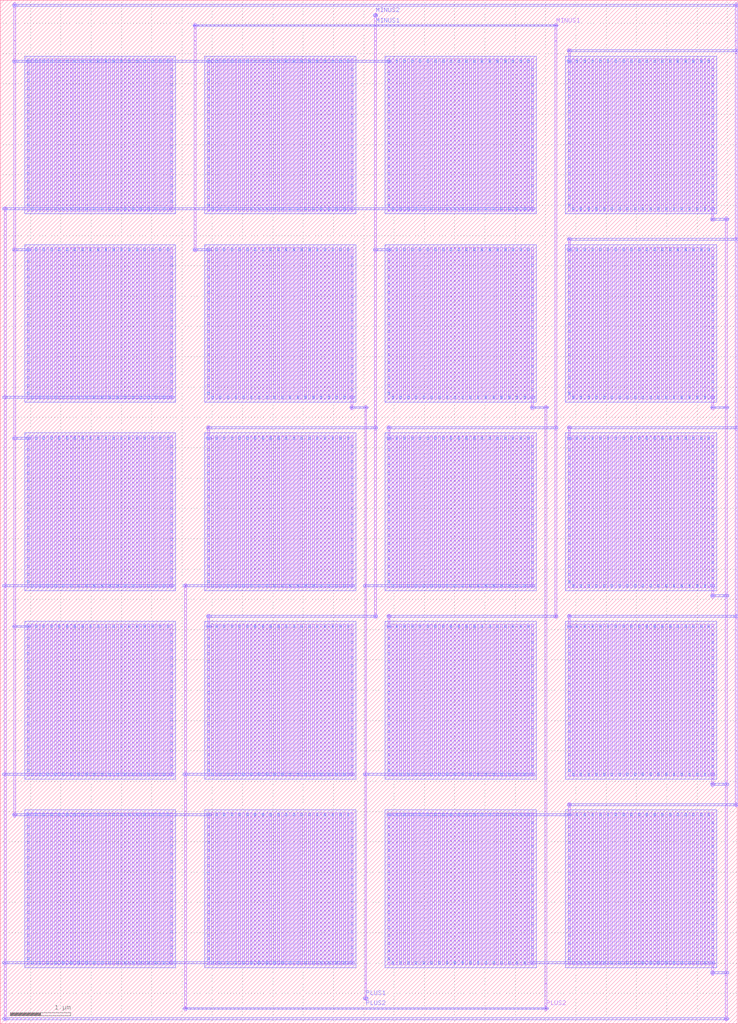
<source format=lef>
MACRO Cap_30fF_Cap_30fF
  ORIGIN 0 0 ;
  FOREIGN Cap_30fF_Cap_30fF 0 0 ;
  SIZE 12.16 BY 16.884 ;
  PIN MINUS1
    DIRECTION INOUT ;
    USE SIGNAL ;
    PORT 
      LAYER M1 ;
        RECT 3.2 16.428 3.232 16.5 ;
      LAYER M2 ;
        RECT 3.18 16.448 3.252 16.48 ;
      LAYER M1 ;
        RECT 9.152 16.428 9.184 16.5 ;
      LAYER M2 ;
        RECT 9.132 16.448 9.204 16.48 ;
      LAYER M2 ;
        RECT 3.216 16.448 9.168 16.48 ;
    END
  END MINUS1
  PIN PLUS1
    DIRECTION INOUT ;
    USE SIGNAL ;
    PORT 
      LAYER M1 ;
        RECT 6.016 0.384 6.048 0.456 ;
      LAYER M2 ;
        RECT 5.996 0.404 6.068 0.436 ;
    END
  END PLUS1
  PIN MINUS2
    DIRECTION INOUT ;
    USE SIGNAL ;
    PORT 
      LAYER M1 ;
        RECT 6.176 16.596 6.208 16.668 ;
      LAYER M2 ;
        RECT 6.156 16.616 6.228 16.648 ;
    END
  END MINUS2
  PIN PLUS2
    DIRECTION INOUT ;
    USE SIGNAL ;
    PORT 
      LAYER M1 ;
        RECT 3.04 0.216 3.072 0.288 ;
      LAYER M2 ;
        RECT 3.02 0.236 3.092 0.268 ;
      LAYER M1 ;
        RECT 8.992 0.216 9.024 0.288 ;
      LAYER M2 ;
        RECT 8.972 0.236 9.044 0.268 ;
      LAYER M2 ;
        RECT 3.056 0.236 9.008 0.268 ;
    END
  END PLUS2
  OBS 
  LAYER M1 ;
        RECT 8.768 7.188 8.8 7.26 ;
  LAYER M2 ;
        RECT 8.748 7.208 8.82 7.24 ;
  LAYER M2 ;
        RECT 6.032 7.208 8.784 7.24 ;
  LAYER M1 ;
        RECT 6.016 7.188 6.048 7.26 ;
  LAYER M2 ;
        RECT 5.996 7.208 6.068 7.24 ;
  LAYER M1 ;
        RECT 5.792 10.296 5.824 10.368 ;
  LAYER M2 ;
        RECT 5.772 10.316 5.844 10.348 ;
  LAYER M1 ;
        RECT 5.792 10.164 5.824 10.332 ;
  LAYER M1 ;
        RECT 5.792 10.128 5.824 10.2 ;
  LAYER M2 ;
        RECT 5.772 10.148 5.844 10.18 ;
  LAYER M2 ;
        RECT 5.808 10.148 6.032 10.18 ;
  LAYER M1 ;
        RECT 6.016 10.128 6.048 10.2 ;
  LAYER M2 ;
        RECT 5.996 10.148 6.068 10.18 ;
  LAYER M1 ;
        RECT 8.768 4.08 8.8 4.152 ;
  LAYER M2 ;
        RECT 8.748 4.1 8.82 4.132 ;
  LAYER M2 ;
        RECT 6.032 4.1 8.784 4.132 ;
  LAYER M1 ;
        RECT 6.016 4.08 6.048 4.152 ;
  LAYER M2 ;
        RECT 5.996 4.1 6.068 4.132 ;
  LAYER M1 ;
        RECT 6.016 0.384 6.048 0.456 ;
  LAYER M2 ;
        RECT 5.996 0.404 6.068 0.436 ;
  LAYER M1 ;
        RECT 6.016 0.42 6.048 0.672 ;
  LAYER M1 ;
        RECT 6.016 0.672 6.048 10.164 ;
  LAYER M1 ;
        RECT 5.792 7.188 5.824 7.26 ;
  LAYER M2 ;
        RECT 5.772 7.208 5.844 7.24 ;
  LAYER M2 ;
        RECT 3.056 7.208 5.808 7.24 ;
  LAYER M1 ;
        RECT 3.04 7.188 3.072 7.26 ;
  LAYER M2 ;
        RECT 3.02 7.208 3.092 7.24 ;
  LAYER M1 ;
        RECT 5.792 4.08 5.824 4.152 ;
  LAYER M2 ;
        RECT 5.772 4.1 5.844 4.132 ;
  LAYER M2 ;
        RECT 3.056 4.1 5.808 4.132 ;
  LAYER M1 ;
        RECT 3.04 4.08 3.072 4.152 ;
  LAYER M2 ;
        RECT 3.02 4.1 3.092 4.132 ;
  LAYER M1 ;
        RECT 3.04 0.216 3.072 0.288 ;
  LAYER M2 ;
        RECT 3.02 0.236 3.092 0.268 ;
  LAYER M1 ;
        RECT 3.04 0.252 3.072 0.672 ;
  LAYER M1 ;
        RECT 3.04 0.672 3.072 7.224 ;
  LAYER M1 ;
        RECT 8.768 10.296 8.8 10.368 ;
  LAYER M2 ;
        RECT 8.748 10.316 8.82 10.348 ;
  LAYER M1 ;
        RECT 8.768 10.164 8.8 10.332 ;
  LAYER M1 ;
        RECT 8.768 10.128 8.8 10.2 ;
  LAYER M2 ;
        RECT 8.748 10.148 8.82 10.18 ;
  LAYER M2 ;
        RECT 8.784 10.148 9.008 10.18 ;
  LAYER M1 ;
        RECT 8.992 10.128 9.024 10.2 ;
  LAYER M2 ;
        RECT 8.972 10.148 9.044 10.18 ;
  LAYER M1 ;
        RECT 8.992 0.216 9.024 0.288 ;
  LAYER M2 ;
        RECT 8.972 0.236 9.044 0.268 ;
  LAYER M1 ;
        RECT 8.992 0.252 9.024 0.672 ;
  LAYER M1 ;
        RECT 8.992 0.672 9.024 10.164 ;
  LAYER M2 ;
        RECT 3.056 0.236 9.008 0.268 ;
  LAYER M1 ;
        RECT 2.816 0.972 2.848 1.044 ;
  LAYER M2 ;
        RECT 2.796 0.992 2.868 1.024 ;
  LAYER M2 ;
        RECT 0.08 0.992 2.832 1.024 ;
  LAYER M1 ;
        RECT 0.064 0.972 0.096 1.044 ;
  LAYER M2 ;
        RECT 0.044 0.992 0.116 1.024 ;
  LAYER M1 ;
        RECT 2.816 4.08 2.848 4.152 ;
  LAYER M2 ;
        RECT 2.796 4.1 2.868 4.132 ;
  LAYER M2 ;
        RECT 0.08 4.1 2.832 4.132 ;
  LAYER M1 ;
        RECT 0.064 4.08 0.096 4.152 ;
  LAYER M2 ;
        RECT 0.044 4.1 0.116 4.132 ;
  LAYER M1 ;
        RECT 2.816 7.188 2.848 7.26 ;
  LAYER M2 ;
        RECT 2.796 7.208 2.868 7.24 ;
  LAYER M2 ;
        RECT 0.08 7.208 2.832 7.24 ;
  LAYER M1 ;
        RECT 0.064 7.188 0.096 7.26 ;
  LAYER M2 ;
        RECT 0.044 7.208 0.116 7.24 ;
  LAYER M1 ;
        RECT 2.816 10.296 2.848 10.368 ;
  LAYER M2 ;
        RECT 2.796 10.316 2.868 10.348 ;
  LAYER M2 ;
        RECT 0.08 10.316 2.832 10.348 ;
  LAYER M1 ;
        RECT 0.064 10.296 0.096 10.368 ;
  LAYER M2 ;
        RECT 0.044 10.316 0.116 10.348 ;
  LAYER M1 ;
        RECT 2.816 13.404 2.848 13.476 ;
  LAYER M2 ;
        RECT 2.796 13.424 2.868 13.456 ;
  LAYER M2 ;
        RECT 0.08 13.424 2.832 13.456 ;
  LAYER M1 ;
        RECT 0.064 13.404 0.096 13.476 ;
  LAYER M2 ;
        RECT 0.044 13.424 0.116 13.456 ;
  LAYER M1 ;
        RECT 0.064 0.048 0.096 0.12 ;
  LAYER M2 ;
        RECT 0.044 0.068 0.116 0.1 ;
  LAYER M1 ;
        RECT 0.064 0.084 0.096 0.672 ;
  LAYER M1 ;
        RECT 0.064 0.672 0.096 13.44 ;
  LAYER M1 ;
        RECT 11.744 0.972 11.776 1.044 ;
  LAYER M2 ;
        RECT 11.724 0.992 11.796 1.024 ;
  LAYER M1 ;
        RECT 11.744 0.84 11.776 1.008 ;
  LAYER M1 ;
        RECT 11.744 0.804 11.776 0.876 ;
  LAYER M2 ;
        RECT 11.724 0.824 11.796 0.856 ;
  LAYER M2 ;
        RECT 11.76 0.824 11.984 0.856 ;
  LAYER M1 ;
        RECT 11.968 0.804 12 0.876 ;
  LAYER M2 ;
        RECT 11.948 0.824 12.02 0.856 ;
  LAYER M1 ;
        RECT 11.744 4.08 11.776 4.152 ;
  LAYER M2 ;
        RECT 11.724 4.1 11.796 4.132 ;
  LAYER M1 ;
        RECT 11.744 3.948 11.776 4.116 ;
  LAYER M1 ;
        RECT 11.744 3.912 11.776 3.984 ;
  LAYER M2 ;
        RECT 11.724 3.932 11.796 3.964 ;
  LAYER M2 ;
        RECT 11.76 3.932 11.984 3.964 ;
  LAYER M1 ;
        RECT 11.968 3.912 12 3.984 ;
  LAYER M2 ;
        RECT 11.948 3.932 12.02 3.964 ;
  LAYER M1 ;
        RECT 11.744 7.188 11.776 7.26 ;
  LAYER M2 ;
        RECT 11.724 7.208 11.796 7.24 ;
  LAYER M1 ;
        RECT 11.744 7.056 11.776 7.224 ;
  LAYER M1 ;
        RECT 11.744 7.02 11.776 7.092 ;
  LAYER M2 ;
        RECT 11.724 7.04 11.796 7.072 ;
  LAYER M2 ;
        RECT 11.76 7.04 11.984 7.072 ;
  LAYER M1 ;
        RECT 11.968 7.02 12 7.092 ;
  LAYER M2 ;
        RECT 11.948 7.04 12.02 7.072 ;
  LAYER M1 ;
        RECT 11.744 10.296 11.776 10.368 ;
  LAYER M2 ;
        RECT 11.724 10.316 11.796 10.348 ;
  LAYER M1 ;
        RECT 11.744 10.164 11.776 10.332 ;
  LAYER M1 ;
        RECT 11.744 10.128 11.776 10.2 ;
  LAYER M2 ;
        RECT 11.724 10.148 11.796 10.18 ;
  LAYER M2 ;
        RECT 11.76 10.148 11.984 10.18 ;
  LAYER M1 ;
        RECT 11.968 10.128 12 10.2 ;
  LAYER M2 ;
        RECT 11.948 10.148 12.02 10.18 ;
  LAYER M1 ;
        RECT 11.744 13.404 11.776 13.476 ;
  LAYER M2 ;
        RECT 11.724 13.424 11.796 13.456 ;
  LAYER M1 ;
        RECT 11.744 13.272 11.776 13.44 ;
  LAYER M1 ;
        RECT 11.744 13.236 11.776 13.308 ;
  LAYER M2 ;
        RECT 11.724 13.256 11.796 13.288 ;
  LAYER M2 ;
        RECT 11.76 13.256 11.984 13.288 ;
  LAYER M1 ;
        RECT 11.968 13.236 12 13.308 ;
  LAYER M2 ;
        RECT 11.948 13.256 12.02 13.288 ;
  LAYER M1 ;
        RECT 11.968 0.048 12 0.12 ;
  LAYER M2 ;
        RECT 11.948 0.068 12.02 0.1 ;
  LAYER M1 ;
        RECT 11.968 0.084 12 0.672 ;
  LAYER M1 ;
        RECT 11.968 0.672 12 13.272 ;
  LAYER M2 ;
        RECT 0.08 0.068 11.984 0.1 ;
  LAYER M1 ;
        RECT 5.792 0.972 5.824 1.044 ;
  LAYER M2 ;
        RECT 5.772 0.992 5.844 1.024 ;
  LAYER M2 ;
        RECT 2.832 0.992 5.808 1.024 ;
  LAYER M1 ;
        RECT 2.816 0.972 2.848 1.044 ;
  LAYER M2 ;
        RECT 2.796 0.992 2.868 1.024 ;
  LAYER M1 ;
        RECT 5.792 13.404 5.824 13.476 ;
  LAYER M2 ;
        RECT 5.772 13.424 5.844 13.456 ;
  LAYER M2 ;
        RECT 2.832 13.424 5.808 13.456 ;
  LAYER M1 ;
        RECT 2.816 13.404 2.848 13.476 ;
  LAYER M2 ;
        RECT 2.796 13.424 2.868 13.456 ;
  LAYER M1 ;
        RECT 8.768 13.404 8.8 13.476 ;
  LAYER M2 ;
        RECT 8.748 13.424 8.82 13.456 ;
  LAYER M2 ;
        RECT 5.808 13.424 8.784 13.456 ;
  LAYER M1 ;
        RECT 5.792 13.404 5.824 13.476 ;
  LAYER M2 ;
        RECT 5.772 13.424 5.844 13.456 ;
  LAYER M1 ;
        RECT 8.768 0.972 8.8 1.044 ;
  LAYER M2 ;
        RECT 8.748 0.992 8.82 1.024 ;
  LAYER M2 ;
        RECT 8.784 0.992 11.76 1.024 ;
  LAYER M1 ;
        RECT 11.744 0.972 11.776 1.044 ;
  LAYER M2 ;
        RECT 11.724 0.992 11.796 1.024 ;
  LAYER M1 ;
        RECT 3.424 12.732 3.456 12.804 ;
  LAYER M2 ;
        RECT 3.404 12.752 3.476 12.784 ;
  LAYER M2 ;
        RECT 3.216 12.752 3.44 12.784 ;
  LAYER M1 ;
        RECT 3.2 12.732 3.232 12.804 ;
  LAYER M2 ;
        RECT 3.18 12.752 3.252 12.784 ;
  LAYER M1 ;
        RECT 3.2 16.428 3.232 16.5 ;
  LAYER M2 ;
        RECT 3.18 16.448 3.252 16.48 ;
  LAYER M1 ;
        RECT 3.2 16.212 3.232 16.464 ;
  LAYER M1 ;
        RECT 3.2 12.768 3.232 16.212 ;
  LAYER M1 ;
        RECT 6.4 9.624 6.432 9.696 ;
  LAYER M2 ;
        RECT 6.38 9.644 6.452 9.676 ;
  LAYER M1 ;
        RECT 6.4 9.66 6.432 9.828 ;
  LAYER M1 ;
        RECT 6.4 9.792 6.432 9.864 ;
  LAYER M2 ;
        RECT 6.38 9.812 6.452 9.844 ;
  LAYER M2 ;
        RECT 6.416 9.812 9.168 9.844 ;
  LAYER M1 ;
        RECT 9.152 9.792 9.184 9.864 ;
  LAYER M2 ;
        RECT 9.132 9.812 9.204 9.844 ;
  LAYER M1 ;
        RECT 6.4 6.516 6.432 6.588 ;
  LAYER M2 ;
        RECT 6.38 6.536 6.452 6.568 ;
  LAYER M1 ;
        RECT 6.4 6.552 6.432 6.72 ;
  LAYER M1 ;
        RECT 6.4 6.684 6.432 6.756 ;
  LAYER M2 ;
        RECT 6.38 6.704 6.452 6.736 ;
  LAYER M2 ;
        RECT 6.416 6.704 9.168 6.736 ;
  LAYER M1 ;
        RECT 9.152 6.684 9.184 6.756 ;
  LAYER M2 ;
        RECT 9.132 6.704 9.204 6.736 ;
  LAYER M1 ;
        RECT 9.152 16.428 9.184 16.5 ;
  LAYER M2 ;
        RECT 9.132 16.448 9.204 16.48 ;
  LAYER M1 ;
        RECT 9.152 16.212 9.184 16.464 ;
  LAYER M1 ;
        RECT 9.152 6.72 9.184 16.212 ;
  LAYER M2 ;
        RECT 3.216 16.448 9.168 16.48 ;
  LAYER M1 ;
        RECT 3.424 9.624 3.456 9.696 ;
  LAYER M2 ;
        RECT 3.404 9.644 3.476 9.676 ;
  LAYER M1 ;
        RECT 3.424 9.66 3.456 9.828 ;
  LAYER M1 ;
        RECT 3.424 9.792 3.456 9.864 ;
  LAYER M2 ;
        RECT 3.404 9.812 3.476 9.844 ;
  LAYER M2 ;
        RECT 3.44 9.812 6.192 9.844 ;
  LAYER M1 ;
        RECT 6.176 9.792 6.208 9.864 ;
  LAYER M2 ;
        RECT 6.156 9.812 6.228 9.844 ;
  LAYER M1 ;
        RECT 3.424 6.516 3.456 6.588 ;
  LAYER M2 ;
        RECT 3.404 6.536 3.476 6.568 ;
  LAYER M1 ;
        RECT 3.424 6.552 3.456 6.72 ;
  LAYER M1 ;
        RECT 3.424 6.684 3.456 6.756 ;
  LAYER M2 ;
        RECT 3.404 6.704 3.476 6.736 ;
  LAYER M2 ;
        RECT 3.44 6.704 6.192 6.736 ;
  LAYER M1 ;
        RECT 6.176 6.684 6.208 6.756 ;
  LAYER M2 ;
        RECT 6.156 6.704 6.228 6.736 ;
  LAYER M1 ;
        RECT 6.4 12.732 6.432 12.804 ;
  LAYER M2 ;
        RECT 6.38 12.752 6.452 12.784 ;
  LAYER M2 ;
        RECT 6.192 12.752 6.416 12.784 ;
  LAYER M1 ;
        RECT 6.176 12.732 6.208 12.804 ;
  LAYER M2 ;
        RECT 6.156 12.752 6.228 12.784 ;
  LAYER M1 ;
        RECT 6.176 16.596 6.208 16.668 ;
  LAYER M2 ;
        RECT 6.156 16.616 6.228 16.648 ;
  LAYER M1 ;
        RECT 6.176 16.212 6.208 16.632 ;
  LAYER M1 ;
        RECT 6.176 6.72 6.208 16.212 ;
  LAYER M1 ;
        RECT 0.448 3.408 0.48 3.48 ;
  LAYER M2 ;
        RECT 0.428 3.428 0.5 3.46 ;
  LAYER M2 ;
        RECT 0.24 3.428 0.464 3.46 ;
  LAYER M1 ;
        RECT 0.224 3.408 0.256 3.48 ;
  LAYER M2 ;
        RECT 0.204 3.428 0.276 3.46 ;
  LAYER M1 ;
        RECT 0.448 6.516 0.48 6.588 ;
  LAYER M2 ;
        RECT 0.428 6.536 0.5 6.568 ;
  LAYER M2 ;
        RECT 0.24 6.536 0.464 6.568 ;
  LAYER M1 ;
        RECT 0.224 6.516 0.256 6.588 ;
  LAYER M2 ;
        RECT 0.204 6.536 0.276 6.568 ;
  LAYER M1 ;
        RECT 0.448 9.624 0.48 9.696 ;
  LAYER M2 ;
        RECT 0.428 9.644 0.5 9.676 ;
  LAYER M2 ;
        RECT 0.24 9.644 0.464 9.676 ;
  LAYER M1 ;
        RECT 0.224 9.624 0.256 9.696 ;
  LAYER M2 ;
        RECT 0.204 9.644 0.276 9.676 ;
  LAYER M1 ;
        RECT 0.448 12.732 0.48 12.804 ;
  LAYER M2 ;
        RECT 0.428 12.752 0.5 12.784 ;
  LAYER M2 ;
        RECT 0.24 12.752 0.464 12.784 ;
  LAYER M1 ;
        RECT 0.224 12.732 0.256 12.804 ;
  LAYER M2 ;
        RECT 0.204 12.752 0.276 12.784 ;
  LAYER M1 ;
        RECT 0.448 15.84 0.48 15.912 ;
  LAYER M2 ;
        RECT 0.428 15.86 0.5 15.892 ;
  LAYER M2 ;
        RECT 0.24 15.86 0.464 15.892 ;
  LAYER M1 ;
        RECT 0.224 15.84 0.256 15.912 ;
  LAYER M2 ;
        RECT 0.204 15.86 0.276 15.892 ;
  LAYER M1 ;
        RECT 0.224 16.764 0.256 16.836 ;
  LAYER M2 ;
        RECT 0.204 16.784 0.276 16.816 ;
  LAYER M1 ;
        RECT 0.224 16.212 0.256 16.8 ;
  LAYER M1 ;
        RECT 0.224 3.444 0.256 16.212 ;
  LAYER M1 ;
        RECT 9.376 3.408 9.408 3.48 ;
  LAYER M2 ;
        RECT 9.356 3.428 9.428 3.46 ;
  LAYER M1 ;
        RECT 9.376 3.444 9.408 3.612 ;
  LAYER M1 ;
        RECT 9.376 3.576 9.408 3.648 ;
  LAYER M2 ;
        RECT 9.356 3.596 9.428 3.628 ;
  LAYER M2 ;
        RECT 9.392 3.596 12.144 3.628 ;
  LAYER M1 ;
        RECT 12.128 3.576 12.16 3.648 ;
  LAYER M2 ;
        RECT 12.108 3.596 12.18 3.628 ;
  LAYER M1 ;
        RECT 9.376 6.516 9.408 6.588 ;
  LAYER M2 ;
        RECT 9.356 6.536 9.428 6.568 ;
  LAYER M1 ;
        RECT 9.376 6.552 9.408 6.72 ;
  LAYER M1 ;
        RECT 9.376 6.684 9.408 6.756 ;
  LAYER M2 ;
        RECT 9.356 6.704 9.428 6.736 ;
  LAYER M2 ;
        RECT 9.392 6.704 12.144 6.736 ;
  LAYER M1 ;
        RECT 12.128 6.684 12.16 6.756 ;
  LAYER M2 ;
        RECT 12.108 6.704 12.18 6.736 ;
  LAYER M1 ;
        RECT 9.376 9.624 9.408 9.696 ;
  LAYER M2 ;
        RECT 9.356 9.644 9.428 9.676 ;
  LAYER M1 ;
        RECT 9.376 9.66 9.408 9.828 ;
  LAYER M1 ;
        RECT 9.376 9.792 9.408 9.864 ;
  LAYER M2 ;
        RECT 9.356 9.812 9.428 9.844 ;
  LAYER M2 ;
        RECT 9.392 9.812 12.144 9.844 ;
  LAYER M1 ;
        RECT 12.128 9.792 12.16 9.864 ;
  LAYER M2 ;
        RECT 12.108 9.812 12.18 9.844 ;
  LAYER M1 ;
        RECT 9.376 12.732 9.408 12.804 ;
  LAYER M2 ;
        RECT 9.356 12.752 9.428 12.784 ;
  LAYER M1 ;
        RECT 9.376 12.768 9.408 12.936 ;
  LAYER M1 ;
        RECT 9.376 12.9 9.408 12.972 ;
  LAYER M2 ;
        RECT 9.356 12.92 9.428 12.952 ;
  LAYER M2 ;
        RECT 9.392 12.92 12.144 12.952 ;
  LAYER M1 ;
        RECT 12.128 12.9 12.16 12.972 ;
  LAYER M2 ;
        RECT 12.108 12.92 12.18 12.952 ;
  LAYER M1 ;
        RECT 9.376 15.84 9.408 15.912 ;
  LAYER M2 ;
        RECT 9.356 15.86 9.428 15.892 ;
  LAYER M1 ;
        RECT 9.376 15.876 9.408 16.044 ;
  LAYER M1 ;
        RECT 9.376 16.008 9.408 16.08 ;
  LAYER M2 ;
        RECT 9.356 16.028 9.428 16.06 ;
  LAYER M2 ;
        RECT 9.392 16.028 12.144 16.06 ;
  LAYER M1 ;
        RECT 12.128 16.008 12.16 16.08 ;
  LAYER M2 ;
        RECT 12.108 16.028 12.18 16.06 ;
  LAYER M1 ;
        RECT 12.128 16.764 12.16 16.836 ;
  LAYER M2 ;
        RECT 12.108 16.784 12.18 16.816 ;
  LAYER M1 ;
        RECT 12.128 16.212 12.16 16.8 ;
  LAYER M1 ;
        RECT 12.128 3.612 12.16 16.212 ;
  LAYER M2 ;
        RECT 0.24 16.784 12.144 16.816 ;
  LAYER M1 ;
        RECT 3.424 3.408 3.456 3.48 ;
  LAYER M2 ;
        RECT 3.404 3.428 3.476 3.46 ;
  LAYER M2 ;
        RECT 0.464 3.428 3.44 3.46 ;
  LAYER M1 ;
        RECT 0.448 3.408 0.48 3.48 ;
  LAYER M2 ;
        RECT 0.428 3.428 0.5 3.46 ;
  LAYER M1 ;
        RECT 3.424 15.84 3.456 15.912 ;
  LAYER M2 ;
        RECT 3.404 15.86 3.476 15.892 ;
  LAYER M2 ;
        RECT 0.464 15.86 3.44 15.892 ;
  LAYER M1 ;
        RECT 0.448 15.84 0.48 15.912 ;
  LAYER M2 ;
        RECT 0.428 15.86 0.5 15.892 ;
  LAYER M1 ;
        RECT 6.4 15.84 6.432 15.912 ;
  LAYER M2 ;
        RECT 6.38 15.86 6.452 15.892 ;
  LAYER M2 ;
        RECT 3.44 15.86 6.416 15.892 ;
  LAYER M1 ;
        RECT 3.424 15.84 3.456 15.912 ;
  LAYER M2 ;
        RECT 3.404 15.86 3.476 15.892 ;
  LAYER M1 ;
        RECT 6.4 3.408 6.432 3.48 ;
  LAYER M2 ;
        RECT 6.38 3.428 6.452 3.46 ;
  LAYER M2 ;
        RECT 6.416 3.428 9.392 3.46 ;
  LAYER M1 ;
        RECT 9.376 3.408 9.408 3.48 ;
  LAYER M2 ;
        RECT 9.356 3.428 9.428 3.46 ;
  LAYER M1 ;
        RECT 0.448 0.972 0.48 3.48 ;
  LAYER M3 ;
        RECT 0.448 3.428 0.48 3.46 ;
  LAYER M1 ;
        RECT 0.512 0.972 0.544 3.48 ;
  LAYER M3 ;
        RECT 0.512 0.992 0.544 1.024 ;
  LAYER M1 ;
        RECT 0.576 0.972 0.608 3.48 ;
  LAYER M3 ;
        RECT 0.576 3.428 0.608 3.46 ;
  LAYER M1 ;
        RECT 0.64 0.972 0.672 3.48 ;
  LAYER M3 ;
        RECT 0.64 0.992 0.672 1.024 ;
  LAYER M1 ;
        RECT 0.704 0.972 0.736 3.48 ;
  LAYER M3 ;
        RECT 0.704 3.428 0.736 3.46 ;
  LAYER M1 ;
        RECT 0.768 0.972 0.8 3.48 ;
  LAYER M3 ;
        RECT 0.768 0.992 0.8 1.024 ;
  LAYER M1 ;
        RECT 0.832 0.972 0.864 3.48 ;
  LAYER M3 ;
        RECT 0.832 3.428 0.864 3.46 ;
  LAYER M1 ;
        RECT 0.896 0.972 0.928 3.48 ;
  LAYER M3 ;
        RECT 0.896 0.992 0.928 1.024 ;
  LAYER M1 ;
        RECT 0.96 0.972 0.992 3.48 ;
  LAYER M3 ;
        RECT 0.96 3.428 0.992 3.46 ;
  LAYER M1 ;
        RECT 1.024 0.972 1.056 3.48 ;
  LAYER M3 ;
        RECT 1.024 0.992 1.056 1.024 ;
  LAYER M1 ;
        RECT 1.088 0.972 1.12 3.48 ;
  LAYER M3 ;
        RECT 1.088 3.428 1.12 3.46 ;
  LAYER M1 ;
        RECT 1.152 0.972 1.184 3.48 ;
  LAYER M3 ;
        RECT 1.152 0.992 1.184 1.024 ;
  LAYER M1 ;
        RECT 1.216 0.972 1.248 3.48 ;
  LAYER M3 ;
        RECT 1.216 3.428 1.248 3.46 ;
  LAYER M1 ;
        RECT 1.28 0.972 1.312 3.48 ;
  LAYER M3 ;
        RECT 1.28 0.992 1.312 1.024 ;
  LAYER M1 ;
        RECT 1.344 0.972 1.376 3.48 ;
  LAYER M3 ;
        RECT 1.344 3.428 1.376 3.46 ;
  LAYER M1 ;
        RECT 1.408 0.972 1.44 3.48 ;
  LAYER M3 ;
        RECT 1.408 0.992 1.44 1.024 ;
  LAYER M1 ;
        RECT 1.472 0.972 1.504 3.48 ;
  LAYER M3 ;
        RECT 1.472 3.428 1.504 3.46 ;
  LAYER M1 ;
        RECT 1.536 0.972 1.568 3.48 ;
  LAYER M3 ;
        RECT 1.536 0.992 1.568 1.024 ;
  LAYER M1 ;
        RECT 1.6 0.972 1.632 3.48 ;
  LAYER M3 ;
        RECT 1.6 3.428 1.632 3.46 ;
  LAYER M1 ;
        RECT 1.664 0.972 1.696 3.48 ;
  LAYER M3 ;
        RECT 1.664 0.992 1.696 1.024 ;
  LAYER M1 ;
        RECT 1.728 0.972 1.76 3.48 ;
  LAYER M3 ;
        RECT 1.728 3.428 1.76 3.46 ;
  LAYER M1 ;
        RECT 1.792 0.972 1.824 3.48 ;
  LAYER M3 ;
        RECT 1.792 0.992 1.824 1.024 ;
  LAYER M1 ;
        RECT 1.856 0.972 1.888 3.48 ;
  LAYER M3 ;
        RECT 1.856 3.428 1.888 3.46 ;
  LAYER M1 ;
        RECT 1.92 0.972 1.952 3.48 ;
  LAYER M3 ;
        RECT 1.92 0.992 1.952 1.024 ;
  LAYER M1 ;
        RECT 1.984 0.972 2.016 3.48 ;
  LAYER M3 ;
        RECT 1.984 3.428 2.016 3.46 ;
  LAYER M1 ;
        RECT 2.048 0.972 2.08 3.48 ;
  LAYER M3 ;
        RECT 2.048 0.992 2.08 1.024 ;
  LAYER M1 ;
        RECT 2.112 0.972 2.144 3.48 ;
  LAYER M3 ;
        RECT 2.112 3.428 2.144 3.46 ;
  LAYER M1 ;
        RECT 2.176 0.972 2.208 3.48 ;
  LAYER M3 ;
        RECT 2.176 0.992 2.208 1.024 ;
  LAYER M1 ;
        RECT 2.24 0.972 2.272 3.48 ;
  LAYER M3 ;
        RECT 2.24 3.428 2.272 3.46 ;
  LAYER M1 ;
        RECT 2.304 0.972 2.336 3.48 ;
  LAYER M3 ;
        RECT 2.304 0.992 2.336 1.024 ;
  LAYER M1 ;
        RECT 2.368 0.972 2.4 3.48 ;
  LAYER M3 ;
        RECT 2.368 3.428 2.4 3.46 ;
  LAYER M1 ;
        RECT 2.432 0.972 2.464 3.48 ;
  LAYER M3 ;
        RECT 2.432 0.992 2.464 1.024 ;
  LAYER M1 ;
        RECT 2.496 0.972 2.528 3.48 ;
  LAYER M3 ;
        RECT 2.496 3.428 2.528 3.46 ;
  LAYER M1 ;
        RECT 2.56 0.972 2.592 3.48 ;
  LAYER M3 ;
        RECT 2.56 0.992 2.592 1.024 ;
  LAYER M1 ;
        RECT 2.624 0.972 2.656 3.48 ;
  LAYER M3 ;
        RECT 2.624 3.428 2.656 3.46 ;
  LAYER M1 ;
        RECT 2.688 0.972 2.72 3.48 ;
  LAYER M3 ;
        RECT 2.688 0.992 2.72 1.024 ;
  LAYER M1 ;
        RECT 2.752 0.972 2.784 3.48 ;
  LAYER M3 ;
        RECT 2.752 3.428 2.784 3.46 ;
  LAYER M1 ;
        RECT 2.816 0.972 2.848 3.48 ;
  LAYER M3 ;
        RECT 0.448 1.056 0.48 1.088 ;
  LAYER M2 ;
        RECT 2.816 1.12 2.848 1.152 ;
  LAYER M2 ;
        RECT 0.448 1.184 0.48 1.216 ;
  LAYER M2 ;
        RECT 2.816 1.248 2.848 1.28 ;
  LAYER M2 ;
        RECT 0.448 1.312 0.48 1.344 ;
  LAYER M2 ;
        RECT 2.816 1.376 2.848 1.408 ;
  LAYER M2 ;
        RECT 0.448 1.44 0.48 1.472 ;
  LAYER M2 ;
        RECT 2.816 1.504 2.848 1.536 ;
  LAYER M2 ;
        RECT 0.448 1.568 0.48 1.6 ;
  LAYER M2 ;
        RECT 2.816 1.632 2.848 1.664 ;
  LAYER M2 ;
        RECT 0.448 1.696 0.48 1.728 ;
  LAYER M2 ;
        RECT 2.816 1.76 2.848 1.792 ;
  LAYER M2 ;
        RECT 0.448 1.824 0.48 1.856 ;
  LAYER M2 ;
        RECT 2.816 1.888 2.848 1.92 ;
  LAYER M2 ;
        RECT 0.448 1.952 0.48 1.984 ;
  LAYER M2 ;
        RECT 2.816 2.016 2.848 2.048 ;
  LAYER M2 ;
        RECT 0.448 2.08 0.48 2.112 ;
  LAYER M2 ;
        RECT 2.816 2.144 2.848 2.176 ;
  LAYER M2 ;
        RECT 0.448 2.208 0.48 2.24 ;
  LAYER M2 ;
        RECT 2.816 2.272 2.848 2.304 ;
  LAYER M2 ;
        RECT 0.448 2.336 0.48 2.368 ;
  LAYER M2 ;
        RECT 2.816 2.4 2.848 2.432 ;
  LAYER M2 ;
        RECT 0.448 2.464 0.48 2.496 ;
  LAYER M2 ;
        RECT 2.816 2.528 2.848 2.56 ;
  LAYER M2 ;
        RECT 0.448 2.592 0.48 2.624 ;
  LAYER M2 ;
        RECT 2.816 2.656 2.848 2.688 ;
  LAYER M2 ;
        RECT 0.448 2.72 0.48 2.752 ;
  LAYER M2 ;
        RECT 2.816 2.784 2.848 2.816 ;
  LAYER M2 ;
        RECT 0.448 2.848 0.48 2.88 ;
  LAYER M2 ;
        RECT 2.816 2.912 2.848 2.944 ;
  LAYER M2 ;
        RECT 0.448 2.976 0.48 3.008 ;
  LAYER M2 ;
        RECT 2.816 3.04 2.848 3.072 ;
  LAYER M2 ;
        RECT 0.448 3.104 0.48 3.136 ;
  LAYER M2 ;
        RECT 2.816 3.168 2.848 3.2 ;
  LAYER M2 ;
        RECT 0.448 3.232 0.48 3.264 ;
  LAYER M2 ;
        RECT 2.816 3.296 2.848 3.328 ;
  LAYER M2 ;
        RECT 0.4 0.924 2.896 3.528 ;
  LAYER M1 ;
        RECT 0.448 4.08 0.48 6.588 ;
  LAYER M3 ;
        RECT 0.448 6.536 0.48 6.568 ;
  LAYER M1 ;
        RECT 0.512 4.08 0.544 6.588 ;
  LAYER M3 ;
        RECT 0.512 4.1 0.544 4.132 ;
  LAYER M1 ;
        RECT 0.576 4.08 0.608 6.588 ;
  LAYER M3 ;
        RECT 0.576 6.536 0.608 6.568 ;
  LAYER M1 ;
        RECT 0.64 4.08 0.672 6.588 ;
  LAYER M3 ;
        RECT 0.64 4.1 0.672 4.132 ;
  LAYER M1 ;
        RECT 0.704 4.08 0.736 6.588 ;
  LAYER M3 ;
        RECT 0.704 6.536 0.736 6.568 ;
  LAYER M1 ;
        RECT 0.768 4.08 0.8 6.588 ;
  LAYER M3 ;
        RECT 0.768 4.1 0.8 4.132 ;
  LAYER M1 ;
        RECT 0.832 4.08 0.864 6.588 ;
  LAYER M3 ;
        RECT 0.832 6.536 0.864 6.568 ;
  LAYER M1 ;
        RECT 0.896 4.08 0.928 6.588 ;
  LAYER M3 ;
        RECT 0.896 4.1 0.928 4.132 ;
  LAYER M1 ;
        RECT 0.96 4.08 0.992 6.588 ;
  LAYER M3 ;
        RECT 0.96 6.536 0.992 6.568 ;
  LAYER M1 ;
        RECT 1.024 4.08 1.056 6.588 ;
  LAYER M3 ;
        RECT 1.024 4.1 1.056 4.132 ;
  LAYER M1 ;
        RECT 1.088 4.08 1.12 6.588 ;
  LAYER M3 ;
        RECT 1.088 6.536 1.12 6.568 ;
  LAYER M1 ;
        RECT 1.152 4.08 1.184 6.588 ;
  LAYER M3 ;
        RECT 1.152 4.1 1.184 4.132 ;
  LAYER M1 ;
        RECT 1.216 4.08 1.248 6.588 ;
  LAYER M3 ;
        RECT 1.216 6.536 1.248 6.568 ;
  LAYER M1 ;
        RECT 1.28 4.08 1.312 6.588 ;
  LAYER M3 ;
        RECT 1.28 4.1 1.312 4.132 ;
  LAYER M1 ;
        RECT 1.344 4.08 1.376 6.588 ;
  LAYER M3 ;
        RECT 1.344 6.536 1.376 6.568 ;
  LAYER M1 ;
        RECT 1.408 4.08 1.44 6.588 ;
  LAYER M3 ;
        RECT 1.408 4.1 1.44 4.132 ;
  LAYER M1 ;
        RECT 1.472 4.08 1.504 6.588 ;
  LAYER M3 ;
        RECT 1.472 6.536 1.504 6.568 ;
  LAYER M1 ;
        RECT 1.536 4.08 1.568 6.588 ;
  LAYER M3 ;
        RECT 1.536 4.1 1.568 4.132 ;
  LAYER M1 ;
        RECT 1.6 4.08 1.632 6.588 ;
  LAYER M3 ;
        RECT 1.6 6.536 1.632 6.568 ;
  LAYER M1 ;
        RECT 1.664 4.08 1.696 6.588 ;
  LAYER M3 ;
        RECT 1.664 4.1 1.696 4.132 ;
  LAYER M1 ;
        RECT 1.728 4.08 1.76 6.588 ;
  LAYER M3 ;
        RECT 1.728 6.536 1.76 6.568 ;
  LAYER M1 ;
        RECT 1.792 4.08 1.824 6.588 ;
  LAYER M3 ;
        RECT 1.792 4.1 1.824 4.132 ;
  LAYER M1 ;
        RECT 1.856 4.08 1.888 6.588 ;
  LAYER M3 ;
        RECT 1.856 6.536 1.888 6.568 ;
  LAYER M1 ;
        RECT 1.92 4.08 1.952 6.588 ;
  LAYER M3 ;
        RECT 1.92 4.1 1.952 4.132 ;
  LAYER M1 ;
        RECT 1.984 4.08 2.016 6.588 ;
  LAYER M3 ;
        RECT 1.984 6.536 2.016 6.568 ;
  LAYER M1 ;
        RECT 2.048 4.08 2.08 6.588 ;
  LAYER M3 ;
        RECT 2.048 4.1 2.08 4.132 ;
  LAYER M1 ;
        RECT 2.112 4.08 2.144 6.588 ;
  LAYER M3 ;
        RECT 2.112 6.536 2.144 6.568 ;
  LAYER M1 ;
        RECT 2.176 4.08 2.208 6.588 ;
  LAYER M3 ;
        RECT 2.176 4.1 2.208 4.132 ;
  LAYER M1 ;
        RECT 2.24 4.08 2.272 6.588 ;
  LAYER M3 ;
        RECT 2.24 6.536 2.272 6.568 ;
  LAYER M1 ;
        RECT 2.304 4.08 2.336 6.588 ;
  LAYER M3 ;
        RECT 2.304 4.1 2.336 4.132 ;
  LAYER M1 ;
        RECT 2.368 4.08 2.4 6.588 ;
  LAYER M3 ;
        RECT 2.368 6.536 2.4 6.568 ;
  LAYER M1 ;
        RECT 2.432 4.08 2.464 6.588 ;
  LAYER M3 ;
        RECT 2.432 4.1 2.464 4.132 ;
  LAYER M1 ;
        RECT 2.496 4.08 2.528 6.588 ;
  LAYER M3 ;
        RECT 2.496 6.536 2.528 6.568 ;
  LAYER M1 ;
        RECT 2.56 4.08 2.592 6.588 ;
  LAYER M3 ;
        RECT 2.56 4.1 2.592 4.132 ;
  LAYER M1 ;
        RECT 2.624 4.08 2.656 6.588 ;
  LAYER M3 ;
        RECT 2.624 6.536 2.656 6.568 ;
  LAYER M1 ;
        RECT 2.688 4.08 2.72 6.588 ;
  LAYER M3 ;
        RECT 2.688 4.1 2.72 4.132 ;
  LAYER M1 ;
        RECT 2.752 4.08 2.784 6.588 ;
  LAYER M3 ;
        RECT 2.752 6.536 2.784 6.568 ;
  LAYER M1 ;
        RECT 2.816 4.08 2.848 6.588 ;
  LAYER M3 ;
        RECT 0.448 4.164 0.48 4.196 ;
  LAYER M2 ;
        RECT 2.816 4.228 2.848 4.26 ;
  LAYER M2 ;
        RECT 0.448 4.292 0.48 4.324 ;
  LAYER M2 ;
        RECT 2.816 4.356 2.848 4.388 ;
  LAYER M2 ;
        RECT 0.448 4.42 0.48 4.452 ;
  LAYER M2 ;
        RECT 2.816 4.484 2.848 4.516 ;
  LAYER M2 ;
        RECT 0.448 4.548 0.48 4.58 ;
  LAYER M2 ;
        RECT 2.816 4.612 2.848 4.644 ;
  LAYER M2 ;
        RECT 0.448 4.676 0.48 4.708 ;
  LAYER M2 ;
        RECT 2.816 4.74 2.848 4.772 ;
  LAYER M2 ;
        RECT 0.448 4.804 0.48 4.836 ;
  LAYER M2 ;
        RECT 2.816 4.868 2.848 4.9 ;
  LAYER M2 ;
        RECT 0.448 4.932 0.48 4.964 ;
  LAYER M2 ;
        RECT 2.816 4.996 2.848 5.028 ;
  LAYER M2 ;
        RECT 0.448 5.06 0.48 5.092 ;
  LAYER M2 ;
        RECT 2.816 5.124 2.848 5.156 ;
  LAYER M2 ;
        RECT 0.448 5.188 0.48 5.22 ;
  LAYER M2 ;
        RECT 2.816 5.252 2.848 5.284 ;
  LAYER M2 ;
        RECT 0.448 5.316 0.48 5.348 ;
  LAYER M2 ;
        RECT 2.816 5.38 2.848 5.412 ;
  LAYER M2 ;
        RECT 0.448 5.444 0.48 5.476 ;
  LAYER M2 ;
        RECT 2.816 5.508 2.848 5.54 ;
  LAYER M2 ;
        RECT 0.448 5.572 0.48 5.604 ;
  LAYER M2 ;
        RECT 2.816 5.636 2.848 5.668 ;
  LAYER M2 ;
        RECT 0.448 5.7 0.48 5.732 ;
  LAYER M2 ;
        RECT 2.816 5.764 2.848 5.796 ;
  LAYER M2 ;
        RECT 0.448 5.828 0.48 5.86 ;
  LAYER M2 ;
        RECT 2.816 5.892 2.848 5.924 ;
  LAYER M2 ;
        RECT 0.448 5.956 0.48 5.988 ;
  LAYER M2 ;
        RECT 2.816 6.02 2.848 6.052 ;
  LAYER M2 ;
        RECT 0.448 6.084 0.48 6.116 ;
  LAYER M2 ;
        RECT 2.816 6.148 2.848 6.18 ;
  LAYER M2 ;
        RECT 0.448 6.212 0.48 6.244 ;
  LAYER M2 ;
        RECT 2.816 6.276 2.848 6.308 ;
  LAYER M2 ;
        RECT 0.448 6.34 0.48 6.372 ;
  LAYER M2 ;
        RECT 2.816 6.404 2.848 6.436 ;
  LAYER M2 ;
        RECT 0.4 4.032 2.896 6.636 ;
  LAYER M1 ;
        RECT 0.448 7.188 0.48 9.696 ;
  LAYER M3 ;
        RECT 0.448 9.644 0.48 9.676 ;
  LAYER M1 ;
        RECT 0.512 7.188 0.544 9.696 ;
  LAYER M3 ;
        RECT 0.512 7.208 0.544 7.24 ;
  LAYER M1 ;
        RECT 0.576 7.188 0.608 9.696 ;
  LAYER M3 ;
        RECT 0.576 9.644 0.608 9.676 ;
  LAYER M1 ;
        RECT 0.64 7.188 0.672 9.696 ;
  LAYER M3 ;
        RECT 0.64 7.208 0.672 7.24 ;
  LAYER M1 ;
        RECT 0.704 7.188 0.736 9.696 ;
  LAYER M3 ;
        RECT 0.704 9.644 0.736 9.676 ;
  LAYER M1 ;
        RECT 0.768 7.188 0.8 9.696 ;
  LAYER M3 ;
        RECT 0.768 7.208 0.8 7.24 ;
  LAYER M1 ;
        RECT 0.832 7.188 0.864 9.696 ;
  LAYER M3 ;
        RECT 0.832 9.644 0.864 9.676 ;
  LAYER M1 ;
        RECT 0.896 7.188 0.928 9.696 ;
  LAYER M3 ;
        RECT 0.896 7.208 0.928 7.24 ;
  LAYER M1 ;
        RECT 0.96 7.188 0.992 9.696 ;
  LAYER M3 ;
        RECT 0.96 9.644 0.992 9.676 ;
  LAYER M1 ;
        RECT 1.024 7.188 1.056 9.696 ;
  LAYER M3 ;
        RECT 1.024 7.208 1.056 7.24 ;
  LAYER M1 ;
        RECT 1.088 7.188 1.12 9.696 ;
  LAYER M3 ;
        RECT 1.088 9.644 1.12 9.676 ;
  LAYER M1 ;
        RECT 1.152 7.188 1.184 9.696 ;
  LAYER M3 ;
        RECT 1.152 7.208 1.184 7.24 ;
  LAYER M1 ;
        RECT 1.216 7.188 1.248 9.696 ;
  LAYER M3 ;
        RECT 1.216 9.644 1.248 9.676 ;
  LAYER M1 ;
        RECT 1.28 7.188 1.312 9.696 ;
  LAYER M3 ;
        RECT 1.28 7.208 1.312 7.24 ;
  LAYER M1 ;
        RECT 1.344 7.188 1.376 9.696 ;
  LAYER M3 ;
        RECT 1.344 9.644 1.376 9.676 ;
  LAYER M1 ;
        RECT 1.408 7.188 1.44 9.696 ;
  LAYER M3 ;
        RECT 1.408 7.208 1.44 7.24 ;
  LAYER M1 ;
        RECT 1.472 7.188 1.504 9.696 ;
  LAYER M3 ;
        RECT 1.472 9.644 1.504 9.676 ;
  LAYER M1 ;
        RECT 1.536 7.188 1.568 9.696 ;
  LAYER M3 ;
        RECT 1.536 7.208 1.568 7.24 ;
  LAYER M1 ;
        RECT 1.6 7.188 1.632 9.696 ;
  LAYER M3 ;
        RECT 1.6 9.644 1.632 9.676 ;
  LAYER M1 ;
        RECT 1.664 7.188 1.696 9.696 ;
  LAYER M3 ;
        RECT 1.664 7.208 1.696 7.24 ;
  LAYER M1 ;
        RECT 1.728 7.188 1.76 9.696 ;
  LAYER M3 ;
        RECT 1.728 9.644 1.76 9.676 ;
  LAYER M1 ;
        RECT 1.792 7.188 1.824 9.696 ;
  LAYER M3 ;
        RECT 1.792 7.208 1.824 7.24 ;
  LAYER M1 ;
        RECT 1.856 7.188 1.888 9.696 ;
  LAYER M3 ;
        RECT 1.856 9.644 1.888 9.676 ;
  LAYER M1 ;
        RECT 1.92 7.188 1.952 9.696 ;
  LAYER M3 ;
        RECT 1.92 7.208 1.952 7.24 ;
  LAYER M1 ;
        RECT 1.984 7.188 2.016 9.696 ;
  LAYER M3 ;
        RECT 1.984 9.644 2.016 9.676 ;
  LAYER M1 ;
        RECT 2.048 7.188 2.08 9.696 ;
  LAYER M3 ;
        RECT 2.048 7.208 2.08 7.24 ;
  LAYER M1 ;
        RECT 2.112 7.188 2.144 9.696 ;
  LAYER M3 ;
        RECT 2.112 9.644 2.144 9.676 ;
  LAYER M1 ;
        RECT 2.176 7.188 2.208 9.696 ;
  LAYER M3 ;
        RECT 2.176 7.208 2.208 7.24 ;
  LAYER M1 ;
        RECT 2.24 7.188 2.272 9.696 ;
  LAYER M3 ;
        RECT 2.24 9.644 2.272 9.676 ;
  LAYER M1 ;
        RECT 2.304 7.188 2.336 9.696 ;
  LAYER M3 ;
        RECT 2.304 7.208 2.336 7.24 ;
  LAYER M1 ;
        RECT 2.368 7.188 2.4 9.696 ;
  LAYER M3 ;
        RECT 2.368 9.644 2.4 9.676 ;
  LAYER M1 ;
        RECT 2.432 7.188 2.464 9.696 ;
  LAYER M3 ;
        RECT 2.432 7.208 2.464 7.24 ;
  LAYER M1 ;
        RECT 2.496 7.188 2.528 9.696 ;
  LAYER M3 ;
        RECT 2.496 9.644 2.528 9.676 ;
  LAYER M1 ;
        RECT 2.56 7.188 2.592 9.696 ;
  LAYER M3 ;
        RECT 2.56 7.208 2.592 7.24 ;
  LAYER M1 ;
        RECT 2.624 7.188 2.656 9.696 ;
  LAYER M3 ;
        RECT 2.624 9.644 2.656 9.676 ;
  LAYER M1 ;
        RECT 2.688 7.188 2.72 9.696 ;
  LAYER M3 ;
        RECT 2.688 7.208 2.72 7.24 ;
  LAYER M1 ;
        RECT 2.752 7.188 2.784 9.696 ;
  LAYER M3 ;
        RECT 2.752 9.644 2.784 9.676 ;
  LAYER M1 ;
        RECT 2.816 7.188 2.848 9.696 ;
  LAYER M3 ;
        RECT 0.448 7.272 0.48 7.304 ;
  LAYER M2 ;
        RECT 2.816 7.336 2.848 7.368 ;
  LAYER M2 ;
        RECT 0.448 7.4 0.48 7.432 ;
  LAYER M2 ;
        RECT 2.816 7.464 2.848 7.496 ;
  LAYER M2 ;
        RECT 0.448 7.528 0.48 7.56 ;
  LAYER M2 ;
        RECT 2.816 7.592 2.848 7.624 ;
  LAYER M2 ;
        RECT 0.448 7.656 0.48 7.688 ;
  LAYER M2 ;
        RECT 2.816 7.72 2.848 7.752 ;
  LAYER M2 ;
        RECT 0.448 7.784 0.48 7.816 ;
  LAYER M2 ;
        RECT 2.816 7.848 2.848 7.88 ;
  LAYER M2 ;
        RECT 0.448 7.912 0.48 7.944 ;
  LAYER M2 ;
        RECT 2.816 7.976 2.848 8.008 ;
  LAYER M2 ;
        RECT 0.448 8.04 0.48 8.072 ;
  LAYER M2 ;
        RECT 2.816 8.104 2.848 8.136 ;
  LAYER M2 ;
        RECT 0.448 8.168 0.48 8.2 ;
  LAYER M2 ;
        RECT 2.816 8.232 2.848 8.264 ;
  LAYER M2 ;
        RECT 0.448 8.296 0.48 8.328 ;
  LAYER M2 ;
        RECT 2.816 8.36 2.848 8.392 ;
  LAYER M2 ;
        RECT 0.448 8.424 0.48 8.456 ;
  LAYER M2 ;
        RECT 2.816 8.488 2.848 8.52 ;
  LAYER M2 ;
        RECT 0.448 8.552 0.48 8.584 ;
  LAYER M2 ;
        RECT 2.816 8.616 2.848 8.648 ;
  LAYER M2 ;
        RECT 0.448 8.68 0.48 8.712 ;
  LAYER M2 ;
        RECT 2.816 8.744 2.848 8.776 ;
  LAYER M2 ;
        RECT 0.448 8.808 0.48 8.84 ;
  LAYER M2 ;
        RECT 2.816 8.872 2.848 8.904 ;
  LAYER M2 ;
        RECT 0.448 8.936 0.48 8.968 ;
  LAYER M2 ;
        RECT 2.816 9 2.848 9.032 ;
  LAYER M2 ;
        RECT 0.448 9.064 0.48 9.096 ;
  LAYER M2 ;
        RECT 2.816 9.128 2.848 9.16 ;
  LAYER M2 ;
        RECT 0.448 9.192 0.48 9.224 ;
  LAYER M2 ;
        RECT 2.816 9.256 2.848 9.288 ;
  LAYER M2 ;
        RECT 0.448 9.32 0.48 9.352 ;
  LAYER M2 ;
        RECT 2.816 9.384 2.848 9.416 ;
  LAYER M2 ;
        RECT 0.448 9.448 0.48 9.48 ;
  LAYER M2 ;
        RECT 2.816 9.512 2.848 9.544 ;
  LAYER M2 ;
        RECT 0.4 7.14 2.896 9.744 ;
  LAYER M1 ;
        RECT 0.448 10.296 0.48 12.804 ;
  LAYER M3 ;
        RECT 0.448 12.752 0.48 12.784 ;
  LAYER M1 ;
        RECT 0.512 10.296 0.544 12.804 ;
  LAYER M3 ;
        RECT 0.512 10.316 0.544 10.348 ;
  LAYER M1 ;
        RECT 0.576 10.296 0.608 12.804 ;
  LAYER M3 ;
        RECT 0.576 12.752 0.608 12.784 ;
  LAYER M1 ;
        RECT 0.64 10.296 0.672 12.804 ;
  LAYER M3 ;
        RECT 0.64 10.316 0.672 10.348 ;
  LAYER M1 ;
        RECT 0.704 10.296 0.736 12.804 ;
  LAYER M3 ;
        RECT 0.704 12.752 0.736 12.784 ;
  LAYER M1 ;
        RECT 0.768 10.296 0.8 12.804 ;
  LAYER M3 ;
        RECT 0.768 10.316 0.8 10.348 ;
  LAYER M1 ;
        RECT 0.832 10.296 0.864 12.804 ;
  LAYER M3 ;
        RECT 0.832 12.752 0.864 12.784 ;
  LAYER M1 ;
        RECT 0.896 10.296 0.928 12.804 ;
  LAYER M3 ;
        RECT 0.896 10.316 0.928 10.348 ;
  LAYER M1 ;
        RECT 0.96 10.296 0.992 12.804 ;
  LAYER M3 ;
        RECT 0.96 12.752 0.992 12.784 ;
  LAYER M1 ;
        RECT 1.024 10.296 1.056 12.804 ;
  LAYER M3 ;
        RECT 1.024 10.316 1.056 10.348 ;
  LAYER M1 ;
        RECT 1.088 10.296 1.12 12.804 ;
  LAYER M3 ;
        RECT 1.088 12.752 1.12 12.784 ;
  LAYER M1 ;
        RECT 1.152 10.296 1.184 12.804 ;
  LAYER M3 ;
        RECT 1.152 10.316 1.184 10.348 ;
  LAYER M1 ;
        RECT 1.216 10.296 1.248 12.804 ;
  LAYER M3 ;
        RECT 1.216 12.752 1.248 12.784 ;
  LAYER M1 ;
        RECT 1.28 10.296 1.312 12.804 ;
  LAYER M3 ;
        RECT 1.28 10.316 1.312 10.348 ;
  LAYER M1 ;
        RECT 1.344 10.296 1.376 12.804 ;
  LAYER M3 ;
        RECT 1.344 12.752 1.376 12.784 ;
  LAYER M1 ;
        RECT 1.408 10.296 1.44 12.804 ;
  LAYER M3 ;
        RECT 1.408 10.316 1.44 10.348 ;
  LAYER M1 ;
        RECT 1.472 10.296 1.504 12.804 ;
  LAYER M3 ;
        RECT 1.472 12.752 1.504 12.784 ;
  LAYER M1 ;
        RECT 1.536 10.296 1.568 12.804 ;
  LAYER M3 ;
        RECT 1.536 10.316 1.568 10.348 ;
  LAYER M1 ;
        RECT 1.6 10.296 1.632 12.804 ;
  LAYER M3 ;
        RECT 1.6 12.752 1.632 12.784 ;
  LAYER M1 ;
        RECT 1.664 10.296 1.696 12.804 ;
  LAYER M3 ;
        RECT 1.664 10.316 1.696 10.348 ;
  LAYER M1 ;
        RECT 1.728 10.296 1.76 12.804 ;
  LAYER M3 ;
        RECT 1.728 12.752 1.76 12.784 ;
  LAYER M1 ;
        RECT 1.792 10.296 1.824 12.804 ;
  LAYER M3 ;
        RECT 1.792 10.316 1.824 10.348 ;
  LAYER M1 ;
        RECT 1.856 10.296 1.888 12.804 ;
  LAYER M3 ;
        RECT 1.856 12.752 1.888 12.784 ;
  LAYER M1 ;
        RECT 1.92 10.296 1.952 12.804 ;
  LAYER M3 ;
        RECT 1.92 10.316 1.952 10.348 ;
  LAYER M1 ;
        RECT 1.984 10.296 2.016 12.804 ;
  LAYER M3 ;
        RECT 1.984 12.752 2.016 12.784 ;
  LAYER M1 ;
        RECT 2.048 10.296 2.08 12.804 ;
  LAYER M3 ;
        RECT 2.048 10.316 2.08 10.348 ;
  LAYER M1 ;
        RECT 2.112 10.296 2.144 12.804 ;
  LAYER M3 ;
        RECT 2.112 12.752 2.144 12.784 ;
  LAYER M1 ;
        RECT 2.176 10.296 2.208 12.804 ;
  LAYER M3 ;
        RECT 2.176 10.316 2.208 10.348 ;
  LAYER M1 ;
        RECT 2.24 10.296 2.272 12.804 ;
  LAYER M3 ;
        RECT 2.24 12.752 2.272 12.784 ;
  LAYER M1 ;
        RECT 2.304 10.296 2.336 12.804 ;
  LAYER M3 ;
        RECT 2.304 10.316 2.336 10.348 ;
  LAYER M1 ;
        RECT 2.368 10.296 2.4 12.804 ;
  LAYER M3 ;
        RECT 2.368 12.752 2.4 12.784 ;
  LAYER M1 ;
        RECT 2.432 10.296 2.464 12.804 ;
  LAYER M3 ;
        RECT 2.432 10.316 2.464 10.348 ;
  LAYER M1 ;
        RECT 2.496 10.296 2.528 12.804 ;
  LAYER M3 ;
        RECT 2.496 12.752 2.528 12.784 ;
  LAYER M1 ;
        RECT 2.56 10.296 2.592 12.804 ;
  LAYER M3 ;
        RECT 2.56 10.316 2.592 10.348 ;
  LAYER M1 ;
        RECT 2.624 10.296 2.656 12.804 ;
  LAYER M3 ;
        RECT 2.624 12.752 2.656 12.784 ;
  LAYER M1 ;
        RECT 2.688 10.296 2.72 12.804 ;
  LAYER M3 ;
        RECT 2.688 10.316 2.72 10.348 ;
  LAYER M1 ;
        RECT 2.752 10.296 2.784 12.804 ;
  LAYER M3 ;
        RECT 2.752 12.752 2.784 12.784 ;
  LAYER M1 ;
        RECT 2.816 10.296 2.848 12.804 ;
  LAYER M3 ;
        RECT 0.448 10.38 0.48 10.412 ;
  LAYER M2 ;
        RECT 2.816 10.444 2.848 10.476 ;
  LAYER M2 ;
        RECT 0.448 10.508 0.48 10.54 ;
  LAYER M2 ;
        RECT 2.816 10.572 2.848 10.604 ;
  LAYER M2 ;
        RECT 0.448 10.636 0.48 10.668 ;
  LAYER M2 ;
        RECT 2.816 10.7 2.848 10.732 ;
  LAYER M2 ;
        RECT 0.448 10.764 0.48 10.796 ;
  LAYER M2 ;
        RECT 2.816 10.828 2.848 10.86 ;
  LAYER M2 ;
        RECT 0.448 10.892 0.48 10.924 ;
  LAYER M2 ;
        RECT 2.816 10.956 2.848 10.988 ;
  LAYER M2 ;
        RECT 0.448 11.02 0.48 11.052 ;
  LAYER M2 ;
        RECT 2.816 11.084 2.848 11.116 ;
  LAYER M2 ;
        RECT 0.448 11.148 0.48 11.18 ;
  LAYER M2 ;
        RECT 2.816 11.212 2.848 11.244 ;
  LAYER M2 ;
        RECT 0.448 11.276 0.48 11.308 ;
  LAYER M2 ;
        RECT 2.816 11.34 2.848 11.372 ;
  LAYER M2 ;
        RECT 0.448 11.404 0.48 11.436 ;
  LAYER M2 ;
        RECT 2.816 11.468 2.848 11.5 ;
  LAYER M2 ;
        RECT 0.448 11.532 0.48 11.564 ;
  LAYER M2 ;
        RECT 2.816 11.596 2.848 11.628 ;
  LAYER M2 ;
        RECT 0.448 11.66 0.48 11.692 ;
  LAYER M2 ;
        RECT 2.816 11.724 2.848 11.756 ;
  LAYER M2 ;
        RECT 0.448 11.788 0.48 11.82 ;
  LAYER M2 ;
        RECT 2.816 11.852 2.848 11.884 ;
  LAYER M2 ;
        RECT 0.448 11.916 0.48 11.948 ;
  LAYER M2 ;
        RECT 2.816 11.98 2.848 12.012 ;
  LAYER M2 ;
        RECT 0.448 12.044 0.48 12.076 ;
  LAYER M2 ;
        RECT 2.816 12.108 2.848 12.14 ;
  LAYER M2 ;
        RECT 0.448 12.172 0.48 12.204 ;
  LAYER M2 ;
        RECT 2.816 12.236 2.848 12.268 ;
  LAYER M2 ;
        RECT 0.448 12.3 0.48 12.332 ;
  LAYER M2 ;
        RECT 2.816 12.364 2.848 12.396 ;
  LAYER M2 ;
        RECT 0.448 12.428 0.48 12.46 ;
  LAYER M2 ;
        RECT 2.816 12.492 2.848 12.524 ;
  LAYER M2 ;
        RECT 0.448 12.556 0.48 12.588 ;
  LAYER M2 ;
        RECT 2.816 12.62 2.848 12.652 ;
  LAYER M2 ;
        RECT 0.4 10.248 2.896 12.852 ;
  LAYER M1 ;
        RECT 0.448 13.404 0.48 15.912 ;
  LAYER M3 ;
        RECT 0.448 15.86 0.48 15.892 ;
  LAYER M1 ;
        RECT 0.512 13.404 0.544 15.912 ;
  LAYER M3 ;
        RECT 0.512 13.424 0.544 13.456 ;
  LAYER M1 ;
        RECT 0.576 13.404 0.608 15.912 ;
  LAYER M3 ;
        RECT 0.576 15.86 0.608 15.892 ;
  LAYER M1 ;
        RECT 0.64 13.404 0.672 15.912 ;
  LAYER M3 ;
        RECT 0.64 13.424 0.672 13.456 ;
  LAYER M1 ;
        RECT 0.704 13.404 0.736 15.912 ;
  LAYER M3 ;
        RECT 0.704 15.86 0.736 15.892 ;
  LAYER M1 ;
        RECT 0.768 13.404 0.8 15.912 ;
  LAYER M3 ;
        RECT 0.768 13.424 0.8 13.456 ;
  LAYER M1 ;
        RECT 0.832 13.404 0.864 15.912 ;
  LAYER M3 ;
        RECT 0.832 15.86 0.864 15.892 ;
  LAYER M1 ;
        RECT 0.896 13.404 0.928 15.912 ;
  LAYER M3 ;
        RECT 0.896 13.424 0.928 13.456 ;
  LAYER M1 ;
        RECT 0.96 13.404 0.992 15.912 ;
  LAYER M3 ;
        RECT 0.96 15.86 0.992 15.892 ;
  LAYER M1 ;
        RECT 1.024 13.404 1.056 15.912 ;
  LAYER M3 ;
        RECT 1.024 13.424 1.056 13.456 ;
  LAYER M1 ;
        RECT 1.088 13.404 1.12 15.912 ;
  LAYER M3 ;
        RECT 1.088 15.86 1.12 15.892 ;
  LAYER M1 ;
        RECT 1.152 13.404 1.184 15.912 ;
  LAYER M3 ;
        RECT 1.152 13.424 1.184 13.456 ;
  LAYER M1 ;
        RECT 1.216 13.404 1.248 15.912 ;
  LAYER M3 ;
        RECT 1.216 15.86 1.248 15.892 ;
  LAYER M1 ;
        RECT 1.28 13.404 1.312 15.912 ;
  LAYER M3 ;
        RECT 1.28 13.424 1.312 13.456 ;
  LAYER M1 ;
        RECT 1.344 13.404 1.376 15.912 ;
  LAYER M3 ;
        RECT 1.344 15.86 1.376 15.892 ;
  LAYER M1 ;
        RECT 1.408 13.404 1.44 15.912 ;
  LAYER M3 ;
        RECT 1.408 13.424 1.44 13.456 ;
  LAYER M1 ;
        RECT 1.472 13.404 1.504 15.912 ;
  LAYER M3 ;
        RECT 1.472 15.86 1.504 15.892 ;
  LAYER M1 ;
        RECT 1.536 13.404 1.568 15.912 ;
  LAYER M3 ;
        RECT 1.536 13.424 1.568 13.456 ;
  LAYER M1 ;
        RECT 1.6 13.404 1.632 15.912 ;
  LAYER M3 ;
        RECT 1.6 15.86 1.632 15.892 ;
  LAYER M1 ;
        RECT 1.664 13.404 1.696 15.912 ;
  LAYER M3 ;
        RECT 1.664 13.424 1.696 13.456 ;
  LAYER M1 ;
        RECT 1.728 13.404 1.76 15.912 ;
  LAYER M3 ;
        RECT 1.728 15.86 1.76 15.892 ;
  LAYER M1 ;
        RECT 1.792 13.404 1.824 15.912 ;
  LAYER M3 ;
        RECT 1.792 13.424 1.824 13.456 ;
  LAYER M1 ;
        RECT 1.856 13.404 1.888 15.912 ;
  LAYER M3 ;
        RECT 1.856 15.86 1.888 15.892 ;
  LAYER M1 ;
        RECT 1.92 13.404 1.952 15.912 ;
  LAYER M3 ;
        RECT 1.92 13.424 1.952 13.456 ;
  LAYER M1 ;
        RECT 1.984 13.404 2.016 15.912 ;
  LAYER M3 ;
        RECT 1.984 15.86 2.016 15.892 ;
  LAYER M1 ;
        RECT 2.048 13.404 2.08 15.912 ;
  LAYER M3 ;
        RECT 2.048 13.424 2.08 13.456 ;
  LAYER M1 ;
        RECT 2.112 13.404 2.144 15.912 ;
  LAYER M3 ;
        RECT 2.112 15.86 2.144 15.892 ;
  LAYER M1 ;
        RECT 2.176 13.404 2.208 15.912 ;
  LAYER M3 ;
        RECT 2.176 13.424 2.208 13.456 ;
  LAYER M1 ;
        RECT 2.24 13.404 2.272 15.912 ;
  LAYER M3 ;
        RECT 2.24 15.86 2.272 15.892 ;
  LAYER M1 ;
        RECT 2.304 13.404 2.336 15.912 ;
  LAYER M3 ;
        RECT 2.304 13.424 2.336 13.456 ;
  LAYER M1 ;
        RECT 2.368 13.404 2.4 15.912 ;
  LAYER M3 ;
        RECT 2.368 15.86 2.4 15.892 ;
  LAYER M1 ;
        RECT 2.432 13.404 2.464 15.912 ;
  LAYER M3 ;
        RECT 2.432 13.424 2.464 13.456 ;
  LAYER M1 ;
        RECT 2.496 13.404 2.528 15.912 ;
  LAYER M3 ;
        RECT 2.496 15.86 2.528 15.892 ;
  LAYER M1 ;
        RECT 2.56 13.404 2.592 15.912 ;
  LAYER M3 ;
        RECT 2.56 13.424 2.592 13.456 ;
  LAYER M1 ;
        RECT 2.624 13.404 2.656 15.912 ;
  LAYER M3 ;
        RECT 2.624 15.86 2.656 15.892 ;
  LAYER M1 ;
        RECT 2.688 13.404 2.72 15.912 ;
  LAYER M3 ;
        RECT 2.688 13.424 2.72 13.456 ;
  LAYER M1 ;
        RECT 2.752 13.404 2.784 15.912 ;
  LAYER M3 ;
        RECT 2.752 15.86 2.784 15.892 ;
  LAYER M1 ;
        RECT 2.816 13.404 2.848 15.912 ;
  LAYER M3 ;
        RECT 0.448 13.488 0.48 13.52 ;
  LAYER M2 ;
        RECT 2.816 13.552 2.848 13.584 ;
  LAYER M2 ;
        RECT 0.448 13.616 0.48 13.648 ;
  LAYER M2 ;
        RECT 2.816 13.68 2.848 13.712 ;
  LAYER M2 ;
        RECT 0.448 13.744 0.48 13.776 ;
  LAYER M2 ;
        RECT 2.816 13.808 2.848 13.84 ;
  LAYER M2 ;
        RECT 0.448 13.872 0.48 13.904 ;
  LAYER M2 ;
        RECT 2.816 13.936 2.848 13.968 ;
  LAYER M2 ;
        RECT 0.448 14 0.48 14.032 ;
  LAYER M2 ;
        RECT 2.816 14.064 2.848 14.096 ;
  LAYER M2 ;
        RECT 0.448 14.128 0.48 14.16 ;
  LAYER M2 ;
        RECT 2.816 14.192 2.848 14.224 ;
  LAYER M2 ;
        RECT 0.448 14.256 0.48 14.288 ;
  LAYER M2 ;
        RECT 2.816 14.32 2.848 14.352 ;
  LAYER M2 ;
        RECT 0.448 14.384 0.48 14.416 ;
  LAYER M2 ;
        RECT 2.816 14.448 2.848 14.48 ;
  LAYER M2 ;
        RECT 0.448 14.512 0.48 14.544 ;
  LAYER M2 ;
        RECT 2.816 14.576 2.848 14.608 ;
  LAYER M2 ;
        RECT 0.448 14.64 0.48 14.672 ;
  LAYER M2 ;
        RECT 2.816 14.704 2.848 14.736 ;
  LAYER M2 ;
        RECT 0.448 14.768 0.48 14.8 ;
  LAYER M2 ;
        RECT 2.816 14.832 2.848 14.864 ;
  LAYER M2 ;
        RECT 0.448 14.896 0.48 14.928 ;
  LAYER M2 ;
        RECT 2.816 14.96 2.848 14.992 ;
  LAYER M2 ;
        RECT 0.448 15.024 0.48 15.056 ;
  LAYER M2 ;
        RECT 2.816 15.088 2.848 15.12 ;
  LAYER M2 ;
        RECT 0.448 15.152 0.48 15.184 ;
  LAYER M2 ;
        RECT 2.816 15.216 2.848 15.248 ;
  LAYER M2 ;
        RECT 0.448 15.28 0.48 15.312 ;
  LAYER M2 ;
        RECT 2.816 15.344 2.848 15.376 ;
  LAYER M2 ;
        RECT 0.448 15.408 0.48 15.44 ;
  LAYER M2 ;
        RECT 2.816 15.472 2.848 15.504 ;
  LAYER M2 ;
        RECT 0.448 15.536 0.48 15.568 ;
  LAYER M2 ;
        RECT 2.816 15.6 2.848 15.632 ;
  LAYER M2 ;
        RECT 0.448 15.664 0.48 15.696 ;
  LAYER M2 ;
        RECT 2.816 15.728 2.848 15.76 ;
  LAYER M2 ;
        RECT 0.4 13.356 2.896 15.96 ;
  LAYER M1 ;
        RECT 3.424 0.972 3.456 3.48 ;
  LAYER M3 ;
        RECT 3.424 3.428 3.456 3.46 ;
  LAYER M1 ;
        RECT 3.488 0.972 3.52 3.48 ;
  LAYER M3 ;
        RECT 3.488 0.992 3.52 1.024 ;
  LAYER M1 ;
        RECT 3.552 0.972 3.584 3.48 ;
  LAYER M3 ;
        RECT 3.552 3.428 3.584 3.46 ;
  LAYER M1 ;
        RECT 3.616 0.972 3.648 3.48 ;
  LAYER M3 ;
        RECT 3.616 0.992 3.648 1.024 ;
  LAYER M1 ;
        RECT 3.68 0.972 3.712 3.48 ;
  LAYER M3 ;
        RECT 3.68 3.428 3.712 3.46 ;
  LAYER M1 ;
        RECT 3.744 0.972 3.776 3.48 ;
  LAYER M3 ;
        RECT 3.744 0.992 3.776 1.024 ;
  LAYER M1 ;
        RECT 3.808 0.972 3.84 3.48 ;
  LAYER M3 ;
        RECT 3.808 3.428 3.84 3.46 ;
  LAYER M1 ;
        RECT 3.872 0.972 3.904 3.48 ;
  LAYER M3 ;
        RECT 3.872 0.992 3.904 1.024 ;
  LAYER M1 ;
        RECT 3.936 0.972 3.968 3.48 ;
  LAYER M3 ;
        RECT 3.936 3.428 3.968 3.46 ;
  LAYER M1 ;
        RECT 4 0.972 4.032 3.48 ;
  LAYER M3 ;
        RECT 4 0.992 4.032 1.024 ;
  LAYER M1 ;
        RECT 4.064 0.972 4.096 3.48 ;
  LAYER M3 ;
        RECT 4.064 3.428 4.096 3.46 ;
  LAYER M1 ;
        RECT 4.128 0.972 4.16 3.48 ;
  LAYER M3 ;
        RECT 4.128 0.992 4.16 1.024 ;
  LAYER M1 ;
        RECT 4.192 0.972 4.224 3.48 ;
  LAYER M3 ;
        RECT 4.192 3.428 4.224 3.46 ;
  LAYER M1 ;
        RECT 4.256 0.972 4.288 3.48 ;
  LAYER M3 ;
        RECT 4.256 0.992 4.288 1.024 ;
  LAYER M1 ;
        RECT 4.32 0.972 4.352 3.48 ;
  LAYER M3 ;
        RECT 4.32 3.428 4.352 3.46 ;
  LAYER M1 ;
        RECT 4.384 0.972 4.416 3.48 ;
  LAYER M3 ;
        RECT 4.384 0.992 4.416 1.024 ;
  LAYER M1 ;
        RECT 4.448 0.972 4.48 3.48 ;
  LAYER M3 ;
        RECT 4.448 3.428 4.48 3.46 ;
  LAYER M1 ;
        RECT 4.512 0.972 4.544 3.48 ;
  LAYER M3 ;
        RECT 4.512 0.992 4.544 1.024 ;
  LAYER M1 ;
        RECT 4.576 0.972 4.608 3.48 ;
  LAYER M3 ;
        RECT 4.576 3.428 4.608 3.46 ;
  LAYER M1 ;
        RECT 4.64 0.972 4.672 3.48 ;
  LAYER M3 ;
        RECT 4.64 0.992 4.672 1.024 ;
  LAYER M1 ;
        RECT 4.704 0.972 4.736 3.48 ;
  LAYER M3 ;
        RECT 4.704 3.428 4.736 3.46 ;
  LAYER M1 ;
        RECT 4.768 0.972 4.8 3.48 ;
  LAYER M3 ;
        RECT 4.768 0.992 4.8 1.024 ;
  LAYER M1 ;
        RECT 4.832 0.972 4.864 3.48 ;
  LAYER M3 ;
        RECT 4.832 3.428 4.864 3.46 ;
  LAYER M1 ;
        RECT 4.896 0.972 4.928 3.48 ;
  LAYER M3 ;
        RECT 4.896 0.992 4.928 1.024 ;
  LAYER M1 ;
        RECT 4.96 0.972 4.992 3.48 ;
  LAYER M3 ;
        RECT 4.96 3.428 4.992 3.46 ;
  LAYER M1 ;
        RECT 5.024 0.972 5.056 3.48 ;
  LAYER M3 ;
        RECT 5.024 0.992 5.056 1.024 ;
  LAYER M1 ;
        RECT 5.088 0.972 5.12 3.48 ;
  LAYER M3 ;
        RECT 5.088 3.428 5.12 3.46 ;
  LAYER M1 ;
        RECT 5.152 0.972 5.184 3.48 ;
  LAYER M3 ;
        RECT 5.152 0.992 5.184 1.024 ;
  LAYER M1 ;
        RECT 5.216 0.972 5.248 3.48 ;
  LAYER M3 ;
        RECT 5.216 3.428 5.248 3.46 ;
  LAYER M1 ;
        RECT 5.28 0.972 5.312 3.48 ;
  LAYER M3 ;
        RECT 5.28 0.992 5.312 1.024 ;
  LAYER M1 ;
        RECT 5.344 0.972 5.376 3.48 ;
  LAYER M3 ;
        RECT 5.344 3.428 5.376 3.46 ;
  LAYER M1 ;
        RECT 5.408 0.972 5.44 3.48 ;
  LAYER M3 ;
        RECT 5.408 0.992 5.44 1.024 ;
  LAYER M1 ;
        RECT 5.472 0.972 5.504 3.48 ;
  LAYER M3 ;
        RECT 5.472 3.428 5.504 3.46 ;
  LAYER M1 ;
        RECT 5.536 0.972 5.568 3.48 ;
  LAYER M3 ;
        RECT 5.536 0.992 5.568 1.024 ;
  LAYER M1 ;
        RECT 5.6 0.972 5.632 3.48 ;
  LAYER M3 ;
        RECT 5.6 3.428 5.632 3.46 ;
  LAYER M1 ;
        RECT 5.664 0.972 5.696 3.48 ;
  LAYER M3 ;
        RECT 5.664 0.992 5.696 1.024 ;
  LAYER M1 ;
        RECT 5.728 0.972 5.76 3.48 ;
  LAYER M3 ;
        RECT 5.728 3.428 5.76 3.46 ;
  LAYER M1 ;
        RECT 5.792 0.972 5.824 3.48 ;
  LAYER M3 ;
        RECT 3.424 1.056 3.456 1.088 ;
  LAYER M2 ;
        RECT 5.792 1.12 5.824 1.152 ;
  LAYER M2 ;
        RECT 3.424 1.184 3.456 1.216 ;
  LAYER M2 ;
        RECT 5.792 1.248 5.824 1.28 ;
  LAYER M2 ;
        RECT 3.424 1.312 3.456 1.344 ;
  LAYER M2 ;
        RECT 5.792 1.376 5.824 1.408 ;
  LAYER M2 ;
        RECT 3.424 1.44 3.456 1.472 ;
  LAYER M2 ;
        RECT 5.792 1.504 5.824 1.536 ;
  LAYER M2 ;
        RECT 3.424 1.568 3.456 1.6 ;
  LAYER M2 ;
        RECT 5.792 1.632 5.824 1.664 ;
  LAYER M2 ;
        RECT 3.424 1.696 3.456 1.728 ;
  LAYER M2 ;
        RECT 5.792 1.76 5.824 1.792 ;
  LAYER M2 ;
        RECT 3.424 1.824 3.456 1.856 ;
  LAYER M2 ;
        RECT 5.792 1.888 5.824 1.92 ;
  LAYER M2 ;
        RECT 3.424 1.952 3.456 1.984 ;
  LAYER M2 ;
        RECT 5.792 2.016 5.824 2.048 ;
  LAYER M2 ;
        RECT 3.424 2.08 3.456 2.112 ;
  LAYER M2 ;
        RECT 5.792 2.144 5.824 2.176 ;
  LAYER M2 ;
        RECT 3.424 2.208 3.456 2.24 ;
  LAYER M2 ;
        RECT 5.792 2.272 5.824 2.304 ;
  LAYER M2 ;
        RECT 3.424 2.336 3.456 2.368 ;
  LAYER M2 ;
        RECT 5.792 2.4 5.824 2.432 ;
  LAYER M2 ;
        RECT 3.424 2.464 3.456 2.496 ;
  LAYER M2 ;
        RECT 5.792 2.528 5.824 2.56 ;
  LAYER M2 ;
        RECT 3.424 2.592 3.456 2.624 ;
  LAYER M2 ;
        RECT 5.792 2.656 5.824 2.688 ;
  LAYER M2 ;
        RECT 3.424 2.72 3.456 2.752 ;
  LAYER M2 ;
        RECT 5.792 2.784 5.824 2.816 ;
  LAYER M2 ;
        RECT 3.424 2.848 3.456 2.88 ;
  LAYER M2 ;
        RECT 5.792 2.912 5.824 2.944 ;
  LAYER M2 ;
        RECT 3.424 2.976 3.456 3.008 ;
  LAYER M2 ;
        RECT 5.792 3.04 5.824 3.072 ;
  LAYER M2 ;
        RECT 3.424 3.104 3.456 3.136 ;
  LAYER M2 ;
        RECT 5.792 3.168 5.824 3.2 ;
  LAYER M2 ;
        RECT 3.424 3.232 3.456 3.264 ;
  LAYER M2 ;
        RECT 5.792 3.296 5.824 3.328 ;
  LAYER M2 ;
        RECT 3.376 0.924 5.872 3.528 ;
  LAYER M1 ;
        RECT 3.424 4.08 3.456 6.588 ;
  LAYER M3 ;
        RECT 3.424 6.536 3.456 6.568 ;
  LAYER M1 ;
        RECT 3.488 4.08 3.52 6.588 ;
  LAYER M3 ;
        RECT 3.488 4.1 3.52 4.132 ;
  LAYER M1 ;
        RECT 3.552 4.08 3.584 6.588 ;
  LAYER M3 ;
        RECT 3.552 6.536 3.584 6.568 ;
  LAYER M1 ;
        RECT 3.616 4.08 3.648 6.588 ;
  LAYER M3 ;
        RECT 3.616 4.1 3.648 4.132 ;
  LAYER M1 ;
        RECT 3.68 4.08 3.712 6.588 ;
  LAYER M3 ;
        RECT 3.68 6.536 3.712 6.568 ;
  LAYER M1 ;
        RECT 3.744 4.08 3.776 6.588 ;
  LAYER M3 ;
        RECT 3.744 4.1 3.776 4.132 ;
  LAYER M1 ;
        RECT 3.808 4.08 3.84 6.588 ;
  LAYER M3 ;
        RECT 3.808 6.536 3.84 6.568 ;
  LAYER M1 ;
        RECT 3.872 4.08 3.904 6.588 ;
  LAYER M3 ;
        RECT 3.872 4.1 3.904 4.132 ;
  LAYER M1 ;
        RECT 3.936 4.08 3.968 6.588 ;
  LAYER M3 ;
        RECT 3.936 6.536 3.968 6.568 ;
  LAYER M1 ;
        RECT 4 4.08 4.032 6.588 ;
  LAYER M3 ;
        RECT 4 4.1 4.032 4.132 ;
  LAYER M1 ;
        RECT 4.064 4.08 4.096 6.588 ;
  LAYER M3 ;
        RECT 4.064 6.536 4.096 6.568 ;
  LAYER M1 ;
        RECT 4.128 4.08 4.16 6.588 ;
  LAYER M3 ;
        RECT 4.128 4.1 4.16 4.132 ;
  LAYER M1 ;
        RECT 4.192 4.08 4.224 6.588 ;
  LAYER M3 ;
        RECT 4.192 6.536 4.224 6.568 ;
  LAYER M1 ;
        RECT 4.256 4.08 4.288 6.588 ;
  LAYER M3 ;
        RECT 4.256 4.1 4.288 4.132 ;
  LAYER M1 ;
        RECT 4.32 4.08 4.352 6.588 ;
  LAYER M3 ;
        RECT 4.32 6.536 4.352 6.568 ;
  LAYER M1 ;
        RECT 4.384 4.08 4.416 6.588 ;
  LAYER M3 ;
        RECT 4.384 4.1 4.416 4.132 ;
  LAYER M1 ;
        RECT 4.448 4.08 4.48 6.588 ;
  LAYER M3 ;
        RECT 4.448 6.536 4.48 6.568 ;
  LAYER M1 ;
        RECT 4.512 4.08 4.544 6.588 ;
  LAYER M3 ;
        RECT 4.512 4.1 4.544 4.132 ;
  LAYER M1 ;
        RECT 4.576 4.08 4.608 6.588 ;
  LAYER M3 ;
        RECT 4.576 6.536 4.608 6.568 ;
  LAYER M1 ;
        RECT 4.64 4.08 4.672 6.588 ;
  LAYER M3 ;
        RECT 4.64 4.1 4.672 4.132 ;
  LAYER M1 ;
        RECT 4.704 4.08 4.736 6.588 ;
  LAYER M3 ;
        RECT 4.704 6.536 4.736 6.568 ;
  LAYER M1 ;
        RECT 4.768 4.08 4.8 6.588 ;
  LAYER M3 ;
        RECT 4.768 4.1 4.8 4.132 ;
  LAYER M1 ;
        RECT 4.832 4.08 4.864 6.588 ;
  LAYER M3 ;
        RECT 4.832 6.536 4.864 6.568 ;
  LAYER M1 ;
        RECT 4.896 4.08 4.928 6.588 ;
  LAYER M3 ;
        RECT 4.896 4.1 4.928 4.132 ;
  LAYER M1 ;
        RECT 4.96 4.08 4.992 6.588 ;
  LAYER M3 ;
        RECT 4.96 6.536 4.992 6.568 ;
  LAYER M1 ;
        RECT 5.024 4.08 5.056 6.588 ;
  LAYER M3 ;
        RECT 5.024 4.1 5.056 4.132 ;
  LAYER M1 ;
        RECT 5.088 4.08 5.12 6.588 ;
  LAYER M3 ;
        RECT 5.088 6.536 5.12 6.568 ;
  LAYER M1 ;
        RECT 5.152 4.08 5.184 6.588 ;
  LAYER M3 ;
        RECT 5.152 4.1 5.184 4.132 ;
  LAYER M1 ;
        RECT 5.216 4.08 5.248 6.588 ;
  LAYER M3 ;
        RECT 5.216 6.536 5.248 6.568 ;
  LAYER M1 ;
        RECT 5.28 4.08 5.312 6.588 ;
  LAYER M3 ;
        RECT 5.28 4.1 5.312 4.132 ;
  LAYER M1 ;
        RECT 5.344 4.08 5.376 6.588 ;
  LAYER M3 ;
        RECT 5.344 6.536 5.376 6.568 ;
  LAYER M1 ;
        RECT 5.408 4.08 5.44 6.588 ;
  LAYER M3 ;
        RECT 5.408 4.1 5.44 4.132 ;
  LAYER M1 ;
        RECT 5.472 4.08 5.504 6.588 ;
  LAYER M3 ;
        RECT 5.472 6.536 5.504 6.568 ;
  LAYER M1 ;
        RECT 5.536 4.08 5.568 6.588 ;
  LAYER M3 ;
        RECT 5.536 4.1 5.568 4.132 ;
  LAYER M1 ;
        RECT 5.6 4.08 5.632 6.588 ;
  LAYER M3 ;
        RECT 5.6 6.536 5.632 6.568 ;
  LAYER M1 ;
        RECT 5.664 4.08 5.696 6.588 ;
  LAYER M3 ;
        RECT 5.664 4.1 5.696 4.132 ;
  LAYER M1 ;
        RECT 5.728 4.08 5.76 6.588 ;
  LAYER M3 ;
        RECT 5.728 6.536 5.76 6.568 ;
  LAYER M1 ;
        RECT 5.792 4.08 5.824 6.588 ;
  LAYER M3 ;
        RECT 3.424 4.164 3.456 4.196 ;
  LAYER M2 ;
        RECT 5.792 4.228 5.824 4.26 ;
  LAYER M2 ;
        RECT 3.424 4.292 3.456 4.324 ;
  LAYER M2 ;
        RECT 5.792 4.356 5.824 4.388 ;
  LAYER M2 ;
        RECT 3.424 4.42 3.456 4.452 ;
  LAYER M2 ;
        RECT 5.792 4.484 5.824 4.516 ;
  LAYER M2 ;
        RECT 3.424 4.548 3.456 4.58 ;
  LAYER M2 ;
        RECT 5.792 4.612 5.824 4.644 ;
  LAYER M2 ;
        RECT 3.424 4.676 3.456 4.708 ;
  LAYER M2 ;
        RECT 5.792 4.74 5.824 4.772 ;
  LAYER M2 ;
        RECT 3.424 4.804 3.456 4.836 ;
  LAYER M2 ;
        RECT 5.792 4.868 5.824 4.9 ;
  LAYER M2 ;
        RECT 3.424 4.932 3.456 4.964 ;
  LAYER M2 ;
        RECT 5.792 4.996 5.824 5.028 ;
  LAYER M2 ;
        RECT 3.424 5.06 3.456 5.092 ;
  LAYER M2 ;
        RECT 5.792 5.124 5.824 5.156 ;
  LAYER M2 ;
        RECT 3.424 5.188 3.456 5.22 ;
  LAYER M2 ;
        RECT 5.792 5.252 5.824 5.284 ;
  LAYER M2 ;
        RECT 3.424 5.316 3.456 5.348 ;
  LAYER M2 ;
        RECT 5.792 5.38 5.824 5.412 ;
  LAYER M2 ;
        RECT 3.424 5.444 3.456 5.476 ;
  LAYER M2 ;
        RECT 5.792 5.508 5.824 5.54 ;
  LAYER M2 ;
        RECT 3.424 5.572 3.456 5.604 ;
  LAYER M2 ;
        RECT 5.792 5.636 5.824 5.668 ;
  LAYER M2 ;
        RECT 3.424 5.7 3.456 5.732 ;
  LAYER M2 ;
        RECT 5.792 5.764 5.824 5.796 ;
  LAYER M2 ;
        RECT 3.424 5.828 3.456 5.86 ;
  LAYER M2 ;
        RECT 5.792 5.892 5.824 5.924 ;
  LAYER M2 ;
        RECT 3.424 5.956 3.456 5.988 ;
  LAYER M2 ;
        RECT 5.792 6.02 5.824 6.052 ;
  LAYER M2 ;
        RECT 3.424 6.084 3.456 6.116 ;
  LAYER M2 ;
        RECT 5.792 6.148 5.824 6.18 ;
  LAYER M2 ;
        RECT 3.424 6.212 3.456 6.244 ;
  LAYER M2 ;
        RECT 5.792 6.276 5.824 6.308 ;
  LAYER M2 ;
        RECT 3.424 6.34 3.456 6.372 ;
  LAYER M2 ;
        RECT 5.792 6.404 5.824 6.436 ;
  LAYER M2 ;
        RECT 3.376 4.032 5.872 6.636 ;
  LAYER M1 ;
        RECT 3.424 7.188 3.456 9.696 ;
  LAYER M3 ;
        RECT 3.424 9.644 3.456 9.676 ;
  LAYER M1 ;
        RECT 3.488 7.188 3.52 9.696 ;
  LAYER M3 ;
        RECT 3.488 7.208 3.52 7.24 ;
  LAYER M1 ;
        RECT 3.552 7.188 3.584 9.696 ;
  LAYER M3 ;
        RECT 3.552 9.644 3.584 9.676 ;
  LAYER M1 ;
        RECT 3.616 7.188 3.648 9.696 ;
  LAYER M3 ;
        RECT 3.616 7.208 3.648 7.24 ;
  LAYER M1 ;
        RECT 3.68 7.188 3.712 9.696 ;
  LAYER M3 ;
        RECT 3.68 9.644 3.712 9.676 ;
  LAYER M1 ;
        RECT 3.744 7.188 3.776 9.696 ;
  LAYER M3 ;
        RECT 3.744 7.208 3.776 7.24 ;
  LAYER M1 ;
        RECT 3.808 7.188 3.84 9.696 ;
  LAYER M3 ;
        RECT 3.808 9.644 3.84 9.676 ;
  LAYER M1 ;
        RECT 3.872 7.188 3.904 9.696 ;
  LAYER M3 ;
        RECT 3.872 7.208 3.904 7.24 ;
  LAYER M1 ;
        RECT 3.936 7.188 3.968 9.696 ;
  LAYER M3 ;
        RECT 3.936 9.644 3.968 9.676 ;
  LAYER M1 ;
        RECT 4 7.188 4.032 9.696 ;
  LAYER M3 ;
        RECT 4 7.208 4.032 7.24 ;
  LAYER M1 ;
        RECT 4.064 7.188 4.096 9.696 ;
  LAYER M3 ;
        RECT 4.064 9.644 4.096 9.676 ;
  LAYER M1 ;
        RECT 4.128 7.188 4.16 9.696 ;
  LAYER M3 ;
        RECT 4.128 7.208 4.16 7.24 ;
  LAYER M1 ;
        RECT 4.192 7.188 4.224 9.696 ;
  LAYER M3 ;
        RECT 4.192 9.644 4.224 9.676 ;
  LAYER M1 ;
        RECT 4.256 7.188 4.288 9.696 ;
  LAYER M3 ;
        RECT 4.256 7.208 4.288 7.24 ;
  LAYER M1 ;
        RECT 4.32 7.188 4.352 9.696 ;
  LAYER M3 ;
        RECT 4.32 9.644 4.352 9.676 ;
  LAYER M1 ;
        RECT 4.384 7.188 4.416 9.696 ;
  LAYER M3 ;
        RECT 4.384 7.208 4.416 7.24 ;
  LAYER M1 ;
        RECT 4.448 7.188 4.48 9.696 ;
  LAYER M3 ;
        RECT 4.448 9.644 4.48 9.676 ;
  LAYER M1 ;
        RECT 4.512 7.188 4.544 9.696 ;
  LAYER M3 ;
        RECT 4.512 7.208 4.544 7.24 ;
  LAYER M1 ;
        RECT 4.576 7.188 4.608 9.696 ;
  LAYER M3 ;
        RECT 4.576 9.644 4.608 9.676 ;
  LAYER M1 ;
        RECT 4.64 7.188 4.672 9.696 ;
  LAYER M3 ;
        RECT 4.64 7.208 4.672 7.24 ;
  LAYER M1 ;
        RECT 4.704 7.188 4.736 9.696 ;
  LAYER M3 ;
        RECT 4.704 9.644 4.736 9.676 ;
  LAYER M1 ;
        RECT 4.768 7.188 4.8 9.696 ;
  LAYER M3 ;
        RECT 4.768 7.208 4.8 7.24 ;
  LAYER M1 ;
        RECT 4.832 7.188 4.864 9.696 ;
  LAYER M3 ;
        RECT 4.832 9.644 4.864 9.676 ;
  LAYER M1 ;
        RECT 4.896 7.188 4.928 9.696 ;
  LAYER M3 ;
        RECT 4.896 7.208 4.928 7.24 ;
  LAYER M1 ;
        RECT 4.96 7.188 4.992 9.696 ;
  LAYER M3 ;
        RECT 4.96 9.644 4.992 9.676 ;
  LAYER M1 ;
        RECT 5.024 7.188 5.056 9.696 ;
  LAYER M3 ;
        RECT 5.024 7.208 5.056 7.24 ;
  LAYER M1 ;
        RECT 5.088 7.188 5.12 9.696 ;
  LAYER M3 ;
        RECT 5.088 9.644 5.12 9.676 ;
  LAYER M1 ;
        RECT 5.152 7.188 5.184 9.696 ;
  LAYER M3 ;
        RECT 5.152 7.208 5.184 7.24 ;
  LAYER M1 ;
        RECT 5.216 7.188 5.248 9.696 ;
  LAYER M3 ;
        RECT 5.216 9.644 5.248 9.676 ;
  LAYER M1 ;
        RECT 5.28 7.188 5.312 9.696 ;
  LAYER M3 ;
        RECT 5.28 7.208 5.312 7.24 ;
  LAYER M1 ;
        RECT 5.344 7.188 5.376 9.696 ;
  LAYER M3 ;
        RECT 5.344 9.644 5.376 9.676 ;
  LAYER M1 ;
        RECT 5.408 7.188 5.44 9.696 ;
  LAYER M3 ;
        RECT 5.408 7.208 5.44 7.24 ;
  LAYER M1 ;
        RECT 5.472 7.188 5.504 9.696 ;
  LAYER M3 ;
        RECT 5.472 9.644 5.504 9.676 ;
  LAYER M1 ;
        RECT 5.536 7.188 5.568 9.696 ;
  LAYER M3 ;
        RECT 5.536 7.208 5.568 7.24 ;
  LAYER M1 ;
        RECT 5.6 7.188 5.632 9.696 ;
  LAYER M3 ;
        RECT 5.6 9.644 5.632 9.676 ;
  LAYER M1 ;
        RECT 5.664 7.188 5.696 9.696 ;
  LAYER M3 ;
        RECT 5.664 7.208 5.696 7.24 ;
  LAYER M1 ;
        RECT 5.728 7.188 5.76 9.696 ;
  LAYER M3 ;
        RECT 5.728 9.644 5.76 9.676 ;
  LAYER M1 ;
        RECT 5.792 7.188 5.824 9.696 ;
  LAYER M3 ;
        RECT 3.424 7.272 3.456 7.304 ;
  LAYER M2 ;
        RECT 5.792 7.336 5.824 7.368 ;
  LAYER M2 ;
        RECT 3.424 7.4 3.456 7.432 ;
  LAYER M2 ;
        RECT 5.792 7.464 5.824 7.496 ;
  LAYER M2 ;
        RECT 3.424 7.528 3.456 7.56 ;
  LAYER M2 ;
        RECT 5.792 7.592 5.824 7.624 ;
  LAYER M2 ;
        RECT 3.424 7.656 3.456 7.688 ;
  LAYER M2 ;
        RECT 5.792 7.72 5.824 7.752 ;
  LAYER M2 ;
        RECT 3.424 7.784 3.456 7.816 ;
  LAYER M2 ;
        RECT 5.792 7.848 5.824 7.88 ;
  LAYER M2 ;
        RECT 3.424 7.912 3.456 7.944 ;
  LAYER M2 ;
        RECT 5.792 7.976 5.824 8.008 ;
  LAYER M2 ;
        RECT 3.424 8.04 3.456 8.072 ;
  LAYER M2 ;
        RECT 5.792 8.104 5.824 8.136 ;
  LAYER M2 ;
        RECT 3.424 8.168 3.456 8.2 ;
  LAYER M2 ;
        RECT 5.792 8.232 5.824 8.264 ;
  LAYER M2 ;
        RECT 3.424 8.296 3.456 8.328 ;
  LAYER M2 ;
        RECT 5.792 8.36 5.824 8.392 ;
  LAYER M2 ;
        RECT 3.424 8.424 3.456 8.456 ;
  LAYER M2 ;
        RECT 5.792 8.488 5.824 8.52 ;
  LAYER M2 ;
        RECT 3.424 8.552 3.456 8.584 ;
  LAYER M2 ;
        RECT 5.792 8.616 5.824 8.648 ;
  LAYER M2 ;
        RECT 3.424 8.68 3.456 8.712 ;
  LAYER M2 ;
        RECT 5.792 8.744 5.824 8.776 ;
  LAYER M2 ;
        RECT 3.424 8.808 3.456 8.84 ;
  LAYER M2 ;
        RECT 5.792 8.872 5.824 8.904 ;
  LAYER M2 ;
        RECT 3.424 8.936 3.456 8.968 ;
  LAYER M2 ;
        RECT 5.792 9 5.824 9.032 ;
  LAYER M2 ;
        RECT 3.424 9.064 3.456 9.096 ;
  LAYER M2 ;
        RECT 5.792 9.128 5.824 9.16 ;
  LAYER M2 ;
        RECT 3.424 9.192 3.456 9.224 ;
  LAYER M2 ;
        RECT 5.792 9.256 5.824 9.288 ;
  LAYER M2 ;
        RECT 3.424 9.32 3.456 9.352 ;
  LAYER M2 ;
        RECT 5.792 9.384 5.824 9.416 ;
  LAYER M2 ;
        RECT 3.424 9.448 3.456 9.48 ;
  LAYER M2 ;
        RECT 5.792 9.512 5.824 9.544 ;
  LAYER M2 ;
        RECT 3.376 7.14 5.872 9.744 ;
  LAYER M1 ;
        RECT 3.424 10.296 3.456 12.804 ;
  LAYER M3 ;
        RECT 3.424 12.752 3.456 12.784 ;
  LAYER M1 ;
        RECT 3.488 10.296 3.52 12.804 ;
  LAYER M3 ;
        RECT 3.488 10.316 3.52 10.348 ;
  LAYER M1 ;
        RECT 3.552 10.296 3.584 12.804 ;
  LAYER M3 ;
        RECT 3.552 12.752 3.584 12.784 ;
  LAYER M1 ;
        RECT 3.616 10.296 3.648 12.804 ;
  LAYER M3 ;
        RECT 3.616 10.316 3.648 10.348 ;
  LAYER M1 ;
        RECT 3.68 10.296 3.712 12.804 ;
  LAYER M3 ;
        RECT 3.68 12.752 3.712 12.784 ;
  LAYER M1 ;
        RECT 3.744 10.296 3.776 12.804 ;
  LAYER M3 ;
        RECT 3.744 10.316 3.776 10.348 ;
  LAYER M1 ;
        RECT 3.808 10.296 3.84 12.804 ;
  LAYER M3 ;
        RECT 3.808 12.752 3.84 12.784 ;
  LAYER M1 ;
        RECT 3.872 10.296 3.904 12.804 ;
  LAYER M3 ;
        RECT 3.872 10.316 3.904 10.348 ;
  LAYER M1 ;
        RECT 3.936 10.296 3.968 12.804 ;
  LAYER M3 ;
        RECT 3.936 12.752 3.968 12.784 ;
  LAYER M1 ;
        RECT 4 10.296 4.032 12.804 ;
  LAYER M3 ;
        RECT 4 10.316 4.032 10.348 ;
  LAYER M1 ;
        RECT 4.064 10.296 4.096 12.804 ;
  LAYER M3 ;
        RECT 4.064 12.752 4.096 12.784 ;
  LAYER M1 ;
        RECT 4.128 10.296 4.16 12.804 ;
  LAYER M3 ;
        RECT 4.128 10.316 4.16 10.348 ;
  LAYER M1 ;
        RECT 4.192 10.296 4.224 12.804 ;
  LAYER M3 ;
        RECT 4.192 12.752 4.224 12.784 ;
  LAYER M1 ;
        RECT 4.256 10.296 4.288 12.804 ;
  LAYER M3 ;
        RECT 4.256 10.316 4.288 10.348 ;
  LAYER M1 ;
        RECT 4.32 10.296 4.352 12.804 ;
  LAYER M3 ;
        RECT 4.32 12.752 4.352 12.784 ;
  LAYER M1 ;
        RECT 4.384 10.296 4.416 12.804 ;
  LAYER M3 ;
        RECT 4.384 10.316 4.416 10.348 ;
  LAYER M1 ;
        RECT 4.448 10.296 4.48 12.804 ;
  LAYER M3 ;
        RECT 4.448 12.752 4.48 12.784 ;
  LAYER M1 ;
        RECT 4.512 10.296 4.544 12.804 ;
  LAYER M3 ;
        RECT 4.512 10.316 4.544 10.348 ;
  LAYER M1 ;
        RECT 4.576 10.296 4.608 12.804 ;
  LAYER M3 ;
        RECT 4.576 12.752 4.608 12.784 ;
  LAYER M1 ;
        RECT 4.64 10.296 4.672 12.804 ;
  LAYER M3 ;
        RECT 4.64 10.316 4.672 10.348 ;
  LAYER M1 ;
        RECT 4.704 10.296 4.736 12.804 ;
  LAYER M3 ;
        RECT 4.704 12.752 4.736 12.784 ;
  LAYER M1 ;
        RECT 4.768 10.296 4.8 12.804 ;
  LAYER M3 ;
        RECT 4.768 10.316 4.8 10.348 ;
  LAYER M1 ;
        RECT 4.832 10.296 4.864 12.804 ;
  LAYER M3 ;
        RECT 4.832 12.752 4.864 12.784 ;
  LAYER M1 ;
        RECT 4.896 10.296 4.928 12.804 ;
  LAYER M3 ;
        RECT 4.896 10.316 4.928 10.348 ;
  LAYER M1 ;
        RECT 4.96 10.296 4.992 12.804 ;
  LAYER M3 ;
        RECT 4.96 12.752 4.992 12.784 ;
  LAYER M1 ;
        RECT 5.024 10.296 5.056 12.804 ;
  LAYER M3 ;
        RECT 5.024 10.316 5.056 10.348 ;
  LAYER M1 ;
        RECT 5.088 10.296 5.12 12.804 ;
  LAYER M3 ;
        RECT 5.088 12.752 5.12 12.784 ;
  LAYER M1 ;
        RECT 5.152 10.296 5.184 12.804 ;
  LAYER M3 ;
        RECT 5.152 10.316 5.184 10.348 ;
  LAYER M1 ;
        RECT 5.216 10.296 5.248 12.804 ;
  LAYER M3 ;
        RECT 5.216 12.752 5.248 12.784 ;
  LAYER M1 ;
        RECT 5.28 10.296 5.312 12.804 ;
  LAYER M3 ;
        RECT 5.28 10.316 5.312 10.348 ;
  LAYER M1 ;
        RECT 5.344 10.296 5.376 12.804 ;
  LAYER M3 ;
        RECT 5.344 12.752 5.376 12.784 ;
  LAYER M1 ;
        RECT 5.408 10.296 5.44 12.804 ;
  LAYER M3 ;
        RECT 5.408 10.316 5.44 10.348 ;
  LAYER M1 ;
        RECT 5.472 10.296 5.504 12.804 ;
  LAYER M3 ;
        RECT 5.472 12.752 5.504 12.784 ;
  LAYER M1 ;
        RECT 5.536 10.296 5.568 12.804 ;
  LAYER M3 ;
        RECT 5.536 10.316 5.568 10.348 ;
  LAYER M1 ;
        RECT 5.6 10.296 5.632 12.804 ;
  LAYER M3 ;
        RECT 5.6 12.752 5.632 12.784 ;
  LAYER M1 ;
        RECT 5.664 10.296 5.696 12.804 ;
  LAYER M3 ;
        RECT 5.664 10.316 5.696 10.348 ;
  LAYER M1 ;
        RECT 5.728 10.296 5.76 12.804 ;
  LAYER M3 ;
        RECT 5.728 12.752 5.76 12.784 ;
  LAYER M1 ;
        RECT 5.792 10.296 5.824 12.804 ;
  LAYER M3 ;
        RECT 3.424 10.38 3.456 10.412 ;
  LAYER M2 ;
        RECT 5.792 10.444 5.824 10.476 ;
  LAYER M2 ;
        RECT 3.424 10.508 3.456 10.54 ;
  LAYER M2 ;
        RECT 5.792 10.572 5.824 10.604 ;
  LAYER M2 ;
        RECT 3.424 10.636 3.456 10.668 ;
  LAYER M2 ;
        RECT 5.792 10.7 5.824 10.732 ;
  LAYER M2 ;
        RECT 3.424 10.764 3.456 10.796 ;
  LAYER M2 ;
        RECT 5.792 10.828 5.824 10.86 ;
  LAYER M2 ;
        RECT 3.424 10.892 3.456 10.924 ;
  LAYER M2 ;
        RECT 5.792 10.956 5.824 10.988 ;
  LAYER M2 ;
        RECT 3.424 11.02 3.456 11.052 ;
  LAYER M2 ;
        RECT 5.792 11.084 5.824 11.116 ;
  LAYER M2 ;
        RECT 3.424 11.148 3.456 11.18 ;
  LAYER M2 ;
        RECT 5.792 11.212 5.824 11.244 ;
  LAYER M2 ;
        RECT 3.424 11.276 3.456 11.308 ;
  LAYER M2 ;
        RECT 5.792 11.34 5.824 11.372 ;
  LAYER M2 ;
        RECT 3.424 11.404 3.456 11.436 ;
  LAYER M2 ;
        RECT 5.792 11.468 5.824 11.5 ;
  LAYER M2 ;
        RECT 3.424 11.532 3.456 11.564 ;
  LAYER M2 ;
        RECT 5.792 11.596 5.824 11.628 ;
  LAYER M2 ;
        RECT 3.424 11.66 3.456 11.692 ;
  LAYER M2 ;
        RECT 5.792 11.724 5.824 11.756 ;
  LAYER M2 ;
        RECT 3.424 11.788 3.456 11.82 ;
  LAYER M2 ;
        RECT 5.792 11.852 5.824 11.884 ;
  LAYER M2 ;
        RECT 3.424 11.916 3.456 11.948 ;
  LAYER M2 ;
        RECT 5.792 11.98 5.824 12.012 ;
  LAYER M2 ;
        RECT 3.424 12.044 3.456 12.076 ;
  LAYER M2 ;
        RECT 5.792 12.108 5.824 12.14 ;
  LAYER M2 ;
        RECT 3.424 12.172 3.456 12.204 ;
  LAYER M2 ;
        RECT 5.792 12.236 5.824 12.268 ;
  LAYER M2 ;
        RECT 3.424 12.3 3.456 12.332 ;
  LAYER M2 ;
        RECT 5.792 12.364 5.824 12.396 ;
  LAYER M2 ;
        RECT 3.424 12.428 3.456 12.46 ;
  LAYER M2 ;
        RECT 5.792 12.492 5.824 12.524 ;
  LAYER M2 ;
        RECT 3.424 12.556 3.456 12.588 ;
  LAYER M2 ;
        RECT 5.792 12.62 5.824 12.652 ;
  LAYER M2 ;
        RECT 3.376 10.248 5.872 12.852 ;
  LAYER M1 ;
        RECT 3.424 13.404 3.456 15.912 ;
  LAYER M3 ;
        RECT 3.424 15.86 3.456 15.892 ;
  LAYER M1 ;
        RECT 3.488 13.404 3.52 15.912 ;
  LAYER M3 ;
        RECT 3.488 13.424 3.52 13.456 ;
  LAYER M1 ;
        RECT 3.552 13.404 3.584 15.912 ;
  LAYER M3 ;
        RECT 3.552 15.86 3.584 15.892 ;
  LAYER M1 ;
        RECT 3.616 13.404 3.648 15.912 ;
  LAYER M3 ;
        RECT 3.616 13.424 3.648 13.456 ;
  LAYER M1 ;
        RECT 3.68 13.404 3.712 15.912 ;
  LAYER M3 ;
        RECT 3.68 15.86 3.712 15.892 ;
  LAYER M1 ;
        RECT 3.744 13.404 3.776 15.912 ;
  LAYER M3 ;
        RECT 3.744 13.424 3.776 13.456 ;
  LAYER M1 ;
        RECT 3.808 13.404 3.84 15.912 ;
  LAYER M3 ;
        RECT 3.808 15.86 3.84 15.892 ;
  LAYER M1 ;
        RECT 3.872 13.404 3.904 15.912 ;
  LAYER M3 ;
        RECT 3.872 13.424 3.904 13.456 ;
  LAYER M1 ;
        RECT 3.936 13.404 3.968 15.912 ;
  LAYER M3 ;
        RECT 3.936 15.86 3.968 15.892 ;
  LAYER M1 ;
        RECT 4 13.404 4.032 15.912 ;
  LAYER M3 ;
        RECT 4 13.424 4.032 13.456 ;
  LAYER M1 ;
        RECT 4.064 13.404 4.096 15.912 ;
  LAYER M3 ;
        RECT 4.064 15.86 4.096 15.892 ;
  LAYER M1 ;
        RECT 4.128 13.404 4.16 15.912 ;
  LAYER M3 ;
        RECT 4.128 13.424 4.16 13.456 ;
  LAYER M1 ;
        RECT 4.192 13.404 4.224 15.912 ;
  LAYER M3 ;
        RECT 4.192 15.86 4.224 15.892 ;
  LAYER M1 ;
        RECT 4.256 13.404 4.288 15.912 ;
  LAYER M3 ;
        RECT 4.256 13.424 4.288 13.456 ;
  LAYER M1 ;
        RECT 4.32 13.404 4.352 15.912 ;
  LAYER M3 ;
        RECT 4.32 15.86 4.352 15.892 ;
  LAYER M1 ;
        RECT 4.384 13.404 4.416 15.912 ;
  LAYER M3 ;
        RECT 4.384 13.424 4.416 13.456 ;
  LAYER M1 ;
        RECT 4.448 13.404 4.48 15.912 ;
  LAYER M3 ;
        RECT 4.448 15.86 4.48 15.892 ;
  LAYER M1 ;
        RECT 4.512 13.404 4.544 15.912 ;
  LAYER M3 ;
        RECT 4.512 13.424 4.544 13.456 ;
  LAYER M1 ;
        RECT 4.576 13.404 4.608 15.912 ;
  LAYER M3 ;
        RECT 4.576 15.86 4.608 15.892 ;
  LAYER M1 ;
        RECT 4.64 13.404 4.672 15.912 ;
  LAYER M3 ;
        RECT 4.64 13.424 4.672 13.456 ;
  LAYER M1 ;
        RECT 4.704 13.404 4.736 15.912 ;
  LAYER M3 ;
        RECT 4.704 15.86 4.736 15.892 ;
  LAYER M1 ;
        RECT 4.768 13.404 4.8 15.912 ;
  LAYER M3 ;
        RECT 4.768 13.424 4.8 13.456 ;
  LAYER M1 ;
        RECT 4.832 13.404 4.864 15.912 ;
  LAYER M3 ;
        RECT 4.832 15.86 4.864 15.892 ;
  LAYER M1 ;
        RECT 4.896 13.404 4.928 15.912 ;
  LAYER M3 ;
        RECT 4.896 13.424 4.928 13.456 ;
  LAYER M1 ;
        RECT 4.96 13.404 4.992 15.912 ;
  LAYER M3 ;
        RECT 4.96 15.86 4.992 15.892 ;
  LAYER M1 ;
        RECT 5.024 13.404 5.056 15.912 ;
  LAYER M3 ;
        RECT 5.024 13.424 5.056 13.456 ;
  LAYER M1 ;
        RECT 5.088 13.404 5.12 15.912 ;
  LAYER M3 ;
        RECT 5.088 15.86 5.12 15.892 ;
  LAYER M1 ;
        RECT 5.152 13.404 5.184 15.912 ;
  LAYER M3 ;
        RECT 5.152 13.424 5.184 13.456 ;
  LAYER M1 ;
        RECT 5.216 13.404 5.248 15.912 ;
  LAYER M3 ;
        RECT 5.216 15.86 5.248 15.892 ;
  LAYER M1 ;
        RECT 5.28 13.404 5.312 15.912 ;
  LAYER M3 ;
        RECT 5.28 13.424 5.312 13.456 ;
  LAYER M1 ;
        RECT 5.344 13.404 5.376 15.912 ;
  LAYER M3 ;
        RECT 5.344 15.86 5.376 15.892 ;
  LAYER M1 ;
        RECT 5.408 13.404 5.44 15.912 ;
  LAYER M3 ;
        RECT 5.408 13.424 5.44 13.456 ;
  LAYER M1 ;
        RECT 5.472 13.404 5.504 15.912 ;
  LAYER M3 ;
        RECT 5.472 15.86 5.504 15.892 ;
  LAYER M1 ;
        RECT 5.536 13.404 5.568 15.912 ;
  LAYER M3 ;
        RECT 5.536 13.424 5.568 13.456 ;
  LAYER M1 ;
        RECT 5.6 13.404 5.632 15.912 ;
  LAYER M3 ;
        RECT 5.6 15.86 5.632 15.892 ;
  LAYER M1 ;
        RECT 5.664 13.404 5.696 15.912 ;
  LAYER M3 ;
        RECT 5.664 13.424 5.696 13.456 ;
  LAYER M1 ;
        RECT 5.728 13.404 5.76 15.912 ;
  LAYER M3 ;
        RECT 5.728 15.86 5.76 15.892 ;
  LAYER M1 ;
        RECT 5.792 13.404 5.824 15.912 ;
  LAYER M3 ;
        RECT 3.424 13.488 3.456 13.52 ;
  LAYER M2 ;
        RECT 5.792 13.552 5.824 13.584 ;
  LAYER M2 ;
        RECT 3.424 13.616 3.456 13.648 ;
  LAYER M2 ;
        RECT 5.792 13.68 5.824 13.712 ;
  LAYER M2 ;
        RECT 3.424 13.744 3.456 13.776 ;
  LAYER M2 ;
        RECT 5.792 13.808 5.824 13.84 ;
  LAYER M2 ;
        RECT 3.424 13.872 3.456 13.904 ;
  LAYER M2 ;
        RECT 5.792 13.936 5.824 13.968 ;
  LAYER M2 ;
        RECT 3.424 14 3.456 14.032 ;
  LAYER M2 ;
        RECT 5.792 14.064 5.824 14.096 ;
  LAYER M2 ;
        RECT 3.424 14.128 3.456 14.16 ;
  LAYER M2 ;
        RECT 5.792 14.192 5.824 14.224 ;
  LAYER M2 ;
        RECT 3.424 14.256 3.456 14.288 ;
  LAYER M2 ;
        RECT 5.792 14.32 5.824 14.352 ;
  LAYER M2 ;
        RECT 3.424 14.384 3.456 14.416 ;
  LAYER M2 ;
        RECT 5.792 14.448 5.824 14.48 ;
  LAYER M2 ;
        RECT 3.424 14.512 3.456 14.544 ;
  LAYER M2 ;
        RECT 5.792 14.576 5.824 14.608 ;
  LAYER M2 ;
        RECT 3.424 14.64 3.456 14.672 ;
  LAYER M2 ;
        RECT 5.792 14.704 5.824 14.736 ;
  LAYER M2 ;
        RECT 3.424 14.768 3.456 14.8 ;
  LAYER M2 ;
        RECT 5.792 14.832 5.824 14.864 ;
  LAYER M2 ;
        RECT 3.424 14.896 3.456 14.928 ;
  LAYER M2 ;
        RECT 5.792 14.96 5.824 14.992 ;
  LAYER M2 ;
        RECT 3.424 15.024 3.456 15.056 ;
  LAYER M2 ;
        RECT 5.792 15.088 5.824 15.12 ;
  LAYER M2 ;
        RECT 3.424 15.152 3.456 15.184 ;
  LAYER M2 ;
        RECT 5.792 15.216 5.824 15.248 ;
  LAYER M2 ;
        RECT 3.424 15.28 3.456 15.312 ;
  LAYER M2 ;
        RECT 5.792 15.344 5.824 15.376 ;
  LAYER M2 ;
        RECT 3.424 15.408 3.456 15.44 ;
  LAYER M2 ;
        RECT 5.792 15.472 5.824 15.504 ;
  LAYER M2 ;
        RECT 3.424 15.536 3.456 15.568 ;
  LAYER M2 ;
        RECT 5.792 15.6 5.824 15.632 ;
  LAYER M2 ;
        RECT 3.424 15.664 3.456 15.696 ;
  LAYER M2 ;
        RECT 5.792 15.728 5.824 15.76 ;
  LAYER M2 ;
        RECT 3.376 13.356 5.872 15.96 ;
  LAYER M1 ;
        RECT 6.4 0.972 6.432 3.48 ;
  LAYER M3 ;
        RECT 6.4 3.428 6.432 3.46 ;
  LAYER M1 ;
        RECT 6.464 0.972 6.496 3.48 ;
  LAYER M3 ;
        RECT 6.464 0.992 6.496 1.024 ;
  LAYER M1 ;
        RECT 6.528 0.972 6.56 3.48 ;
  LAYER M3 ;
        RECT 6.528 3.428 6.56 3.46 ;
  LAYER M1 ;
        RECT 6.592 0.972 6.624 3.48 ;
  LAYER M3 ;
        RECT 6.592 0.992 6.624 1.024 ;
  LAYER M1 ;
        RECT 6.656 0.972 6.688 3.48 ;
  LAYER M3 ;
        RECT 6.656 3.428 6.688 3.46 ;
  LAYER M1 ;
        RECT 6.72 0.972 6.752 3.48 ;
  LAYER M3 ;
        RECT 6.72 0.992 6.752 1.024 ;
  LAYER M1 ;
        RECT 6.784 0.972 6.816 3.48 ;
  LAYER M3 ;
        RECT 6.784 3.428 6.816 3.46 ;
  LAYER M1 ;
        RECT 6.848 0.972 6.88 3.48 ;
  LAYER M3 ;
        RECT 6.848 0.992 6.88 1.024 ;
  LAYER M1 ;
        RECT 6.912 0.972 6.944 3.48 ;
  LAYER M3 ;
        RECT 6.912 3.428 6.944 3.46 ;
  LAYER M1 ;
        RECT 6.976 0.972 7.008 3.48 ;
  LAYER M3 ;
        RECT 6.976 0.992 7.008 1.024 ;
  LAYER M1 ;
        RECT 7.04 0.972 7.072 3.48 ;
  LAYER M3 ;
        RECT 7.04 3.428 7.072 3.46 ;
  LAYER M1 ;
        RECT 7.104 0.972 7.136 3.48 ;
  LAYER M3 ;
        RECT 7.104 0.992 7.136 1.024 ;
  LAYER M1 ;
        RECT 7.168 0.972 7.2 3.48 ;
  LAYER M3 ;
        RECT 7.168 3.428 7.2 3.46 ;
  LAYER M1 ;
        RECT 7.232 0.972 7.264 3.48 ;
  LAYER M3 ;
        RECT 7.232 0.992 7.264 1.024 ;
  LAYER M1 ;
        RECT 7.296 0.972 7.328 3.48 ;
  LAYER M3 ;
        RECT 7.296 3.428 7.328 3.46 ;
  LAYER M1 ;
        RECT 7.36 0.972 7.392 3.48 ;
  LAYER M3 ;
        RECT 7.36 0.992 7.392 1.024 ;
  LAYER M1 ;
        RECT 7.424 0.972 7.456 3.48 ;
  LAYER M3 ;
        RECT 7.424 3.428 7.456 3.46 ;
  LAYER M1 ;
        RECT 7.488 0.972 7.52 3.48 ;
  LAYER M3 ;
        RECT 7.488 0.992 7.52 1.024 ;
  LAYER M1 ;
        RECT 7.552 0.972 7.584 3.48 ;
  LAYER M3 ;
        RECT 7.552 3.428 7.584 3.46 ;
  LAYER M1 ;
        RECT 7.616 0.972 7.648 3.48 ;
  LAYER M3 ;
        RECT 7.616 0.992 7.648 1.024 ;
  LAYER M1 ;
        RECT 7.68 0.972 7.712 3.48 ;
  LAYER M3 ;
        RECT 7.68 3.428 7.712 3.46 ;
  LAYER M1 ;
        RECT 7.744 0.972 7.776 3.48 ;
  LAYER M3 ;
        RECT 7.744 0.992 7.776 1.024 ;
  LAYER M1 ;
        RECT 7.808 0.972 7.84 3.48 ;
  LAYER M3 ;
        RECT 7.808 3.428 7.84 3.46 ;
  LAYER M1 ;
        RECT 7.872 0.972 7.904 3.48 ;
  LAYER M3 ;
        RECT 7.872 0.992 7.904 1.024 ;
  LAYER M1 ;
        RECT 7.936 0.972 7.968 3.48 ;
  LAYER M3 ;
        RECT 7.936 3.428 7.968 3.46 ;
  LAYER M1 ;
        RECT 8 0.972 8.032 3.48 ;
  LAYER M3 ;
        RECT 8 0.992 8.032 1.024 ;
  LAYER M1 ;
        RECT 8.064 0.972 8.096 3.48 ;
  LAYER M3 ;
        RECT 8.064 3.428 8.096 3.46 ;
  LAYER M1 ;
        RECT 8.128 0.972 8.16 3.48 ;
  LAYER M3 ;
        RECT 8.128 0.992 8.16 1.024 ;
  LAYER M1 ;
        RECT 8.192 0.972 8.224 3.48 ;
  LAYER M3 ;
        RECT 8.192 3.428 8.224 3.46 ;
  LAYER M1 ;
        RECT 8.256 0.972 8.288 3.48 ;
  LAYER M3 ;
        RECT 8.256 0.992 8.288 1.024 ;
  LAYER M1 ;
        RECT 8.32 0.972 8.352 3.48 ;
  LAYER M3 ;
        RECT 8.32 3.428 8.352 3.46 ;
  LAYER M1 ;
        RECT 8.384 0.972 8.416 3.48 ;
  LAYER M3 ;
        RECT 8.384 0.992 8.416 1.024 ;
  LAYER M1 ;
        RECT 8.448 0.972 8.48 3.48 ;
  LAYER M3 ;
        RECT 8.448 3.428 8.48 3.46 ;
  LAYER M1 ;
        RECT 8.512 0.972 8.544 3.48 ;
  LAYER M3 ;
        RECT 8.512 0.992 8.544 1.024 ;
  LAYER M1 ;
        RECT 8.576 0.972 8.608 3.48 ;
  LAYER M3 ;
        RECT 8.576 3.428 8.608 3.46 ;
  LAYER M1 ;
        RECT 8.64 0.972 8.672 3.48 ;
  LAYER M3 ;
        RECT 8.64 0.992 8.672 1.024 ;
  LAYER M1 ;
        RECT 8.704 0.972 8.736 3.48 ;
  LAYER M3 ;
        RECT 8.704 3.428 8.736 3.46 ;
  LAYER M1 ;
        RECT 8.768 0.972 8.8 3.48 ;
  LAYER M3 ;
        RECT 6.4 1.056 6.432 1.088 ;
  LAYER M2 ;
        RECT 8.768 1.12 8.8 1.152 ;
  LAYER M2 ;
        RECT 6.4 1.184 6.432 1.216 ;
  LAYER M2 ;
        RECT 8.768 1.248 8.8 1.28 ;
  LAYER M2 ;
        RECT 6.4 1.312 6.432 1.344 ;
  LAYER M2 ;
        RECT 8.768 1.376 8.8 1.408 ;
  LAYER M2 ;
        RECT 6.4 1.44 6.432 1.472 ;
  LAYER M2 ;
        RECT 8.768 1.504 8.8 1.536 ;
  LAYER M2 ;
        RECT 6.4 1.568 6.432 1.6 ;
  LAYER M2 ;
        RECT 8.768 1.632 8.8 1.664 ;
  LAYER M2 ;
        RECT 6.4 1.696 6.432 1.728 ;
  LAYER M2 ;
        RECT 8.768 1.76 8.8 1.792 ;
  LAYER M2 ;
        RECT 6.4 1.824 6.432 1.856 ;
  LAYER M2 ;
        RECT 8.768 1.888 8.8 1.92 ;
  LAYER M2 ;
        RECT 6.4 1.952 6.432 1.984 ;
  LAYER M2 ;
        RECT 8.768 2.016 8.8 2.048 ;
  LAYER M2 ;
        RECT 6.4 2.08 6.432 2.112 ;
  LAYER M2 ;
        RECT 8.768 2.144 8.8 2.176 ;
  LAYER M2 ;
        RECT 6.4 2.208 6.432 2.24 ;
  LAYER M2 ;
        RECT 8.768 2.272 8.8 2.304 ;
  LAYER M2 ;
        RECT 6.4 2.336 6.432 2.368 ;
  LAYER M2 ;
        RECT 8.768 2.4 8.8 2.432 ;
  LAYER M2 ;
        RECT 6.4 2.464 6.432 2.496 ;
  LAYER M2 ;
        RECT 8.768 2.528 8.8 2.56 ;
  LAYER M2 ;
        RECT 6.4 2.592 6.432 2.624 ;
  LAYER M2 ;
        RECT 8.768 2.656 8.8 2.688 ;
  LAYER M2 ;
        RECT 6.4 2.72 6.432 2.752 ;
  LAYER M2 ;
        RECT 8.768 2.784 8.8 2.816 ;
  LAYER M2 ;
        RECT 6.4 2.848 6.432 2.88 ;
  LAYER M2 ;
        RECT 8.768 2.912 8.8 2.944 ;
  LAYER M2 ;
        RECT 6.4 2.976 6.432 3.008 ;
  LAYER M2 ;
        RECT 8.768 3.04 8.8 3.072 ;
  LAYER M2 ;
        RECT 6.4 3.104 6.432 3.136 ;
  LAYER M2 ;
        RECT 8.768 3.168 8.8 3.2 ;
  LAYER M2 ;
        RECT 6.4 3.232 6.432 3.264 ;
  LAYER M2 ;
        RECT 8.768 3.296 8.8 3.328 ;
  LAYER M2 ;
        RECT 6.352 0.924 8.848 3.528 ;
  LAYER M1 ;
        RECT 6.4 4.08 6.432 6.588 ;
  LAYER M3 ;
        RECT 6.4 6.536 6.432 6.568 ;
  LAYER M1 ;
        RECT 6.464 4.08 6.496 6.588 ;
  LAYER M3 ;
        RECT 6.464 4.1 6.496 4.132 ;
  LAYER M1 ;
        RECT 6.528 4.08 6.56 6.588 ;
  LAYER M3 ;
        RECT 6.528 6.536 6.56 6.568 ;
  LAYER M1 ;
        RECT 6.592 4.08 6.624 6.588 ;
  LAYER M3 ;
        RECT 6.592 4.1 6.624 4.132 ;
  LAYER M1 ;
        RECT 6.656 4.08 6.688 6.588 ;
  LAYER M3 ;
        RECT 6.656 6.536 6.688 6.568 ;
  LAYER M1 ;
        RECT 6.72 4.08 6.752 6.588 ;
  LAYER M3 ;
        RECT 6.72 4.1 6.752 4.132 ;
  LAYER M1 ;
        RECT 6.784 4.08 6.816 6.588 ;
  LAYER M3 ;
        RECT 6.784 6.536 6.816 6.568 ;
  LAYER M1 ;
        RECT 6.848 4.08 6.88 6.588 ;
  LAYER M3 ;
        RECT 6.848 4.1 6.88 4.132 ;
  LAYER M1 ;
        RECT 6.912 4.08 6.944 6.588 ;
  LAYER M3 ;
        RECT 6.912 6.536 6.944 6.568 ;
  LAYER M1 ;
        RECT 6.976 4.08 7.008 6.588 ;
  LAYER M3 ;
        RECT 6.976 4.1 7.008 4.132 ;
  LAYER M1 ;
        RECT 7.04 4.08 7.072 6.588 ;
  LAYER M3 ;
        RECT 7.04 6.536 7.072 6.568 ;
  LAYER M1 ;
        RECT 7.104 4.08 7.136 6.588 ;
  LAYER M3 ;
        RECT 7.104 4.1 7.136 4.132 ;
  LAYER M1 ;
        RECT 7.168 4.08 7.2 6.588 ;
  LAYER M3 ;
        RECT 7.168 6.536 7.2 6.568 ;
  LAYER M1 ;
        RECT 7.232 4.08 7.264 6.588 ;
  LAYER M3 ;
        RECT 7.232 4.1 7.264 4.132 ;
  LAYER M1 ;
        RECT 7.296 4.08 7.328 6.588 ;
  LAYER M3 ;
        RECT 7.296 6.536 7.328 6.568 ;
  LAYER M1 ;
        RECT 7.36 4.08 7.392 6.588 ;
  LAYER M3 ;
        RECT 7.36 4.1 7.392 4.132 ;
  LAYER M1 ;
        RECT 7.424 4.08 7.456 6.588 ;
  LAYER M3 ;
        RECT 7.424 6.536 7.456 6.568 ;
  LAYER M1 ;
        RECT 7.488 4.08 7.52 6.588 ;
  LAYER M3 ;
        RECT 7.488 4.1 7.52 4.132 ;
  LAYER M1 ;
        RECT 7.552 4.08 7.584 6.588 ;
  LAYER M3 ;
        RECT 7.552 6.536 7.584 6.568 ;
  LAYER M1 ;
        RECT 7.616 4.08 7.648 6.588 ;
  LAYER M3 ;
        RECT 7.616 4.1 7.648 4.132 ;
  LAYER M1 ;
        RECT 7.68 4.08 7.712 6.588 ;
  LAYER M3 ;
        RECT 7.68 6.536 7.712 6.568 ;
  LAYER M1 ;
        RECT 7.744 4.08 7.776 6.588 ;
  LAYER M3 ;
        RECT 7.744 4.1 7.776 4.132 ;
  LAYER M1 ;
        RECT 7.808 4.08 7.84 6.588 ;
  LAYER M3 ;
        RECT 7.808 6.536 7.84 6.568 ;
  LAYER M1 ;
        RECT 7.872 4.08 7.904 6.588 ;
  LAYER M3 ;
        RECT 7.872 4.1 7.904 4.132 ;
  LAYER M1 ;
        RECT 7.936 4.08 7.968 6.588 ;
  LAYER M3 ;
        RECT 7.936 6.536 7.968 6.568 ;
  LAYER M1 ;
        RECT 8 4.08 8.032 6.588 ;
  LAYER M3 ;
        RECT 8 4.1 8.032 4.132 ;
  LAYER M1 ;
        RECT 8.064 4.08 8.096 6.588 ;
  LAYER M3 ;
        RECT 8.064 6.536 8.096 6.568 ;
  LAYER M1 ;
        RECT 8.128 4.08 8.16 6.588 ;
  LAYER M3 ;
        RECT 8.128 4.1 8.16 4.132 ;
  LAYER M1 ;
        RECT 8.192 4.08 8.224 6.588 ;
  LAYER M3 ;
        RECT 8.192 6.536 8.224 6.568 ;
  LAYER M1 ;
        RECT 8.256 4.08 8.288 6.588 ;
  LAYER M3 ;
        RECT 8.256 4.1 8.288 4.132 ;
  LAYER M1 ;
        RECT 8.32 4.08 8.352 6.588 ;
  LAYER M3 ;
        RECT 8.32 6.536 8.352 6.568 ;
  LAYER M1 ;
        RECT 8.384 4.08 8.416 6.588 ;
  LAYER M3 ;
        RECT 8.384 4.1 8.416 4.132 ;
  LAYER M1 ;
        RECT 8.448 4.08 8.48 6.588 ;
  LAYER M3 ;
        RECT 8.448 6.536 8.48 6.568 ;
  LAYER M1 ;
        RECT 8.512 4.08 8.544 6.588 ;
  LAYER M3 ;
        RECT 8.512 4.1 8.544 4.132 ;
  LAYER M1 ;
        RECT 8.576 4.08 8.608 6.588 ;
  LAYER M3 ;
        RECT 8.576 6.536 8.608 6.568 ;
  LAYER M1 ;
        RECT 8.64 4.08 8.672 6.588 ;
  LAYER M3 ;
        RECT 8.64 4.1 8.672 4.132 ;
  LAYER M1 ;
        RECT 8.704 4.08 8.736 6.588 ;
  LAYER M3 ;
        RECT 8.704 6.536 8.736 6.568 ;
  LAYER M1 ;
        RECT 8.768 4.08 8.8 6.588 ;
  LAYER M3 ;
        RECT 6.4 4.164 6.432 4.196 ;
  LAYER M2 ;
        RECT 8.768 4.228 8.8 4.26 ;
  LAYER M2 ;
        RECT 6.4 4.292 6.432 4.324 ;
  LAYER M2 ;
        RECT 8.768 4.356 8.8 4.388 ;
  LAYER M2 ;
        RECT 6.4 4.42 6.432 4.452 ;
  LAYER M2 ;
        RECT 8.768 4.484 8.8 4.516 ;
  LAYER M2 ;
        RECT 6.4 4.548 6.432 4.58 ;
  LAYER M2 ;
        RECT 8.768 4.612 8.8 4.644 ;
  LAYER M2 ;
        RECT 6.4 4.676 6.432 4.708 ;
  LAYER M2 ;
        RECT 8.768 4.74 8.8 4.772 ;
  LAYER M2 ;
        RECT 6.4 4.804 6.432 4.836 ;
  LAYER M2 ;
        RECT 8.768 4.868 8.8 4.9 ;
  LAYER M2 ;
        RECT 6.4 4.932 6.432 4.964 ;
  LAYER M2 ;
        RECT 8.768 4.996 8.8 5.028 ;
  LAYER M2 ;
        RECT 6.4 5.06 6.432 5.092 ;
  LAYER M2 ;
        RECT 8.768 5.124 8.8 5.156 ;
  LAYER M2 ;
        RECT 6.4 5.188 6.432 5.22 ;
  LAYER M2 ;
        RECT 8.768 5.252 8.8 5.284 ;
  LAYER M2 ;
        RECT 6.4 5.316 6.432 5.348 ;
  LAYER M2 ;
        RECT 8.768 5.38 8.8 5.412 ;
  LAYER M2 ;
        RECT 6.4 5.444 6.432 5.476 ;
  LAYER M2 ;
        RECT 8.768 5.508 8.8 5.54 ;
  LAYER M2 ;
        RECT 6.4 5.572 6.432 5.604 ;
  LAYER M2 ;
        RECT 8.768 5.636 8.8 5.668 ;
  LAYER M2 ;
        RECT 6.4 5.7 6.432 5.732 ;
  LAYER M2 ;
        RECT 8.768 5.764 8.8 5.796 ;
  LAYER M2 ;
        RECT 6.4 5.828 6.432 5.86 ;
  LAYER M2 ;
        RECT 8.768 5.892 8.8 5.924 ;
  LAYER M2 ;
        RECT 6.4 5.956 6.432 5.988 ;
  LAYER M2 ;
        RECT 8.768 6.02 8.8 6.052 ;
  LAYER M2 ;
        RECT 6.4 6.084 6.432 6.116 ;
  LAYER M2 ;
        RECT 8.768 6.148 8.8 6.18 ;
  LAYER M2 ;
        RECT 6.4 6.212 6.432 6.244 ;
  LAYER M2 ;
        RECT 8.768 6.276 8.8 6.308 ;
  LAYER M2 ;
        RECT 6.4 6.34 6.432 6.372 ;
  LAYER M2 ;
        RECT 8.768 6.404 8.8 6.436 ;
  LAYER M2 ;
        RECT 6.352 4.032 8.848 6.636 ;
  LAYER M1 ;
        RECT 6.4 7.188 6.432 9.696 ;
  LAYER M3 ;
        RECT 6.4 9.644 6.432 9.676 ;
  LAYER M1 ;
        RECT 6.464 7.188 6.496 9.696 ;
  LAYER M3 ;
        RECT 6.464 7.208 6.496 7.24 ;
  LAYER M1 ;
        RECT 6.528 7.188 6.56 9.696 ;
  LAYER M3 ;
        RECT 6.528 9.644 6.56 9.676 ;
  LAYER M1 ;
        RECT 6.592 7.188 6.624 9.696 ;
  LAYER M3 ;
        RECT 6.592 7.208 6.624 7.24 ;
  LAYER M1 ;
        RECT 6.656 7.188 6.688 9.696 ;
  LAYER M3 ;
        RECT 6.656 9.644 6.688 9.676 ;
  LAYER M1 ;
        RECT 6.72 7.188 6.752 9.696 ;
  LAYER M3 ;
        RECT 6.72 7.208 6.752 7.24 ;
  LAYER M1 ;
        RECT 6.784 7.188 6.816 9.696 ;
  LAYER M3 ;
        RECT 6.784 9.644 6.816 9.676 ;
  LAYER M1 ;
        RECT 6.848 7.188 6.88 9.696 ;
  LAYER M3 ;
        RECT 6.848 7.208 6.88 7.24 ;
  LAYER M1 ;
        RECT 6.912 7.188 6.944 9.696 ;
  LAYER M3 ;
        RECT 6.912 9.644 6.944 9.676 ;
  LAYER M1 ;
        RECT 6.976 7.188 7.008 9.696 ;
  LAYER M3 ;
        RECT 6.976 7.208 7.008 7.24 ;
  LAYER M1 ;
        RECT 7.04 7.188 7.072 9.696 ;
  LAYER M3 ;
        RECT 7.04 9.644 7.072 9.676 ;
  LAYER M1 ;
        RECT 7.104 7.188 7.136 9.696 ;
  LAYER M3 ;
        RECT 7.104 7.208 7.136 7.24 ;
  LAYER M1 ;
        RECT 7.168 7.188 7.2 9.696 ;
  LAYER M3 ;
        RECT 7.168 9.644 7.2 9.676 ;
  LAYER M1 ;
        RECT 7.232 7.188 7.264 9.696 ;
  LAYER M3 ;
        RECT 7.232 7.208 7.264 7.24 ;
  LAYER M1 ;
        RECT 7.296 7.188 7.328 9.696 ;
  LAYER M3 ;
        RECT 7.296 9.644 7.328 9.676 ;
  LAYER M1 ;
        RECT 7.36 7.188 7.392 9.696 ;
  LAYER M3 ;
        RECT 7.36 7.208 7.392 7.24 ;
  LAYER M1 ;
        RECT 7.424 7.188 7.456 9.696 ;
  LAYER M3 ;
        RECT 7.424 9.644 7.456 9.676 ;
  LAYER M1 ;
        RECT 7.488 7.188 7.52 9.696 ;
  LAYER M3 ;
        RECT 7.488 7.208 7.52 7.24 ;
  LAYER M1 ;
        RECT 7.552 7.188 7.584 9.696 ;
  LAYER M3 ;
        RECT 7.552 9.644 7.584 9.676 ;
  LAYER M1 ;
        RECT 7.616 7.188 7.648 9.696 ;
  LAYER M3 ;
        RECT 7.616 7.208 7.648 7.24 ;
  LAYER M1 ;
        RECT 7.68 7.188 7.712 9.696 ;
  LAYER M3 ;
        RECT 7.68 9.644 7.712 9.676 ;
  LAYER M1 ;
        RECT 7.744 7.188 7.776 9.696 ;
  LAYER M3 ;
        RECT 7.744 7.208 7.776 7.24 ;
  LAYER M1 ;
        RECT 7.808 7.188 7.84 9.696 ;
  LAYER M3 ;
        RECT 7.808 9.644 7.84 9.676 ;
  LAYER M1 ;
        RECT 7.872 7.188 7.904 9.696 ;
  LAYER M3 ;
        RECT 7.872 7.208 7.904 7.24 ;
  LAYER M1 ;
        RECT 7.936 7.188 7.968 9.696 ;
  LAYER M3 ;
        RECT 7.936 9.644 7.968 9.676 ;
  LAYER M1 ;
        RECT 8 7.188 8.032 9.696 ;
  LAYER M3 ;
        RECT 8 7.208 8.032 7.24 ;
  LAYER M1 ;
        RECT 8.064 7.188 8.096 9.696 ;
  LAYER M3 ;
        RECT 8.064 9.644 8.096 9.676 ;
  LAYER M1 ;
        RECT 8.128 7.188 8.16 9.696 ;
  LAYER M3 ;
        RECT 8.128 7.208 8.16 7.24 ;
  LAYER M1 ;
        RECT 8.192 7.188 8.224 9.696 ;
  LAYER M3 ;
        RECT 8.192 9.644 8.224 9.676 ;
  LAYER M1 ;
        RECT 8.256 7.188 8.288 9.696 ;
  LAYER M3 ;
        RECT 8.256 7.208 8.288 7.24 ;
  LAYER M1 ;
        RECT 8.32 7.188 8.352 9.696 ;
  LAYER M3 ;
        RECT 8.32 9.644 8.352 9.676 ;
  LAYER M1 ;
        RECT 8.384 7.188 8.416 9.696 ;
  LAYER M3 ;
        RECT 8.384 7.208 8.416 7.24 ;
  LAYER M1 ;
        RECT 8.448 7.188 8.48 9.696 ;
  LAYER M3 ;
        RECT 8.448 9.644 8.48 9.676 ;
  LAYER M1 ;
        RECT 8.512 7.188 8.544 9.696 ;
  LAYER M3 ;
        RECT 8.512 7.208 8.544 7.24 ;
  LAYER M1 ;
        RECT 8.576 7.188 8.608 9.696 ;
  LAYER M3 ;
        RECT 8.576 9.644 8.608 9.676 ;
  LAYER M1 ;
        RECT 8.64 7.188 8.672 9.696 ;
  LAYER M3 ;
        RECT 8.64 7.208 8.672 7.24 ;
  LAYER M1 ;
        RECT 8.704 7.188 8.736 9.696 ;
  LAYER M3 ;
        RECT 8.704 9.644 8.736 9.676 ;
  LAYER M1 ;
        RECT 8.768 7.188 8.8 9.696 ;
  LAYER M3 ;
        RECT 6.4 7.272 6.432 7.304 ;
  LAYER M2 ;
        RECT 8.768 7.336 8.8 7.368 ;
  LAYER M2 ;
        RECT 6.4 7.4 6.432 7.432 ;
  LAYER M2 ;
        RECT 8.768 7.464 8.8 7.496 ;
  LAYER M2 ;
        RECT 6.4 7.528 6.432 7.56 ;
  LAYER M2 ;
        RECT 8.768 7.592 8.8 7.624 ;
  LAYER M2 ;
        RECT 6.4 7.656 6.432 7.688 ;
  LAYER M2 ;
        RECT 8.768 7.72 8.8 7.752 ;
  LAYER M2 ;
        RECT 6.4 7.784 6.432 7.816 ;
  LAYER M2 ;
        RECT 8.768 7.848 8.8 7.88 ;
  LAYER M2 ;
        RECT 6.4 7.912 6.432 7.944 ;
  LAYER M2 ;
        RECT 8.768 7.976 8.8 8.008 ;
  LAYER M2 ;
        RECT 6.4 8.04 6.432 8.072 ;
  LAYER M2 ;
        RECT 8.768 8.104 8.8 8.136 ;
  LAYER M2 ;
        RECT 6.4 8.168 6.432 8.2 ;
  LAYER M2 ;
        RECT 8.768 8.232 8.8 8.264 ;
  LAYER M2 ;
        RECT 6.4 8.296 6.432 8.328 ;
  LAYER M2 ;
        RECT 8.768 8.36 8.8 8.392 ;
  LAYER M2 ;
        RECT 6.4 8.424 6.432 8.456 ;
  LAYER M2 ;
        RECT 8.768 8.488 8.8 8.52 ;
  LAYER M2 ;
        RECT 6.4 8.552 6.432 8.584 ;
  LAYER M2 ;
        RECT 8.768 8.616 8.8 8.648 ;
  LAYER M2 ;
        RECT 6.4 8.68 6.432 8.712 ;
  LAYER M2 ;
        RECT 8.768 8.744 8.8 8.776 ;
  LAYER M2 ;
        RECT 6.4 8.808 6.432 8.84 ;
  LAYER M2 ;
        RECT 8.768 8.872 8.8 8.904 ;
  LAYER M2 ;
        RECT 6.4 8.936 6.432 8.968 ;
  LAYER M2 ;
        RECT 8.768 9 8.8 9.032 ;
  LAYER M2 ;
        RECT 6.4 9.064 6.432 9.096 ;
  LAYER M2 ;
        RECT 8.768 9.128 8.8 9.16 ;
  LAYER M2 ;
        RECT 6.4 9.192 6.432 9.224 ;
  LAYER M2 ;
        RECT 8.768 9.256 8.8 9.288 ;
  LAYER M2 ;
        RECT 6.4 9.32 6.432 9.352 ;
  LAYER M2 ;
        RECT 8.768 9.384 8.8 9.416 ;
  LAYER M2 ;
        RECT 6.4 9.448 6.432 9.48 ;
  LAYER M2 ;
        RECT 8.768 9.512 8.8 9.544 ;
  LAYER M2 ;
        RECT 6.352 7.14 8.848 9.744 ;
  LAYER M1 ;
        RECT 6.4 10.296 6.432 12.804 ;
  LAYER M3 ;
        RECT 6.4 12.752 6.432 12.784 ;
  LAYER M1 ;
        RECT 6.464 10.296 6.496 12.804 ;
  LAYER M3 ;
        RECT 6.464 10.316 6.496 10.348 ;
  LAYER M1 ;
        RECT 6.528 10.296 6.56 12.804 ;
  LAYER M3 ;
        RECT 6.528 12.752 6.56 12.784 ;
  LAYER M1 ;
        RECT 6.592 10.296 6.624 12.804 ;
  LAYER M3 ;
        RECT 6.592 10.316 6.624 10.348 ;
  LAYER M1 ;
        RECT 6.656 10.296 6.688 12.804 ;
  LAYER M3 ;
        RECT 6.656 12.752 6.688 12.784 ;
  LAYER M1 ;
        RECT 6.72 10.296 6.752 12.804 ;
  LAYER M3 ;
        RECT 6.72 10.316 6.752 10.348 ;
  LAYER M1 ;
        RECT 6.784 10.296 6.816 12.804 ;
  LAYER M3 ;
        RECT 6.784 12.752 6.816 12.784 ;
  LAYER M1 ;
        RECT 6.848 10.296 6.88 12.804 ;
  LAYER M3 ;
        RECT 6.848 10.316 6.88 10.348 ;
  LAYER M1 ;
        RECT 6.912 10.296 6.944 12.804 ;
  LAYER M3 ;
        RECT 6.912 12.752 6.944 12.784 ;
  LAYER M1 ;
        RECT 6.976 10.296 7.008 12.804 ;
  LAYER M3 ;
        RECT 6.976 10.316 7.008 10.348 ;
  LAYER M1 ;
        RECT 7.04 10.296 7.072 12.804 ;
  LAYER M3 ;
        RECT 7.04 12.752 7.072 12.784 ;
  LAYER M1 ;
        RECT 7.104 10.296 7.136 12.804 ;
  LAYER M3 ;
        RECT 7.104 10.316 7.136 10.348 ;
  LAYER M1 ;
        RECT 7.168 10.296 7.2 12.804 ;
  LAYER M3 ;
        RECT 7.168 12.752 7.2 12.784 ;
  LAYER M1 ;
        RECT 7.232 10.296 7.264 12.804 ;
  LAYER M3 ;
        RECT 7.232 10.316 7.264 10.348 ;
  LAYER M1 ;
        RECT 7.296 10.296 7.328 12.804 ;
  LAYER M3 ;
        RECT 7.296 12.752 7.328 12.784 ;
  LAYER M1 ;
        RECT 7.36 10.296 7.392 12.804 ;
  LAYER M3 ;
        RECT 7.36 10.316 7.392 10.348 ;
  LAYER M1 ;
        RECT 7.424 10.296 7.456 12.804 ;
  LAYER M3 ;
        RECT 7.424 12.752 7.456 12.784 ;
  LAYER M1 ;
        RECT 7.488 10.296 7.52 12.804 ;
  LAYER M3 ;
        RECT 7.488 10.316 7.52 10.348 ;
  LAYER M1 ;
        RECT 7.552 10.296 7.584 12.804 ;
  LAYER M3 ;
        RECT 7.552 12.752 7.584 12.784 ;
  LAYER M1 ;
        RECT 7.616 10.296 7.648 12.804 ;
  LAYER M3 ;
        RECT 7.616 10.316 7.648 10.348 ;
  LAYER M1 ;
        RECT 7.68 10.296 7.712 12.804 ;
  LAYER M3 ;
        RECT 7.68 12.752 7.712 12.784 ;
  LAYER M1 ;
        RECT 7.744 10.296 7.776 12.804 ;
  LAYER M3 ;
        RECT 7.744 10.316 7.776 10.348 ;
  LAYER M1 ;
        RECT 7.808 10.296 7.84 12.804 ;
  LAYER M3 ;
        RECT 7.808 12.752 7.84 12.784 ;
  LAYER M1 ;
        RECT 7.872 10.296 7.904 12.804 ;
  LAYER M3 ;
        RECT 7.872 10.316 7.904 10.348 ;
  LAYER M1 ;
        RECT 7.936 10.296 7.968 12.804 ;
  LAYER M3 ;
        RECT 7.936 12.752 7.968 12.784 ;
  LAYER M1 ;
        RECT 8 10.296 8.032 12.804 ;
  LAYER M3 ;
        RECT 8 10.316 8.032 10.348 ;
  LAYER M1 ;
        RECT 8.064 10.296 8.096 12.804 ;
  LAYER M3 ;
        RECT 8.064 12.752 8.096 12.784 ;
  LAYER M1 ;
        RECT 8.128 10.296 8.16 12.804 ;
  LAYER M3 ;
        RECT 8.128 10.316 8.16 10.348 ;
  LAYER M1 ;
        RECT 8.192 10.296 8.224 12.804 ;
  LAYER M3 ;
        RECT 8.192 12.752 8.224 12.784 ;
  LAYER M1 ;
        RECT 8.256 10.296 8.288 12.804 ;
  LAYER M3 ;
        RECT 8.256 10.316 8.288 10.348 ;
  LAYER M1 ;
        RECT 8.32 10.296 8.352 12.804 ;
  LAYER M3 ;
        RECT 8.32 12.752 8.352 12.784 ;
  LAYER M1 ;
        RECT 8.384 10.296 8.416 12.804 ;
  LAYER M3 ;
        RECT 8.384 10.316 8.416 10.348 ;
  LAYER M1 ;
        RECT 8.448 10.296 8.48 12.804 ;
  LAYER M3 ;
        RECT 8.448 12.752 8.48 12.784 ;
  LAYER M1 ;
        RECT 8.512 10.296 8.544 12.804 ;
  LAYER M3 ;
        RECT 8.512 10.316 8.544 10.348 ;
  LAYER M1 ;
        RECT 8.576 10.296 8.608 12.804 ;
  LAYER M3 ;
        RECT 8.576 12.752 8.608 12.784 ;
  LAYER M1 ;
        RECT 8.64 10.296 8.672 12.804 ;
  LAYER M3 ;
        RECT 8.64 10.316 8.672 10.348 ;
  LAYER M1 ;
        RECT 8.704 10.296 8.736 12.804 ;
  LAYER M3 ;
        RECT 8.704 12.752 8.736 12.784 ;
  LAYER M1 ;
        RECT 8.768 10.296 8.8 12.804 ;
  LAYER M3 ;
        RECT 6.4 10.38 6.432 10.412 ;
  LAYER M2 ;
        RECT 8.768 10.444 8.8 10.476 ;
  LAYER M2 ;
        RECT 6.4 10.508 6.432 10.54 ;
  LAYER M2 ;
        RECT 8.768 10.572 8.8 10.604 ;
  LAYER M2 ;
        RECT 6.4 10.636 6.432 10.668 ;
  LAYER M2 ;
        RECT 8.768 10.7 8.8 10.732 ;
  LAYER M2 ;
        RECT 6.4 10.764 6.432 10.796 ;
  LAYER M2 ;
        RECT 8.768 10.828 8.8 10.86 ;
  LAYER M2 ;
        RECT 6.4 10.892 6.432 10.924 ;
  LAYER M2 ;
        RECT 8.768 10.956 8.8 10.988 ;
  LAYER M2 ;
        RECT 6.4 11.02 6.432 11.052 ;
  LAYER M2 ;
        RECT 8.768 11.084 8.8 11.116 ;
  LAYER M2 ;
        RECT 6.4 11.148 6.432 11.18 ;
  LAYER M2 ;
        RECT 8.768 11.212 8.8 11.244 ;
  LAYER M2 ;
        RECT 6.4 11.276 6.432 11.308 ;
  LAYER M2 ;
        RECT 8.768 11.34 8.8 11.372 ;
  LAYER M2 ;
        RECT 6.4 11.404 6.432 11.436 ;
  LAYER M2 ;
        RECT 8.768 11.468 8.8 11.5 ;
  LAYER M2 ;
        RECT 6.4 11.532 6.432 11.564 ;
  LAYER M2 ;
        RECT 8.768 11.596 8.8 11.628 ;
  LAYER M2 ;
        RECT 6.4 11.66 6.432 11.692 ;
  LAYER M2 ;
        RECT 8.768 11.724 8.8 11.756 ;
  LAYER M2 ;
        RECT 6.4 11.788 6.432 11.82 ;
  LAYER M2 ;
        RECT 8.768 11.852 8.8 11.884 ;
  LAYER M2 ;
        RECT 6.4 11.916 6.432 11.948 ;
  LAYER M2 ;
        RECT 8.768 11.98 8.8 12.012 ;
  LAYER M2 ;
        RECT 6.4 12.044 6.432 12.076 ;
  LAYER M2 ;
        RECT 8.768 12.108 8.8 12.14 ;
  LAYER M2 ;
        RECT 6.4 12.172 6.432 12.204 ;
  LAYER M2 ;
        RECT 8.768 12.236 8.8 12.268 ;
  LAYER M2 ;
        RECT 6.4 12.3 6.432 12.332 ;
  LAYER M2 ;
        RECT 8.768 12.364 8.8 12.396 ;
  LAYER M2 ;
        RECT 6.4 12.428 6.432 12.46 ;
  LAYER M2 ;
        RECT 8.768 12.492 8.8 12.524 ;
  LAYER M2 ;
        RECT 6.4 12.556 6.432 12.588 ;
  LAYER M2 ;
        RECT 8.768 12.62 8.8 12.652 ;
  LAYER M2 ;
        RECT 6.352 10.248 8.848 12.852 ;
  LAYER M1 ;
        RECT 6.4 13.404 6.432 15.912 ;
  LAYER M3 ;
        RECT 6.4 15.86 6.432 15.892 ;
  LAYER M1 ;
        RECT 6.464 13.404 6.496 15.912 ;
  LAYER M3 ;
        RECT 6.464 13.424 6.496 13.456 ;
  LAYER M1 ;
        RECT 6.528 13.404 6.56 15.912 ;
  LAYER M3 ;
        RECT 6.528 15.86 6.56 15.892 ;
  LAYER M1 ;
        RECT 6.592 13.404 6.624 15.912 ;
  LAYER M3 ;
        RECT 6.592 13.424 6.624 13.456 ;
  LAYER M1 ;
        RECT 6.656 13.404 6.688 15.912 ;
  LAYER M3 ;
        RECT 6.656 15.86 6.688 15.892 ;
  LAYER M1 ;
        RECT 6.72 13.404 6.752 15.912 ;
  LAYER M3 ;
        RECT 6.72 13.424 6.752 13.456 ;
  LAYER M1 ;
        RECT 6.784 13.404 6.816 15.912 ;
  LAYER M3 ;
        RECT 6.784 15.86 6.816 15.892 ;
  LAYER M1 ;
        RECT 6.848 13.404 6.88 15.912 ;
  LAYER M3 ;
        RECT 6.848 13.424 6.88 13.456 ;
  LAYER M1 ;
        RECT 6.912 13.404 6.944 15.912 ;
  LAYER M3 ;
        RECT 6.912 15.86 6.944 15.892 ;
  LAYER M1 ;
        RECT 6.976 13.404 7.008 15.912 ;
  LAYER M3 ;
        RECT 6.976 13.424 7.008 13.456 ;
  LAYER M1 ;
        RECT 7.04 13.404 7.072 15.912 ;
  LAYER M3 ;
        RECT 7.04 15.86 7.072 15.892 ;
  LAYER M1 ;
        RECT 7.104 13.404 7.136 15.912 ;
  LAYER M3 ;
        RECT 7.104 13.424 7.136 13.456 ;
  LAYER M1 ;
        RECT 7.168 13.404 7.2 15.912 ;
  LAYER M3 ;
        RECT 7.168 15.86 7.2 15.892 ;
  LAYER M1 ;
        RECT 7.232 13.404 7.264 15.912 ;
  LAYER M3 ;
        RECT 7.232 13.424 7.264 13.456 ;
  LAYER M1 ;
        RECT 7.296 13.404 7.328 15.912 ;
  LAYER M3 ;
        RECT 7.296 15.86 7.328 15.892 ;
  LAYER M1 ;
        RECT 7.36 13.404 7.392 15.912 ;
  LAYER M3 ;
        RECT 7.36 13.424 7.392 13.456 ;
  LAYER M1 ;
        RECT 7.424 13.404 7.456 15.912 ;
  LAYER M3 ;
        RECT 7.424 15.86 7.456 15.892 ;
  LAYER M1 ;
        RECT 7.488 13.404 7.52 15.912 ;
  LAYER M3 ;
        RECT 7.488 13.424 7.52 13.456 ;
  LAYER M1 ;
        RECT 7.552 13.404 7.584 15.912 ;
  LAYER M3 ;
        RECT 7.552 15.86 7.584 15.892 ;
  LAYER M1 ;
        RECT 7.616 13.404 7.648 15.912 ;
  LAYER M3 ;
        RECT 7.616 13.424 7.648 13.456 ;
  LAYER M1 ;
        RECT 7.68 13.404 7.712 15.912 ;
  LAYER M3 ;
        RECT 7.68 15.86 7.712 15.892 ;
  LAYER M1 ;
        RECT 7.744 13.404 7.776 15.912 ;
  LAYER M3 ;
        RECT 7.744 13.424 7.776 13.456 ;
  LAYER M1 ;
        RECT 7.808 13.404 7.84 15.912 ;
  LAYER M3 ;
        RECT 7.808 15.86 7.84 15.892 ;
  LAYER M1 ;
        RECT 7.872 13.404 7.904 15.912 ;
  LAYER M3 ;
        RECT 7.872 13.424 7.904 13.456 ;
  LAYER M1 ;
        RECT 7.936 13.404 7.968 15.912 ;
  LAYER M3 ;
        RECT 7.936 15.86 7.968 15.892 ;
  LAYER M1 ;
        RECT 8 13.404 8.032 15.912 ;
  LAYER M3 ;
        RECT 8 13.424 8.032 13.456 ;
  LAYER M1 ;
        RECT 8.064 13.404 8.096 15.912 ;
  LAYER M3 ;
        RECT 8.064 15.86 8.096 15.892 ;
  LAYER M1 ;
        RECT 8.128 13.404 8.16 15.912 ;
  LAYER M3 ;
        RECT 8.128 13.424 8.16 13.456 ;
  LAYER M1 ;
        RECT 8.192 13.404 8.224 15.912 ;
  LAYER M3 ;
        RECT 8.192 15.86 8.224 15.892 ;
  LAYER M1 ;
        RECT 8.256 13.404 8.288 15.912 ;
  LAYER M3 ;
        RECT 8.256 13.424 8.288 13.456 ;
  LAYER M1 ;
        RECT 8.32 13.404 8.352 15.912 ;
  LAYER M3 ;
        RECT 8.32 15.86 8.352 15.892 ;
  LAYER M1 ;
        RECT 8.384 13.404 8.416 15.912 ;
  LAYER M3 ;
        RECT 8.384 13.424 8.416 13.456 ;
  LAYER M1 ;
        RECT 8.448 13.404 8.48 15.912 ;
  LAYER M3 ;
        RECT 8.448 15.86 8.48 15.892 ;
  LAYER M1 ;
        RECT 8.512 13.404 8.544 15.912 ;
  LAYER M3 ;
        RECT 8.512 13.424 8.544 13.456 ;
  LAYER M1 ;
        RECT 8.576 13.404 8.608 15.912 ;
  LAYER M3 ;
        RECT 8.576 15.86 8.608 15.892 ;
  LAYER M1 ;
        RECT 8.64 13.404 8.672 15.912 ;
  LAYER M3 ;
        RECT 8.64 13.424 8.672 13.456 ;
  LAYER M1 ;
        RECT 8.704 13.404 8.736 15.912 ;
  LAYER M3 ;
        RECT 8.704 15.86 8.736 15.892 ;
  LAYER M1 ;
        RECT 8.768 13.404 8.8 15.912 ;
  LAYER M3 ;
        RECT 6.4 13.488 6.432 13.52 ;
  LAYER M2 ;
        RECT 8.768 13.552 8.8 13.584 ;
  LAYER M2 ;
        RECT 6.4 13.616 6.432 13.648 ;
  LAYER M2 ;
        RECT 8.768 13.68 8.8 13.712 ;
  LAYER M2 ;
        RECT 6.4 13.744 6.432 13.776 ;
  LAYER M2 ;
        RECT 8.768 13.808 8.8 13.84 ;
  LAYER M2 ;
        RECT 6.4 13.872 6.432 13.904 ;
  LAYER M2 ;
        RECT 8.768 13.936 8.8 13.968 ;
  LAYER M2 ;
        RECT 6.4 14 6.432 14.032 ;
  LAYER M2 ;
        RECT 8.768 14.064 8.8 14.096 ;
  LAYER M2 ;
        RECT 6.4 14.128 6.432 14.16 ;
  LAYER M2 ;
        RECT 8.768 14.192 8.8 14.224 ;
  LAYER M2 ;
        RECT 6.4 14.256 6.432 14.288 ;
  LAYER M2 ;
        RECT 8.768 14.32 8.8 14.352 ;
  LAYER M2 ;
        RECT 6.4 14.384 6.432 14.416 ;
  LAYER M2 ;
        RECT 8.768 14.448 8.8 14.48 ;
  LAYER M2 ;
        RECT 6.4 14.512 6.432 14.544 ;
  LAYER M2 ;
        RECT 8.768 14.576 8.8 14.608 ;
  LAYER M2 ;
        RECT 6.4 14.64 6.432 14.672 ;
  LAYER M2 ;
        RECT 8.768 14.704 8.8 14.736 ;
  LAYER M2 ;
        RECT 6.4 14.768 6.432 14.8 ;
  LAYER M2 ;
        RECT 8.768 14.832 8.8 14.864 ;
  LAYER M2 ;
        RECT 6.4 14.896 6.432 14.928 ;
  LAYER M2 ;
        RECT 8.768 14.96 8.8 14.992 ;
  LAYER M2 ;
        RECT 6.4 15.024 6.432 15.056 ;
  LAYER M2 ;
        RECT 8.768 15.088 8.8 15.12 ;
  LAYER M2 ;
        RECT 6.4 15.152 6.432 15.184 ;
  LAYER M2 ;
        RECT 8.768 15.216 8.8 15.248 ;
  LAYER M2 ;
        RECT 6.4 15.28 6.432 15.312 ;
  LAYER M2 ;
        RECT 8.768 15.344 8.8 15.376 ;
  LAYER M2 ;
        RECT 6.4 15.408 6.432 15.44 ;
  LAYER M2 ;
        RECT 8.768 15.472 8.8 15.504 ;
  LAYER M2 ;
        RECT 6.4 15.536 6.432 15.568 ;
  LAYER M2 ;
        RECT 8.768 15.6 8.8 15.632 ;
  LAYER M2 ;
        RECT 6.4 15.664 6.432 15.696 ;
  LAYER M2 ;
        RECT 8.768 15.728 8.8 15.76 ;
  LAYER M2 ;
        RECT 6.352 13.356 8.848 15.96 ;
  LAYER M1 ;
        RECT 9.376 0.972 9.408 3.48 ;
  LAYER M3 ;
        RECT 9.376 3.428 9.408 3.46 ;
  LAYER M1 ;
        RECT 9.44 0.972 9.472 3.48 ;
  LAYER M3 ;
        RECT 9.44 0.992 9.472 1.024 ;
  LAYER M1 ;
        RECT 9.504 0.972 9.536 3.48 ;
  LAYER M3 ;
        RECT 9.504 3.428 9.536 3.46 ;
  LAYER M1 ;
        RECT 9.568 0.972 9.6 3.48 ;
  LAYER M3 ;
        RECT 9.568 0.992 9.6 1.024 ;
  LAYER M1 ;
        RECT 9.632 0.972 9.664 3.48 ;
  LAYER M3 ;
        RECT 9.632 3.428 9.664 3.46 ;
  LAYER M1 ;
        RECT 9.696 0.972 9.728 3.48 ;
  LAYER M3 ;
        RECT 9.696 0.992 9.728 1.024 ;
  LAYER M1 ;
        RECT 9.76 0.972 9.792 3.48 ;
  LAYER M3 ;
        RECT 9.76 3.428 9.792 3.46 ;
  LAYER M1 ;
        RECT 9.824 0.972 9.856 3.48 ;
  LAYER M3 ;
        RECT 9.824 0.992 9.856 1.024 ;
  LAYER M1 ;
        RECT 9.888 0.972 9.92 3.48 ;
  LAYER M3 ;
        RECT 9.888 3.428 9.92 3.46 ;
  LAYER M1 ;
        RECT 9.952 0.972 9.984 3.48 ;
  LAYER M3 ;
        RECT 9.952 0.992 9.984 1.024 ;
  LAYER M1 ;
        RECT 10.016 0.972 10.048 3.48 ;
  LAYER M3 ;
        RECT 10.016 3.428 10.048 3.46 ;
  LAYER M1 ;
        RECT 10.08 0.972 10.112 3.48 ;
  LAYER M3 ;
        RECT 10.08 0.992 10.112 1.024 ;
  LAYER M1 ;
        RECT 10.144 0.972 10.176 3.48 ;
  LAYER M3 ;
        RECT 10.144 3.428 10.176 3.46 ;
  LAYER M1 ;
        RECT 10.208 0.972 10.24 3.48 ;
  LAYER M3 ;
        RECT 10.208 0.992 10.24 1.024 ;
  LAYER M1 ;
        RECT 10.272 0.972 10.304 3.48 ;
  LAYER M3 ;
        RECT 10.272 3.428 10.304 3.46 ;
  LAYER M1 ;
        RECT 10.336 0.972 10.368 3.48 ;
  LAYER M3 ;
        RECT 10.336 0.992 10.368 1.024 ;
  LAYER M1 ;
        RECT 10.4 0.972 10.432 3.48 ;
  LAYER M3 ;
        RECT 10.4 3.428 10.432 3.46 ;
  LAYER M1 ;
        RECT 10.464 0.972 10.496 3.48 ;
  LAYER M3 ;
        RECT 10.464 0.992 10.496 1.024 ;
  LAYER M1 ;
        RECT 10.528 0.972 10.56 3.48 ;
  LAYER M3 ;
        RECT 10.528 3.428 10.56 3.46 ;
  LAYER M1 ;
        RECT 10.592 0.972 10.624 3.48 ;
  LAYER M3 ;
        RECT 10.592 0.992 10.624 1.024 ;
  LAYER M1 ;
        RECT 10.656 0.972 10.688 3.48 ;
  LAYER M3 ;
        RECT 10.656 3.428 10.688 3.46 ;
  LAYER M1 ;
        RECT 10.72 0.972 10.752 3.48 ;
  LAYER M3 ;
        RECT 10.72 0.992 10.752 1.024 ;
  LAYER M1 ;
        RECT 10.784 0.972 10.816 3.48 ;
  LAYER M3 ;
        RECT 10.784 3.428 10.816 3.46 ;
  LAYER M1 ;
        RECT 10.848 0.972 10.88 3.48 ;
  LAYER M3 ;
        RECT 10.848 0.992 10.88 1.024 ;
  LAYER M1 ;
        RECT 10.912 0.972 10.944 3.48 ;
  LAYER M3 ;
        RECT 10.912 3.428 10.944 3.46 ;
  LAYER M1 ;
        RECT 10.976 0.972 11.008 3.48 ;
  LAYER M3 ;
        RECT 10.976 0.992 11.008 1.024 ;
  LAYER M1 ;
        RECT 11.04 0.972 11.072 3.48 ;
  LAYER M3 ;
        RECT 11.04 3.428 11.072 3.46 ;
  LAYER M1 ;
        RECT 11.104 0.972 11.136 3.48 ;
  LAYER M3 ;
        RECT 11.104 0.992 11.136 1.024 ;
  LAYER M1 ;
        RECT 11.168 0.972 11.2 3.48 ;
  LAYER M3 ;
        RECT 11.168 3.428 11.2 3.46 ;
  LAYER M1 ;
        RECT 11.232 0.972 11.264 3.48 ;
  LAYER M3 ;
        RECT 11.232 0.992 11.264 1.024 ;
  LAYER M1 ;
        RECT 11.296 0.972 11.328 3.48 ;
  LAYER M3 ;
        RECT 11.296 3.428 11.328 3.46 ;
  LAYER M1 ;
        RECT 11.36 0.972 11.392 3.48 ;
  LAYER M3 ;
        RECT 11.36 0.992 11.392 1.024 ;
  LAYER M1 ;
        RECT 11.424 0.972 11.456 3.48 ;
  LAYER M3 ;
        RECT 11.424 3.428 11.456 3.46 ;
  LAYER M1 ;
        RECT 11.488 0.972 11.52 3.48 ;
  LAYER M3 ;
        RECT 11.488 0.992 11.52 1.024 ;
  LAYER M1 ;
        RECT 11.552 0.972 11.584 3.48 ;
  LAYER M3 ;
        RECT 11.552 3.428 11.584 3.46 ;
  LAYER M1 ;
        RECT 11.616 0.972 11.648 3.48 ;
  LAYER M3 ;
        RECT 11.616 0.992 11.648 1.024 ;
  LAYER M1 ;
        RECT 11.68 0.972 11.712 3.48 ;
  LAYER M3 ;
        RECT 11.68 3.428 11.712 3.46 ;
  LAYER M1 ;
        RECT 11.744 0.972 11.776 3.48 ;
  LAYER M3 ;
        RECT 9.376 1.056 9.408 1.088 ;
  LAYER M2 ;
        RECT 11.744 1.12 11.776 1.152 ;
  LAYER M2 ;
        RECT 9.376 1.184 9.408 1.216 ;
  LAYER M2 ;
        RECT 11.744 1.248 11.776 1.28 ;
  LAYER M2 ;
        RECT 9.376 1.312 9.408 1.344 ;
  LAYER M2 ;
        RECT 11.744 1.376 11.776 1.408 ;
  LAYER M2 ;
        RECT 9.376 1.44 9.408 1.472 ;
  LAYER M2 ;
        RECT 11.744 1.504 11.776 1.536 ;
  LAYER M2 ;
        RECT 9.376 1.568 9.408 1.6 ;
  LAYER M2 ;
        RECT 11.744 1.632 11.776 1.664 ;
  LAYER M2 ;
        RECT 9.376 1.696 9.408 1.728 ;
  LAYER M2 ;
        RECT 11.744 1.76 11.776 1.792 ;
  LAYER M2 ;
        RECT 9.376 1.824 9.408 1.856 ;
  LAYER M2 ;
        RECT 11.744 1.888 11.776 1.92 ;
  LAYER M2 ;
        RECT 9.376 1.952 9.408 1.984 ;
  LAYER M2 ;
        RECT 11.744 2.016 11.776 2.048 ;
  LAYER M2 ;
        RECT 9.376 2.08 9.408 2.112 ;
  LAYER M2 ;
        RECT 11.744 2.144 11.776 2.176 ;
  LAYER M2 ;
        RECT 9.376 2.208 9.408 2.24 ;
  LAYER M2 ;
        RECT 11.744 2.272 11.776 2.304 ;
  LAYER M2 ;
        RECT 9.376 2.336 9.408 2.368 ;
  LAYER M2 ;
        RECT 11.744 2.4 11.776 2.432 ;
  LAYER M2 ;
        RECT 9.376 2.464 9.408 2.496 ;
  LAYER M2 ;
        RECT 11.744 2.528 11.776 2.56 ;
  LAYER M2 ;
        RECT 9.376 2.592 9.408 2.624 ;
  LAYER M2 ;
        RECT 11.744 2.656 11.776 2.688 ;
  LAYER M2 ;
        RECT 9.376 2.72 9.408 2.752 ;
  LAYER M2 ;
        RECT 11.744 2.784 11.776 2.816 ;
  LAYER M2 ;
        RECT 9.376 2.848 9.408 2.88 ;
  LAYER M2 ;
        RECT 11.744 2.912 11.776 2.944 ;
  LAYER M2 ;
        RECT 9.376 2.976 9.408 3.008 ;
  LAYER M2 ;
        RECT 11.744 3.04 11.776 3.072 ;
  LAYER M2 ;
        RECT 9.376 3.104 9.408 3.136 ;
  LAYER M2 ;
        RECT 11.744 3.168 11.776 3.2 ;
  LAYER M2 ;
        RECT 9.376 3.232 9.408 3.264 ;
  LAYER M2 ;
        RECT 11.744 3.296 11.776 3.328 ;
  LAYER M2 ;
        RECT 9.328 0.924 11.824 3.528 ;
  LAYER M1 ;
        RECT 9.376 4.08 9.408 6.588 ;
  LAYER M3 ;
        RECT 9.376 6.536 9.408 6.568 ;
  LAYER M1 ;
        RECT 9.44 4.08 9.472 6.588 ;
  LAYER M3 ;
        RECT 9.44 4.1 9.472 4.132 ;
  LAYER M1 ;
        RECT 9.504 4.08 9.536 6.588 ;
  LAYER M3 ;
        RECT 9.504 6.536 9.536 6.568 ;
  LAYER M1 ;
        RECT 9.568 4.08 9.6 6.588 ;
  LAYER M3 ;
        RECT 9.568 4.1 9.6 4.132 ;
  LAYER M1 ;
        RECT 9.632 4.08 9.664 6.588 ;
  LAYER M3 ;
        RECT 9.632 6.536 9.664 6.568 ;
  LAYER M1 ;
        RECT 9.696 4.08 9.728 6.588 ;
  LAYER M3 ;
        RECT 9.696 4.1 9.728 4.132 ;
  LAYER M1 ;
        RECT 9.76 4.08 9.792 6.588 ;
  LAYER M3 ;
        RECT 9.76 6.536 9.792 6.568 ;
  LAYER M1 ;
        RECT 9.824 4.08 9.856 6.588 ;
  LAYER M3 ;
        RECT 9.824 4.1 9.856 4.132 ;
  LAYER M1 ;
        RECT 9.888 4.08 9.92 6.588 ;
  LAYER M3 ;
        RECT 9.888 6.536 9.92 6.568 ;
  LAYER M1 ;
        RECT 9.952 4.08 9.984 6.588 ;
  LAYER M3 ;
        RECT 9.952 4.1 9.984 4.132 ;
  LAYER M1 ;
        RECT 10.016 4.08 10.048 6.588 ;
  LAYER M3 ;
        RECT 10.016 6.536 10.048 6.568 ;
  LAYER M1 ;
        RECT 10.08 4.08 10.112 6.588 ;
  LAYER M3 ;
        RECT 10.08 4.1 10.112 4.132 ;
  LAYER M1 ;
        RECT 10.144 4.08 10.176 6.588 ;
  LAYER M3 ;
        RECT 10.144 6.536 10.176 6.568 ;
  LAYER M1 ;
        RECT 10.208 4.08 10.24 6.588 ;
  LAYER M3 ;
        RECT 10.208 4.1 10.24 4.132 ;
  LAYER M1 ;
        RECT 10.272 4.08 10.304 6.588 ;
  LAYER M3 ;
        RECT 10.272 6.536 10.304 6.568 ;
  LAYER M1 ;
        RECT 10.336 4.08 10.368 6.588 ;
  LAYER M3 ;
        RECT 10.336 4.1 10.368 4.132 ;
  LAYER M1 ;
        RECT 10.4 4.08 10.432 6.588 ;
  LAYER M3 ;
        RECT 10.4 6.536 10.432 6.568 ;
  LAYER M1 ;
        RECT 10.464 4.08 10.496 6.588 ;
  LAYER M3 ;
        RECT 10.464 4.1 10.496 4.132 ;
  LAYER M1 ;
        RECT 10.528 4.08 10.56 6.588 ;
  LAYER M3 ;
        RECT 10.528 6.536 10.56 6.568 ;
  LAYER M1 ;
        RECT 10.592 4.08 10.624 6.588 ;
  LAYER M3 ;
        RECT 10.592 4.1 10.624 4.132 ;
  LAYER M1 ;
        RECT 10.656 4.08 10.688 6.588 ;
  LAYER M3 ;
        RECT 10.656 6.536 10.688 6.568 ;
  LAYER M1 ;
        RECT 10.72 4.08 10.752 6.588 ;
  LAYER M3 ;
        RECT 10.72 4.1 10.752 4.132 ;
  LAYER M1 ;
        RECT 10.784 4.08 10.816 6.588 ;
  LAYER M3 ;
        RECT 10.784 6.536 10.816 6.568 ;
  LAYER M1 ;
        RECT 10.848 4.08 10.88 6.588 ;
  LAYER M3 ;
        RECT 10.848 4.1 10.88 4.132 ;
  LAYER M1 ;
        RECT 10.912 4.08 10.944 6.588 ;
  LAYER M3 ;
        RECT 10.912 6.536 10.944 6.568 ;
  LAYER M1 ;
        RECT 10.976 4.08 11.008 6.588 ;
  LAYER M3 ;
        RECT 10.976 4.1 11.008 4.132 ;
  LAYER M1 ;
        RECT 11.04 4.08 11.072 6.588 ;
  LAYER M3 ;
        RECT 11.04 6.536 11.072 6.568 ;
  LAYER M1 ;
        RECT 11.104 4.08 11.136 6.588 ;
  LAYER M3 ;
        RECT 11.104 4.1 11.136 4.132 ;
  LAYER M1 ;
        RECT 11.168 4.08 11.2 6.588 ;
  LAYER M3 ;
        RECT 11.168 6.536 11.2 6.568 ;
  LAYER M1 ;
        RECT 11.232 4.08 11.264 6.588 ;
  LAYER M3 ;
        RECT 11.232 4.1 11.264 4.132 ;
  LAYER M1 ;
        RECT 11.296 4.08 11.328 6.588 ;
  LAYER M3 ;
        RECT 11.296 6.536 11.328 6.568 ;
  LAYER M1 ;
        RECT 11.36 4.08 11.392 6.588 ;
  LAYER M3 ;
        RECT 11.36 4.1 11.392 4.132 ;
  LAYER M1 ;
        RECT 11.424 4.08 11.456 6.588 ;
  LAYER M3 ;
        RECT 11.424 6.536 11.456 6.568 ;
  LAYER M1 ;
        RECT 11.488 4.08 11.52 6.588 ;
  LAYER M3 ;
        RECT 11.488 4.1 11.52 4.132 ;
  LAYER M1 ;
        RECT 11.552 4.08 11.584 6.588 ;
  LAYER M3 ;
        RECT 11.552 6.536 11.584 6.568 ;
  LAYER M1 ;
        RECT 11.616 4.08 11.648 6.588 ;
  LAYER M3 ;
        RECT 11.616 4.1 11.648 4.132 ;
  LAYER M1 ;
        RECT 11.68 4.08 11.712 6.588 ;
  LAYER M3 ;
        RECT 11.68 6.536 11.712 6.568 ;
  LAYER M1 ;
        RECT 11.744 4.08 11.776 6.588 ;
  LAYER M3 ;
        RECT 9.376 4.164 9.408 4.196 ;
  LAYER M2 ;
        RECT 11.744 4.228 11.776 4.26 ;
  LAYER M2 ;
        RECT 9.376 4.292 9.408 4.324 ;
  LAYER M2 ;
        RECT 11.744 4.356 11.776 4.388 ;
  LAYER M2 ;
        RECT 9.376 4.42 9.408 4.452 ;
  LAYER M2 ;
        RECT 11.744 4.484 11.776 4.516 ;
  LAYER M2 ;
        RECT 9.376 4.548 9.408 4.58 ;
  LAYER M2 ;
        RECT 11.744 4.612 11.776 4.644 ;
  LAYER M2 ;
        RECT 9.376 4.676 9.408 4.708 ;
  LAYER M2 ;
        RECT 11.744 4.74 11.776 4.772 ;
  LAYER M2 ;
        RECT 9.376 4.804 9.408 4.836 ;
  LAYER M2 ;
        RECT 11.744 4.868 11.776 4.9 ;
  LAYER M2 ;
        RECT 9.376 4.932 9.408 4.964 ;
  LAYER M2 ;
        RECT 11.744 4.996 11.776 5.028 ;
  LAYER M2 ;
        RECT 9.376 5.06 9.408 5.092 ;
  LAYER M2 ;
        RECT 11.744 5.124 11.776 5.156 ;
  LAYER M2 ;
        RECT 9.376 5.188 9.408 5.22 ;
  LAYER M2 ;
        RECT 11.744 5.252 11.776 5.284 ;
  LAYER M2 ;
        RECT 9.376 5.316 9.408 5.348 ;
  LAYER M2 ;
        RECT 11.744 5.38 11.776 5.412 ;
  LAYER M2 ;
        RECT 9.376 5.444 9.408 5.476 ;
  LAYER M2 ;
        RECT 11.744 5.508 11.776 5.54 ;
  LAYER M2 ;
        RECT 9.376 5.572 9.408 5.604 ;
  LAYER M2 ;
        RECT 11.744 5.636 11.776 5.668 ;
  LAYER M2 ;
        RECT 9.376 5.7 9.408 5.732 ;
  LAYER M2 ;
        RECT 11.744 5.764 11.776 5.796 ;
  LAYER M2 ;
        RECT 9.376 5.828 9.408 5.86 ;
  LAYER M2 ;
        RECT 11.744 5.892 11.776 5.924 ;
  LAYER M2 ;
        RECT 9.376 5.956 9.408 5.988 ;
  LAYER M2 ;
        RECT 11.744 6.02 11.776 6.052 ;
  LAYER M2 ;
        RECT 9.376 6.084 9.408 6.116 ;
  LAYER M2 ;
        RECT 11.744 6.148 11.776 6.18 ;
  LAYER M2 ;
        RECT 9.376 6.212 9.408 6.244 ;
  LAYER M2 ;
        RECT 11.744 6.276 11.776 6.308 ;
  LAYER M2 ;
        RECT 9.376 6.34 9.408 6.372 ;
  LAYER M2 ;
        RECT 11.744 6.404 11.776 6.436 ;
  LAYER M2 ;
        RECT 9.328 4.032 11.824 6.636 ;
  LAYER M1 ;
        RECT 9.376 7.188 9.408 9.696 ;
  LAYER M3 ;
        RECT 9.376 9.644 9.408 9.676 ;
  LAYER M1 ;
        RECT 9.44 7.188 9.472 9.696 ;
  LAYER M3 ;
        RECT 9.44 7.208 9.472 7.24 ;
  LAYER M1 ;
        RECT 9.504 7.188 9.536 9.696 ;
  LAYER M3 ;
        RECT 9.504 9.644 9.536 9.676 ;
  LAYER M1 ;
        RECT 9.568 7.188 9.6 9.696 ;
  LAYER M3 ;
        RECT 9.568 7.208 9.6 7.24 ;
  LAYER M1 ;
        RECT 9.632 7.188 9.664 9.696 ;
  LAYER M3 ;
        RECT 9.632 9.644 9.664 9.676 ;
  LAYER M1 ;
        RECT 9.696 7.188 9.728 9.696 ;
  LAYER M3 ;
        RECT 9.696 7.208 9.728 7.24 ;
  LAYER M1 ;
        RECT 9.76 7.188 9.792 9.696 ;
  LAYER M3 ;
        RECT 9.76 9.644 9.792 9.676 ;
  LAYER M1 ;
        RECT 9.824 7.188 9.856 9.696 ;
  LAYER M3 ;
        RECT 9.824 7.208 9.856 7.24 ;
  LAYER M1 ;
        RECT 9.888 7.188 9.92 9.696 ;
  LAYER M3 ;
        RECT 9.888 9.644 9.92 9.676 ;
  LAYER M1 ;
        RECT 9.952 7.188 9.984 9.696 ;
  LAYER M3 ;
        RECT 9.952 7.208 9.984 7.24 ;
  LAYER M1 ;
        RECT 10.016 7.188 10.048 9.696 ;
  LAYER M3 ;
        RECT 10.016 9.644 10.048 9.676 ;
  LAYER M1 ;
        RECT 10.08 7.188 10.112 9.696 ;
  LAYER M3 ;
        RECT 10.08 7.208 10.112 7.24 ;
  LAYER M1 ;
        RECT 10.144 7.188 10.176 9.696 ;
  LAYER M3 ;
        RECT 10.144 9.644 10.176 9.676 ;
  LAYER M1 ;
        RECT 10.208 7.188 10.24 9.696 ;
  LAYER M3 ;
        RECT 10.208 7.208 10.24 7.24 ;
  LAYER M1 ;
        RECT 10.272 7.188 10.304 9.696 ;
  LAYER M3 ;
        RECT 10.272 9.644 10.304 9.676 ;
  LAYER M1 ;
        RECT 10.336 7.188 10.368 9.696 ;
  LAYER M3 ;
        RECT 10.336 7.208 10.368 7.24 ;
  LAYER M1 ;
        RECT 10.4 7.188 10.432 9.696 ;
  LAYER M3 ;
        RECT 10.4 9.644 10.432 9.676 ;
  LAYER M1 ;
        RECT 10.464 7.188 10.496 9.696 ;
  LAYER M3 ;
        RECT 10.464 7.208 10.496 7.24 ;
  LAYER M1 ;
        RECT 10.528 7.188 10.56 9.696 ;
  LAYER M3 ;
        RECT 10.528 9.644 10.56 9.676 ;
  LAYER M1 ;
        RECT 10.592 7.188 10.624 9.696 ;
  LAYER M3 ;
        RECT 10.592 7.208 10.624 7.24 ;
  LAYER M1 ;
        RECT 10.656 7.188 10.688 9.696 ;
  LAYER M3 ;
        RECT 10.656 9.644 10.688 9.676 ;
  LAYER M1 ;
        RECT 10.72 7.188 10.752 9.696 ;
  LAYER M3 ;
        RECT 10.72 7.208 10.752 7.24 ;
  LAYER M1 ;
        RECT 10.784 7.188 10.816 9.696 ;
  LAYER M3 ;
        RECT 10.784 9.644 10.816 9.676 ;
  LAYER M1 ;
        RECT 10.848 7.188 10.88 9.696 ;
  LAYER M3 ;
        RECT 10.848 7.208 10.88 7.24 ;
  LAYER M1 ;
        RECT 10.912 7.188 10.944 9.696 ;
  LAYER M3 ;
        RECT 10.912 9.644 10.944 9.676 ;
  LAYER M1 ;
        RECT 10.976 7.188 11.008 9.696 ;
  LAYER M3 ;
        RECT 10.976 7.208 11.008 7.24 ;
  LAYER M1 ;
        RECT 11.04 7.188 11.072 9.696 ;
  LAYER M3 ;
        RECT 11.04 9.644 11.072 9.676 ;
  LAYER M1 ;
        RECT 11.104 7.188 11.136 9.696 ;
  LAYER M3 ;
        RECT 11.104 7.208 11.136 7.24 ;
  LAYER M1 ;
        RECT 11.168 7.188 11.2 9.696 ;
  LAYER M3 ;
        RECT 11.168 9.644 11.2 9.676 ;
  LAYER M1 ;
        RECT 11.232 7.188 11.264 9.696 ;
  LAYER M3 ;
        RECT 11.232 7.208 11.264 7.24 ;
  LAYER M1 ;
        RECT 11.296 7.188 11.328 9.696 ;
  LAYER M3 ;
        RECT 11.296 9.644 11.328 9.676 ;
  LAYER M1 ;
        RECT 11.36 7.188 11.392 9.696 ;
  LAYER M3 ;
        RECT 11.36 7.208 11.392 7.24 ;
  LAYER M1 ;
        RECT 11.424 7.188 11.456 9.696 ;
  LAYER M3 ;
        RECT 11.424 9.644 11.456 9.676 ;
  LAYER M1 ;
        RECT 11.488 7.188 11.52 9.696 ;
  LAYER M3 ;
        RECT 11.488 7.208 11.52 7.24 ;
  LAYER M1 ;
        RECT 11.552 7.188 11.584 9.696 ;
  LAYER M3 ;
        RECT 11.552 9.644 11.584 9.676 ;
  LAYER M1 ;
        RECT 11.616 7.188 11.648 9.696 ;
  LAYER M3 ;
        RECT 11.616 7.208 11.648 7.24 ;
  LAYER M1 ;
        RECT 11.68 7.188 11.712 9.696 ;
  LAYER M3 ;
        RECT 11.68 9.644 11.712 9.676 ;
  LAYER M1 ;
        RECT 11.744 7.188 11.776 9.696 ;
  LAYER M3 ;
        RECT 9.376 7.272 9.408 7.304 ;
  LAYER M2 ;
        RECT 11.744 7.336 11.776 7.368 ;
  LAYER M2 ;
        RECT 9.376 7.4 9.408 7.432 ;
  LAYER M2 ;
        RECT 11.744 7.464 11.776 7.496 ;
  LAYER M2 ;
        RECT 9.376 7.528 9.408 7.56 ;
  LAYER M2 ;
        RECT 11.744 7.592 11.776 7.624 ;
  LAYER M2 ;
        RECT 9.376 7.656 9.408 7.688 ;
  LAYER M2 ;
        RECT 11.744 7.72 11.776 7.752 ;
  LAYER M2 ;
        RECT 9.376 7.784 9.408 7.816 ;
  LAYER M2 ;
        RECT 11.744 7.848 11.776 7.88 ;
  LAYER M2 ;
        RECT 9.376 7.912 9.408 7.944 ;
  LAYER M2 ;
        RECT 11.744 7.976 11.776 8.008 ;
  LAYER M2 ;
        RECT 9.376 8.04 9.408 8.072 ;
  LAYER M2 ;
        RECT 11.744 8.104 11.776 8.136 ;
  LAYER M2 ;
        RECT 9.376 8.168 9.408 8.2 ;
  LAYER M2 ;
        RECT 11.744 8.232 11.776 8.264 ;
  LAYER M2 ;
        RECT 9.376 8.296 9.408 8.328 ;
  LAYER M2 ;
        RECT 11.744 8.36 11.776 8.392 ;
  LAYER M2 ;
        RECT 9.376 8.424 9.408 8.456 ;
  LAYER M2 ;
        RECT 11.744 8.488 11.776 8.52 ;
  LAYER M2 ;
        RECT 9.376 8.552 9.408 8.584 ;
  LAYER M2 ;
        RECT 11.744 8.616 11.776 8.648 ;
  LAYER M2 ;
        RECT 9.376 8.68 9.408 8.712 ;
  LAYER M2 ;
        RECT 11.744 8.744 11.776 8.776 ;
  LAYER M2 ;
        RECT 9.376 8.808 9.408 8.84 ;
  LAYER M2 ;
        RECT 11.744 8.872 11.776 8.904 ;
  LAYER M2 ;
        RECT 9.376 8.936 9.408 8.968 ;
  LAYER M2 ;
        RECT 11.744 9 11.776 9.032 ;
  LAYER M2 ;
        RECT 9.376 9.064 9.408 9.096 ;
  LAYER M2 ;
        RECT 11.744 9.128 11.776 9.16 ;
  LAYER M2 ;
        RECT 9.376 9.192 9.408 9.224 ;
  LAYER M2 ;
        RECT 11.744 9.256 11.776 9.288 ;
  LAYER M2 ;
        RECT 9.376 9.32 9.408 9.352 ;
  LAYER M2 ;
        RECT 11.744 9.384 11.776 9.416 ;
  LAYER M2 ;
        RECT 9.376 9.448 9.408 9.48 ;
  LAYER M2 ;
        RECT 11.744 9.512 11.776 9.544 ;
  LAYER M2 ;
        RECT 9.328 7.14 11.824 9.744 ;
  LAYER M1 ;
        RECT 9.376 10.296 9.408 12.804 ;
  LAYER M3 ;
        RECT 9.376 12.752 9.408 12.784 ;
  LAYER M1 ;
        RECT 9.44 10.296 9.472 12.804 ;
  LAYER M3 ;
        RECT 9.44 10.316 9.472 10.348 ;
  LAYER M1 ;
        RECT 9.504 10.296 9.536 12.804 ;
  LAYER M3 ;
        RECT 9.504 12.752 9.536 12.784 ;
  LAYER M1 ;
        RECT 9.568 10.296 9.6 12.804 ;
  LAYER M3 ;
        RECT 9.568 10.316 9.6 10.348 ;
  LAYER M1 ;
        RECT 9.632 10.296 9.664 12.804 ;
  LAYER M3 ;
        RECT 9.632 12.752 9.664 12.784 ;
  LAYER M1 ;
        RECT 9.696 10.296 9.728 12.804 ;
  LAYER M3 ;
        RECT 9.696 10.316 9.728 10.348 ;
  LAYER M1 ;
        RECT 9.76 10.296 9.792 12.804 ;
  LAYER M3 ;
        RECT 9.76 12.752 9.792 12.784 ;
  LAYER M1 ;
        RECT 9.824 10.296 9.856 12.804 ;
  LAYER M3 ;
        RECT 9.824 10.316 9.856 10.348 ;
  LAYER M1 ;
        RECT 9.888 10.296 9.92 12.804 ;
  LAYER M3 ;
        RECT 9.888 12.752 9.92 12.784 ;
  LAYER M1 ;
        RECT 9.952 10.296 9.984 12.804 ;
  LAYER M3 ;
        RECT 9.952 10.316 9.984 10.348 ;
  LAYER M1 ;
        RECT 10.016 10.296 10.048 12.804 ;
  LAYER M3 ;
        RECT 10.016 12.752 10.048 12.784 ;
  LAYER M1 ;
        RECT 10.08 10.296 10.112 12.804 ;
  LAYER M3 ;
        RECT 10.08 10.316 10.112 10.348 ;
  LAYER M1 ;
        RECT 10.144 10.296 10.176 12.804 ;
  LAYER M3 ;
        RECT 10.144 12.752 10.176 12.784 ;
  LAYER M1 ;
        RECT 10.208 10.296 10.24 12.804 ;
  LAYER M3 ;
        RECT 10.208 10.316 10.24 10.348 ;
  LAYER M1 ;
        RECT 10.272 10.296 10.304 12.804 ;
  LAYER M3 ;
        RECT 10.272 12.752 10.304 12.784 ;
  LAYER M1 ;
        RECT 10.336 10.296 10.368 12.804 ;
  LAYER M3 ;
        RECT 10.336 10.316 10.368 10.348 ;
  LAYER M1 ;
        RECT 10.4 10.296 10.432 12.804 ;
  LAYER M3 ;
        RECT 10.4 12.752 10.432 12.784 ;
  LAYER M1 ;
        RECT 10.464 10.296 10.496 12.804 ;
  LAYER M3 ;
        RECT 10.464 10.316 10.496 10.348 ;
  LAYER M1 ;
        RECT 10.528 10.296 10.56 12.804 ;
  LAYER M3 ;
        RECT 10.528 12.752 10.56 12.784 ;
  LAYER M1 ;
        RECT 10.592 10.296 10.624 12.804 ;
  LAYER M3 ;
        RECT 10.592 10.316 10.624 10.348 ;
  LAYER M1 ;
        RECT 10.656 10.296 10.688 12.804 ;
  LAYER M3 ;
        RECT 10.656 12.752 10.688 12.784 ;
  LAYER M1 ;
        RECT 10.72 10.296 10.752 12.804 ;
  LAYER M3 ;
        RECT 10.72 10.316 10.752 10.348 ;
  LAYER M1 ;
        RECT 10.784 10.296 10.816 12.804 ;
  LAYER M3 ;
        RECT 10.784 12.752 10.816 12.784 ;
  LAYER M1 ;
        RECT 10.848 10.296 10.88 12.804 ;
  LAYER M3 ;
        RECT 10.848 10.316 10.88 10.348 ;
  LAYER M1 ;
        RECT 10.912 10.296 10.944 12.804 ;
  LAYER M3 ;
        RECT 10.912 12.752 10.944 12.784 ;
  LAYER M1 ;
        RECT 10.976 10.296 11.008 12.804 ;
  LAYER M3 ;
        RECT 10.976 10.316 11.008 10.348 ;
  LAYER M1 ;
        RECT 11.04 10.296 11.072 12.804 ;
  LAYER M3 ;
        RECT 11.04 12.752 11.072 12.784 ;
  LAYER M1 ;
        RECT 11.104 10.296 11.136 12.804 ;
  LAYER M3 ;
        RECT 11.104 10.316 11.136 10.348 ;
  LAYER M1 ;
        RECT 11.168 10.296 11.2 12.804 ;
  LAYER M3 ;
        RECT 11.168 12.752 11.2 12.784 ;
  LAYER M1 ;
        RECT 11.232 10.296 11.264 12.804 ;
  LAYER M3 ;
        RECT 11.232 10.316 11.264 10.348 ;
  LAYER M1 ;
        RECT 11.296 10.296 11.328 12.804 ;
  LAYER M3 ;
        RECT 11.296 12.752 11.328 12.784 ;
  LAYER M1 ;
        RECT 11.36 10.296 11.392 12.804 ;
  LAYER M3 ;
        RECT 11.36 10.316 11.392 10.348 ;
  LAYER M1 ;
        RECT 11.424 10.296 11.456 12.804 ;
  LAYER M3 ;
        RECT 11.424 12.752 11.456 12.784 ;
  LAYER M1 ;
        RECT 11.488 10.296 11.52 12.804 ;
  LAYER M3 ;
        RECT 11.488 10.316 11.52 10.348 ;
  LAYER M1 ;
        RECT 11.552 10.296 11.584 12.804 ;
  LAYER M3 ;
        RECT 11.552 12.752 11.584 12.784 ;
  LAYER M1 ;
        RECT 11.616 10.296 11.648 12.804 ;
  LAYER M3 ;
        RECT 11.616 10.316 11.648 10.348 ;
  LAYER M1 ;
        RECT 11.68 10.296 11.712 12.804 ;
  LAYER M3 ;
        RECT 11.68 12.752 11.712 12.784 ;
  LAYER M1 ;
        RECT 11.744 10.296 11.776 12.804 ;
  LAYER M3 ;
        RECT 9.376 10.38 9.408 10.412 ;
  LAYER M2 ;
        RECT 11.744 10.444 11.776 10.476 ;
  LAYER M2 ;
        RECT 9.376 10.508 9.408 10.54 ;
  LAYER M2 ;
        RECT 11.744 10.572 11.776 10.604 ;
  LAYER M2 ;
        RECT 9.376 10.636 9.408 10.668 ;
  LAYER M2 ;
        RECT 11.744 10.7 11.776 10.732 ;
  LAYER M2 ;
        RECT 9.376 10.764 9.408 10.796 ;
  LAYER M2 ;
        RECT 11.744 10.828 11.776 10.86 ;
  LAYER M2 ;
        RECT 9.376 10.892 9.408 10.924 ;
  LAYER M2 ;
        RECT 11.744 10.956 11.776 10.988 ;
  LAYER M2 ;
        RECT 9.376 11.02 9.408 11.052 ;
  LAYER M2 ;
        RECT 11.744 11.084 11.776 11.116 ;
  LAYER M2 ;
        RECT 9.376 11.148 9.408 11.18 ;
  LAYER M2 ;
        RECT 11.744 11.212 11.776 11.244 ;
  LAYER M2 ;
        RECT 9.376 11.276 9.408 11.308 ;
  LAYER M2 ;
        RECT 11.744 11.34 11.776 11.372 ;
  LAYER M2 ;
        RECT 9.376 11.404 9.408 11.436 ;
  LAYER M2 ;
        RECT 11.744 11.468 11.776 11.5 ;
  LAYER M2 ;
        RECT 9.376 11.532 9.408 11.564 ;
  LAYER M2 ;
        RECT 11.744 11.596 11.776 11.628 ;
  LAYER M2 ;
        RECT 9.376 11.66 9.408 11.692 ;
  LAYER M2 ;
        RECT 11.744 11.724 11.776 11.756 ;
  LAYER M2 ;
        RECT 9.376 11.788 9.408 11.82 ;
  LAYER M2 ;
        RECT 11.744 11.852 11.776 11.884 ;
  LAYER M2 ;
        RECT 9.376 11.916 9.408 11.948 ;
  LAYER M2 ;
        RECT 11.744 11.98 11.776 12.012 ;
  LAYER M2 ;
        RECT 9.376 12.044 9.408 12.076 ;
  LAYER M2 ;
        RECT 11.744 12.108 11.776 12.14 ;
  LAYER M2 ;
        RECT 9.376 12.172 9.408 12.204 ;
  LAYER M2 ;
        RECT 11.744 12.236 11.776 12.268 ;
  LAYER M2 ;
        RECT 9.376 12.3 9.408 12.332 ;
  LAYER M2 ;
        RECT 11.744 12.364 11.776 12.396 ;
  LAYER M2 ;
        RECT 9.376 12.428 9.408 12.46 ;
  LAYER M2 ;
        RECT 11.744 12.492 11.776 12.524 ;
  LAYER M2 ;
        RECT 9.376 12.556 9.408 12.588 ;
  LAYER M2 ;
        RECT 11.744 12.62 11.776 12.652 ;
  LAYER M2 ;
        RECT 9.328 10.248 11.824 12.852 ;
  LAYER M1 ;
        RECT 9.376 13.404 9.408 15.912 ;
  LAYER M3 ;
        RECT 9.376 15.86 9.408 15.892 ;
  LAYER M1 ;
        RECT 9.44 13.404 9.472 15.912 ;
  LAYER M3 ;
        RECT 9.44 13.424 9.472 13.456 ;
  LAYER M1 ;
        RECT 9.504 13.404 9.536 15.912 ;
  LAYER M3 ;
        RECT 9.504 15.86 9.536 15.892 ;
  LAYER M1 ;
        RECT 9.568 13.404 9.6 15.912 ;
  LAYER M3 ;
        RECT 9.568 13.424 9.6 13.456 ;
  LAYER M1 ;
        RECT 9.632 13.404 9.664 15.912 ;
  LAYER M3 ;
        RECT 9.632 15.86 9.664 15.892 ;
  LAYER M1 ;
        RECT 9.696 13.404 9.728 15.912 ;
  LAYER M3 ;
        RECT 9.696 13.424 9.728 13.456 ;
  LAYER M1 ;
        RECT 9.76 13.404 9.792 15.912 ;
  LAYER M3 ;
        RECT 9.76 15.86 9.792 15.892 ;
  LAYER M1 ;
        RECT 9.824 13.404 9.856 15.912 ;
  LAYER M3 ;
        RECT 9.824 13.424 9.856 13.456 ;
  LAYER M1 ;
        RECT 9.888 13.404 9.92 15.912 ;
  LAYER M3 ;
        RECT 9.888 15.86 9.92 15.892 ;
  LAYER M1 ;
        RECT 9.952 13.404 9.984 15.912 ;
  LAYER M3 ;
        RECT 9.952 13.424 9.984 13.456 ;
  LAYER M1 ;
        RECT 10.016 13.404 10.048 15.912 ;
  LAYER M3 ;
        RECT 10.016 15.86 10.048 15.892 ;
  LAYER M1 ;
        RECT 10.08 13.404 10.112 15.912 ;
  LAYER M3 ;
        RECT 10.08 13.424 10.112 13.456 ;
  LAYER M1 ;
        RECT 10.144 13.404 10.176 15.912 ;
  LAYER M3 ;
        RECT 10.144 15.86 10.176 15.892 ;
  LAYER M1 ;
        RECT 10.208 13.404 10.24 15.912 ;
  LAYER M3 ;
        RECT 10.208 13.424 10.24 13.456 ;
  LAYER M1 ;
        RECT 10.272 13.404 10.304 15.912 ;
  LAYER M3 ;
        RECT 10.272 15.86 10.304 15.892 ;
  LAYER M1 ;
        RECT 10.336 13.404 10.368 15.912 ;
  LAYER M3 ;
        RECT 10.336 13.424 10.368 13.456 ;
  LAYER M1 ;
        RECT 10.4 13.404 10.432 15.912 ;
  LAYER M3 ;
        RECT 10.4 15.86 10.432 15.892 ;
  LAYER M1 ;
        RECT 10.464 13.404 10.496 15.912 ;
  LAYER M3 ;
        RECT 10.464 13.424 10.496 13.456 ;
  LAYER M1 ;
        RECT 10.528 13.404 10.56 15.912 ;
  LAYER M3 ;
        RECT 10.528 15.86 10.56 15.892 ;
  LAYER M1 ;
        RECT 10.592 13.404 10.624 15.912 ;
  LAYER M3 ;
        RECT 10.592 13.424 10.624 13.456 ;
  LAYER M1 ;
        RECT 10.656 13.404 10.688 15.912 ;
  LAYER M3 ;
        RECT 10.656 15.86 10.688 15.892 ;
  LAYER M1 ;
        RECT 10.72 13.404 10.752 15.912 ;
  LAYER M3 ;
        RECT 10.72 13.424 10.752 13.456 ;
  LAYER M1 ;
        RECT 10.784 13.404 10.816 15.912 ;
  LAYER M3 ;
        RECT 10.784 15.86 10.816 15.892 ;
  LAYER M1 ;
        RECT 10.848 13.404 10.88 15.912 ;
  LAYER M3 ;
        RECT 10.848 13.424 10.88 13.456 ;
  LAYER M1 ;
        RECT 10.912 13.404 10.944 15.912 ;
  LAYER M3 ;
        RECT 10.912 15.86 10.944 15.892 ;
  LAYER M1 ;
        RECT 10.976 13.404 11.008 15.912 ;
  LAYER M3 ;
        RECT 10.976 13.424 11.008 13.456 ;
  LAYER M1 ;
        RECT 11.04 13.404 11.072 15.912 ;
  LAYER M3 ;
        RECT 11.04 15.86 11.072 15.892 ;
  LAYER M1 ;
        RECT 11.104 13.404 11.136 15.912 ;
  LAYER M3 ;
        RECT 11.104 13.424 11.136 13.456 ;
  LAYER M1 ;
        RECT 11.168 13.404 11.2 15.912 ;
  LAYER M3 ;
        RECT 11.168 15.86 11.2 15.892 ;
  LAYER M1 ;
        RECT 11.232 13.404 11.264 15.912 ;
  LAYER M3 ;
        RECT 11.232 13.424 11.264 13.456 ;
  LAYER M1 ;
        RECT 11.296 13.404 11.328 15.912 ;
  LAYER M3 ;
        RECT 11.296 15.86 11.328 15.892 ;
  LAYER M1 ;
        RECT 11.36 13.404 11.392 15.912 ;
  LAYER M3 ;
        RECT 11.36 13.424 11.392 13.456 ;
  LAYER M1 ;
        RECT 11.424 13.404 11.456 15.912 ;
  LAYER M3 ;
        RECT 11.424 15.86 11.456 15.892 ;
  LAYER M1 ;
        RECT 11.488 13.404 11.52 15.912 ;
  LAYER M3 ;
        RECT 11.488 13.424 11.52 13.456 ;
  LAYER M1 ;
        RECT 11.552 13.404 11.584 15.912 ;
  LAYER M3 ;
        RECT 11.552 15.86 11.584 15.892 ;
  LAYER M1 ;
        RECT 11.616 13.404 11.648 15.912 ;
  LAYER M3 ;
        RECT 11.616 13.424 11.648 13.456 ;
  LAYER M1 ;
        RECT 11.68 13.404 11.712 15.912 ;
  LAYER M3 ;
        RECT 11.68 15.86 11.712 15.892 ;
  LAYER M1 ;
        RECT 11.744 13.404 11.776 15.912 ;
  LAYER M3 ;
        RECT 9.376 13.488 9.408 13.52 ;
  LAYER M2 ;
        RECT 11.744 13.552 11.776 13.584 ;
  LAYER M2 ;
        RECT 9.376 13.616 9.408 13.648 ;
  LAYER M2 ;
        RECT 11.744 13.68 11.776 13.712 ;
  LAYER M2 ;
        RECT 9.376 13.744 9.408 13.776 ;
  LAYER M2 ;
        RECT 11.744 13.808 11.776 13.84 ;
  LAYER M2 ;
        RECT 9.376 13.872 9.408 13.904 ;
  LAYER M2 ;
        RECT 11.744 13.936 11.776 13.968 ;
  LAYER M2 ;
        RECT 9.376 14 9.408 14.032 ;
  LAYER M2 ;
        RECT 11.744 14.064 11.776 14.096 ;
  LAYER M2 ;
        RECT 9.376 14.128 9.408 14.16 ;
  LAYER M2 ;
        RECT 11.744 14.192 11.776 14.224 ;
  LAYER M2 ;
        RECT 9.376 14.256 9.408 14.288 ;
  LAYER M2 ;
        RECT 11.744 14.32 11.776 14.352 ;
  LAYER M2 ;
        RECT 9.376 14.384 9.408 14.416 ;
  LAYER M2 ;
        RECT 11.744 14.448 11.776 14.48 ;
  LAYER M2 ;
        RECT 9.376 14.512 9.408 14.544 ;
  LAYER M2 ;
        RECT 11.744 14.576 11.776 14.608 ;
  LAYER M2 ;
        RECT 9.376 14.64 9.408 14.672 ;
  LAYER M2 ;
        RECT 11.744 14.704 11.776 14.736 ;
  LAYER M2 ;
        RECT 9.376 14.768 9.408 14.8 ;
  LAYER M2 ;
        RECT 11.744 14.832 11.776 14.864 ;
  LAYER M2 ;
        RECT 9.376 14.896 9.408 14.928 ;
  LAYER M2 ;
        RECT 11.744 14.96 11.776 14.992 ;
  LAYER M2 ;
        RECT 9.376 15.024 9.408 15.056 ;
  LAYER M2 ;
        RECT 11.744 15.088 11.776 15.12 ;
  LAYER M2 ;
        RECT 9.376 15.152 9.408 15.184 ;
  LAYER M2 ;
        RECT 11.744 15.216 11.776 15.248 ;
  LAYER M2 ;
        RECT 9.376 15.28 9.408 15.312 ;
  LAYER M2 ;
        RECT 11.744 15.344 11.776 15.376 ;
  LAYER M2 ;
        RECT 9.376 15.408 9.408 15.44 ;
  LAYER M2 ;
        RECT 11.744 15.472 11.776 15.504 ;
  LAYER M2 ;
        RECT 9.376 15.536 9.408 15.568 ;
  LAYER M2 ;
        RECT 11.744 15.6 11.776 15.632 ;
  LAYER M2 ;
        RECT 9.376 15.664 9.408 15.696 ;
  LAYER M2 ;
        RECT 11.744 15.728 11.776 15.76 ;
  LAYER M2 ;
        RECT 9.328 13.356 11.824 15.96 ;
  END 
END Cap_30fF_Cap_30fF

</source>
